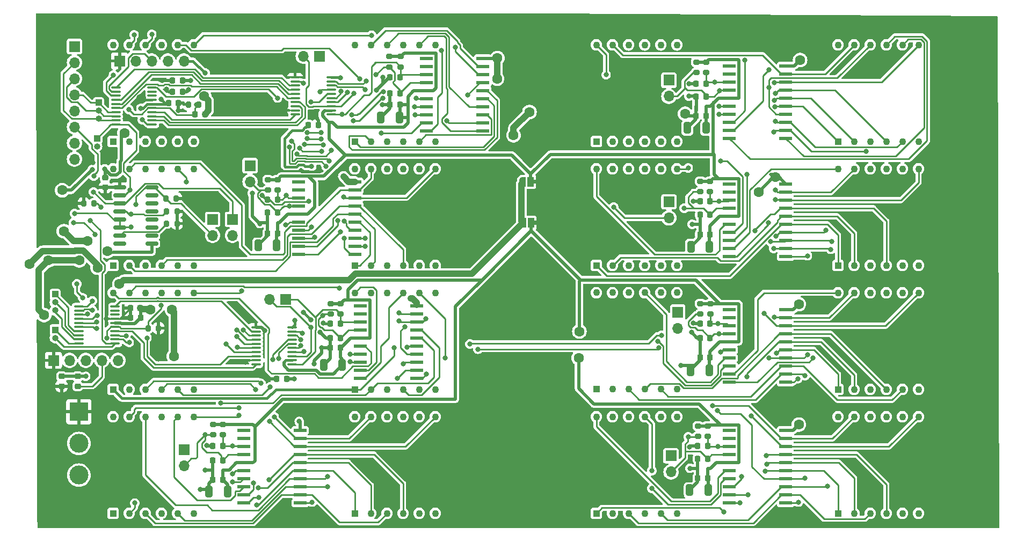
<source format=gbr>
%TF.GenerationSoftware,KiCad,Pcbnew,7.0.9*%
%TF.CreationDate,2024-05-27T22:26:10+09:00*%
%TF.ProjectId,segments-2-the-absurd,7365676d-656e-4747-932d-322d7468652d,rev?*%
%TF.SameCoordinates,Original*%
%TF.FileFunction,Copper,L2,Bot*%
%TF.FilePolarity,Positive*%
%FSLAX46Y46*%
G04 Gerber Fmt 4.6, Leading zero omitted, Abs format (unit mm)*
G04 Created by KiCad (PCBNEW 7.0.9) date 2024-05-27 22:26:10*
%MOMM*%
%LPD*%
G01*
G04 APERTURE LIST*
G04 Aperture macros list*
%AMRoundRect*
0 Rectangle with rounded corners*
0 $1 Rounding radius*
0 $2 $3 $4 $5 $6 $7 $8 $9 X,Y pos of 4 corners*
0 Add a 4 corners polygon primitive as box body*
4,1,4,$2,$3,$4,$5,$6,$7,$8,$9,$2,$3,0*
0 Add four circle primitives for the rounded corners*
1,1,$1+$1,$2,$3*
1,1,$1+$1,$4,$5*
1,1,$1+$1,$6,$7*
1,1,$1+$1,$8,$9*
0 Add four rect primitives between the rounded corners*
20,1,$1+$1,$2,$3,$4,$5,0*
20,1,$1+$1,$4,$5,$6,$7,0*
20,1,$1+$1,$6,$7,$8,$9,0*
20,1,$1+$1,$8,$9,$2,$3,0*%
%AMFreePoly0*
4,1,19,0.550000,-0.750000,0.000000,-0.750000,0.000000,-0.744911,-0.071157,-0.744911,-0.207708,-0.704816,-0.327430,-0.627875,-0.420627,-0.520320,-0.479746,-0.390866,-0.500000,-0.250000,-0.500000,0.250000,-0.479746,0.390866,-0.420627,0.520320,-0.327430,0.627875,-0.207708,0.704816,-0.071157,0.744911,0.000000,0.744911,0.000000,0.750000,0.550000,0.750000,0.550000,-0.750000,0.550000,-0.750000,
$1*%
%AMFreePoly1*
4,1,19,0.000000,0.744911,0.071157,0.744911,0.207708,0.704816,0.327430,0.627875,0.420627,0.520320,0.479746,0.390866,0.500000,0.250000,0.500000,-0.250000,0.479746,-0.390866,0.420627,-0.520320,0.327430,-0.627875,0.207708,-0.704816,0.071157,-0.744911,0.000000,-0.744911,0.000000,-0.750000,-0.550000,-0.750000,-0.550000,0.750000,0.000000,0.750000,0.000000,0.744911,0.000000,0.744911,
$1*%
G04 Aperture macros list end*
%TA.AperFunction,ComponentPad*%
%ADD10R,1.100000X1.100000*%
%TD*%
%TA.AperFunction,ComponentPad*%
%ADD11C,1.100000*%
%TD*%
%TA.AperFunction,ComponentPad*%
%ADD12R,3.000000X3.000000*%
%TD*%
%TA.AperFunction,ComponentPad*%
%ADD13C,3.000000*%
%TD*%
%TA.AperFunction,SMDPad,CuDef*%
%ADD14RoundRect,0.250000X0.325000X0.650000X-0.325000X0.650000X-0.325000X-0.650000X0.325000X-0.650000X0*%
%TD*%
%TA.AperFunction,SMDPad,CuDef*%
%ADD15RoundRect,0.225000X0.225000X0.250000X-0.225000X0.250000X-0.225000X-0.250000X0.225000X-0.250000X0*%
%TD*%
%TA.AperFunction,SMDPad,CuDef*%
%ADD16R,2.000000X0.600000*%
%TD*%
%TA.AperFunction,SMDPad,CuDef*%
%ADD17RoundRect,0.225000X-0.250000X0.225000X-0.250000X-0.225000X0.250000X-0.225000X0.250000X0.225000X0*%
%TD*%
%TA.AperFunction,ComponentPad*%
%ADD18R,1.000000X1.000000*%
%TD*%
%TA.AperFunction,ComponentPad*%
%ADD19O,1.000000X1.000000*%
%TD*%
%TA.AperFunction,SMDPad,CuDef*%
%ADD20RoundRect,0.200000X-0.275000X0.200000X-0.275000X-0.200000X0.275000X-0.200000X0.275000X0.200000X0*%
%TD*%
%TA.AperFunction,SMDPad,CuDef*%
%ADD21RoundRect,0.100000X-0.637500X-0.100000X0.637500X-0.100000X0.637500X0.100000X-0.637500X0.100000X0*%
%TD*%
%TA.AperFunction,ComponentPad*%
%ADD22R,1.700000X1.700000*%
%TD*%
%TA.AperFunction,ComponentPad*%
%ADD23O,1.700000X1.700000*%
%TD*%
%TA.AperFunction,SMDPad,CuDef*%
%ADD24RoundRect,0.225000X-0.225000X-0.250000X0.225000X-0.250000X0.225000X0.250000X-0.225000X0.250000X0*%
%TD*%
%TA.AperFunction,SMDPad,CuDef*%
%ADD25RoundRect,0.200000X0.200000X0.275000X-0.200000X0.275000X-0.200000X-0.275000X0.200000X-0.275000X0*%
%TD*%
%TA.AperFunction,SMDPad,CuDef*%
%ADD26RoundRect,0.225000X0.250000X-0.225000X0.250000X0.225000X-0.250000X0.225000X-0.250000X-0.225000X0*%
%TD*%
%TA.AperFunction,SMDPad,CuDef*%
%ADD27RoundRect,0.150000X0.850000X0.150000X-0.850000X0.150000X-0.850000X-0.150000X0.850000X-0.150000X0*%
%TD*%
%TA.AperFunction,SMDPad,CuDef*%
%ADD28RoundRect,0.200000X-0.200000X-0.275000X0.200000X-0.275000X0.200000X0.275000X-0.200000X0.275000X0*%
%TD*%
%TA.AperFunction,SMDPad,CuDef*%
%ADD29RoundRect,0.100000X0.637500X0.100000X-0.637500X0.100000X-0.637500X-0.100000X0.637500X-0.100000X0*%
%TD*%
%TA.AperFunction,SMDPad,CuDef*%
%ADD30FreePoly0,180.000000*%
%TD*%
%TA.AperFunction,SMDPad,CuDef*%
%ADD31R,1.000000X1.500000*%
%TD*%
%TA.AperFunction,SMDPad,CuDef*%
%ADD32FreePoly1,180.000000*%
%TD*%
%TA.AperFunction,ViaPad*%
%ADD33C,1.600000*%
%TD*%
%TA.AperFunction,ViaPad*%
%ADD34C,0.800000*%
%TD*%
%TA.AperFunction,Conductor*%
%ADD35C,0.400000*%
%TD*%
%TA.AperFunction,Conductor*%
%ADD36C,0.500000*%
%TD*%
%TA.AperFunction,Conductor*%
%ADD37C,1.000000*%
%TD*%
%TA.AperFunction,Conductor*%
%ADD38C,0.250000*%
%TD*%
G04 APERTURE END LIST*
%TA.AperFunction,EtchedComponent*%
%TO.C,JP1*%
G36*
X283916000Y-126046000D02*
G01*
X283416000Y-126046000D01*
X283416000Y-125446000D01*
X283916000Y-125446000D01*
X283916000Y-126046000D01*
G37*
%TD.AperFunction*%
%TA.AperFunction,EtchedComponent*%
%TO.C,JP2*%
G36*
X284013000Y-132507000D02*
G01*
X283513000Y-132507000D01*
X283513000Y-131907000D01*
X284013000Y-131907000D01*
X284013000Y-132507000D01*
G37*
%TD.AperFunction*%
%TD*%
D10*
%TO.P,D12,1,e*%
%TO.N,Net-(D11-e)*%
X331470000Y-158494000D03*
D11*
%TO.P,D12,2,d*%
%TO.N,Net-(D11-d)*%
X334010000Y-158494000D03*
%TO.P,D12,3,DPX*%
%TO.N,Net-(D11-DPX)*%
X336550000Y-158494000D03*
%TO.P,D12,4,c*%
%TO.N,Net-(D11-c)*%
X339090000Y-158494000D03*
%TO.P,D12,5,g*%
%TO.N,Net-(D11-g)*%
X341630000Y-158494000D03*
%TO.P,D12,6*%
%TO.N,N/C*%
X344170000Y-158494000D03*
%TO.P,D12,7,b*%
%TO.N,Net-(D11-b)*%
X344170000Y-143254000D03*
%TO.P,D12,8,DIG3*%
%TO.N,Net-(D12-DIG3)*%
X341630000Y-143254000D03*
%TO.P,D12,9,DIG2*%
%TO.N,Net-(D12-DIG2)*%
X339090000Y-143254000D03*
%TO.P,D12,10,f*%
%TO.N,Net-(D11-f)*%
X336550000Y-143254000D03*
%TO.P,D12,11,a*%
%TO.N,Net-(D11-a)*%
X334010000Y-143254000D03*
%TO.P,D12,12,DIG1*%
%TO.N,Net-(D12-DIG1)*%
X331470000Y-143254000D03*
%TD*%
D10*
%TO.P,D2,1,e*%
%TO.N,Net-(D1-e)*%
X255271000Y-119378000D03*
D11*
%TO.P,D2,2,d*%
%TO.N,Net-(D1-d)*%
X257811000Y-119378000D03*
%TO.P,D2,3,DPX*%
%TO.N,Net-(D1-DPX)*%
X260351000Y-119378000D03*
%TO.P,D2,4,c*%
%TO.N,Net-(D1-c)*%
X262891000Y-119378000D03*
%TO.P,D2,5,g*%
%TO.N,Net-(D1-g)*%
X265431000Y-119378000D03*
%TO.P,D2,6*%
%TO.N,N/C*%
X267971000Y-119378000D03*
%TO.P,D2,7,b*%
%TO.N,Net-(D1-b)*%
X267971000Y-104138000D03*
%TO.P,D2,8,DIG3*%
%TO.N,Net-(D2-DIG3)*%
X265431000Y-104138000D03*
%TO.P,D2,9,DIG2*%
%TO.N,Net-(D2-DIG2)*%
X262891000Y-104138000D03*
%TO.P,D2,10,f*%
%TO.N,Net-(D1-f)*%
X260351000Y-104138000D03*
%TO.P,D2,11,a*%
%TO.N,Net-(D1-a)*%
X257811000Y-104138000D03*
%TO.P,D2,12,DIG1*%
%TO.N,Net-(D2-DIG1)*%
X255271000Y-104138000D03*
%TD*%
D12*
%TO.P,J1,1,Pin_1*%
%TO.N,+3V3*%
X211775200Y-162030400D03*
D13*
%TO.P,J1,2,Pin_2*%
%TO.N,GND*%
X211775200Y-167030400D03*
%TO.P,J1,3,Pin_3*%
%TO.N,+5V*%
X211775200Y-172030400D03*
%TD*%
D10*
%TO.P,D6,1,e*%
%TO.N,Net-(D5-e)*%
X255270000Y-138936000D03*
D11*
%TO.P,D6,2,d*%
%TO.N,Net-(D5-d)*%
X257810000Y-138936000D03*
%TO.P,D6,3,DPX*%
%TO.N,Net-(D5-DPX)*%
X260350000Y-138936000D03*
%TO.P,D6,4,c*%
%TO.N,Net-(D5-c)*%
X262890000Y-138936000D03*
%TO.P,D6,5,g*%
%TO.N,Net-(D5-g)*%
X265430000Y-138936000D03*
%TO.P,D6,6*%
%TO.N,N/C*%
X267970000Y-138936000D03*
%TO.P,D6,7,b*%
%TO.N,Net-(D5-b)*%
X267970000Y-123696000D03*
%TO.P,D6,8,DIG3*%
%TO.N,Net-(D6-DIG3)*%
X265430000Y-123696000D03*
%TO.P,D6,9,DIG2*%
%TO.N,Net-(D6-DIG2)*%
X262890000Y-123696000D03*
%TO.P,D6,10,f*%
%TO.N,Net-(D5-f)*%
X260350000Y-123696000D03*
%TO.P,D6,11,a*%
%TO.N,Net-(D5-a)*%
X257810000Y-123696000D03*
%TO.P,D6,12,DIG1*%
%TO.N,Net-(D6-DIG1)*%
X255270000Y-123696000D03*
%TD*%
D10*
%TO.P,D8,1,e*%
%TO.N,Net-(D7-e)*%
X331470000Y-138936000D03*
D11*
%TO.P,D8,2,d*%
%TO.N,Net-(D7-d)*%
X334010000Y-138936000D03*
%TO.P,D8,3,DPX*%
%TO.N,Net-(D7-DPX)*%
X336550000Y-138936000D03*
%TO.P,D8,4,c*%
%TO.N,Net-(D7-c)*%
X339090000Y-138936000D03*
%TO.P,D8,5,g*%
%TO.N,Net-(D7-g)*%
X341630000Y-138936000D03*
%TO.P,D8,6*%
%TO.N,N/C*%
X344170000Y-138936000D03*
%TO.P,D8,7,b*%
%TO.N,Net-(D7-b)*%
X344170000Y-123696000D03*
%TO.P,D8,8,DIG3*%
%TO.N,Net-(D8-DIG3)*%
X341630000Y-123696000D03*
%TO.P,D8,9,DIG2*%
%TO.N,Net-(D8-DIG2)*%
X339090000Y-123696000D03*
%TO.P,D8,10,f*%
%TO.N,Net-(D7-f)*%
X336550000Y-123696000D03*
%TO.P,D8,11,a*%
%TO.N,Net-(D7-a)*%
X334010000Y-123696000D03*
%TO.P,D8,12,DIG1*%
%TO.N,Net-(D8-DIG1)*%
X331470000Y-123696000D03*
%TD*%
D10*
%TO.P,D7,1,e*%
%TO.N,Net-(D7-e)*%
X293370000Y-138936000D03*
D11*
%TO.P,D7,2,d*%
%TO.N,Net-(D7-d)*%
X295910000Y-138936000D03*
%TO.P,D7,3,DPX*%
%TO.N,Net-(D7-DPX)*%
X298450000Y-138936000D03*
%TO.P,D7,4,c*%
%TO.N,Net-(D7-c)*%
X300990000Y-138936000D03*
%TO.P,D7,5,g*%
%TO.N,Net-(D7-g)*%
X303530000Y-138936000D03*
%TO.P,D7,6*%
%TO.N,N/C*%
X306070000Y-138936000D03*
%TO.P,D7,7,b*%
%TO.N,Net-(D7-b)*%
X306070000Y-123696000D03*
%TO.P,D7,8,DIG3*%
%TO.N,Net-(D7-DIG3)*%
X303530000Y-123696000D03*
%TO.P,D7,9,DIG2*%
%TO.N,Net-(D7-DIG2)*%
X300990000Y-123696000D03*
%TO.P,D7,10,f*%
%TO.N,Net-(D7-f)*%
X298450000Y-123696000D03*
%TO.P,D7,11,a*%
%TO.N,Net-(D7-a)*%
X295910000Y-123696000D03*
%TO.P,D7,12,DIG1*%
%TO.N,Net-(D7-DIG1)*%
X293370000Y-123696000D03*
%TD*%
D10*
%TO.P,D1,1,e*%
%TO.N,Net-(D1-e)*%
X217171000Y-119378000D03*
D11*
%TO.P,D1,2,d*%
%TO.N,Net-(D1-d)*%
X219711000Y-119378000D03*
%TO.P,D1,3,DPX*%
%TO.N,Net-(D1-DPX)*%
X222251000Y-119378000D03*
%TO.P,D1,4,c*%
%TO.N,Net-(D1-c)*%
X224791000Y-119378000D03*
%TO.P,D1,5,g*%
%TO.N,Net-(D1-g)*%
X227331000Y-119378000D03*
%TO.P,D1,6*%
%TO.N,N/C*%
X229871000Y-119378000D03*
%TO.P,D1,7,b*%
%TO.N,Net-(D1-b)*%
X229871000Y-104138000D03*
%TO.P,D1,8,DIG3*%
%TO.N,Net-(D1-DIG3)*%
X227331000Y-104138000D03*
%TO.P,D1,9,DIG2*%
%TO.N,Net-(D1-DIG2)*%
X224791000Y-104138000D03*
%TO.P,D1,10,f*%
%TO.N,Net-(D1-f)*%
X222251000Y-104138000D03*
%TO.P,D1,11,a*%
%TO.N,Net-(D1-a)*%
X219711000Y-104138000D03*
%TO.P,D1,12,DIG1*%
%TO.N,Net-(D1-DIG1)*%
X217171000Y-104138000D03*
%TD*%
D10*
%TO.P,D15,1,e*%
%TO.N,Net-(D15-e)*%
X293370000Y-178052000D03*
D11*
%TO.P,D15,2,d*%
%TO.N,Net-(D15-d)*%
X295910000Y-178052000D03*
%TO.P,D15,3,DPX*%
%TO.N,Net-(D15-DPX)*%
X298450000Y-178052000D03*
%TO.P,D15,4,c*%
%TO.N,Net-(D15-c)*%
X300990000Y-178052000D03*
%TO.P,D15,5,g*%
%TO.N,Net-(D15-g)*%
X303530000Y-178052000D03*
%TO.P,D15,6*%
%TO.N,N/C*%
X306070000Y-178052000D03*
%TO.P,D15,7,b*%
%TO.N,Net-(D15-b)*%
X306070000Y-162812000D03*
%TO.P,D15,8,DIG3*%
%TO.N,Net-(D15-DIG3)*%
X303530000Y-162812000D03*
%TO.P,D15,9,DIG2*%
%TO.N,Net-(D15-DIG2)*%
X300990000Y-162812000D03*
%TO.P,D15,10,f*%
%TO.N,Net-(D15-f)*%
X298450000Y-162812000D03*
%TO.P,D15,11,a*%
%TO.N,Net-(D15-a)*%
X295910000Y-162812000D03*
%TO.P,D15,12,DIG1*%
%TO.N,Net-(D15-DIG1)*%
X293370000Y-162812000D03*
%TD*%
D10*
%TO.P,D5,1,e*%
%TO.N,Net-(D5-e)*%
X217170000Y-138936000D03*
D11*
%TO.P,D5,2,d*%
%TO.N,Net-(D5-d)*%
X219710000Y-138936000D03*
%TO.P,D5,3,DPX*%
%TO.N,Net-(D5-DPX)*%
X222250000Y-138936000D03*
%TO.P,D5,4,c*%
%TO.N,Net-(D5-c)*%
X224790000Y-138936000D03*
%TO.P,D5,5,g*%
%TO.N,Net-(D5-g)*%
X227330000Y-138936000D03*
%TO.P,D5,6*%
%TO.N,N/C*%
X229870000Y-138936000D03*
%TO.P,D5,7,b*%
%TO.N,Net-(D5-b)*%
X229870000Y-123696000D03*
%TO.P,D5,8,DIG3*%
%TO.N,Net-(D5-DIG3)*%
X227330000Y-123696000D03*
%TO.P,D5,9,DIG2*%
%TO.N,Net-(D5-DIG2)*%
X224790000Y-123696000D03*
%TO.P,D5,10,f*%
%TO.N,Net-(D5-f)*%
X222250000Y-123696000D03*
%TO.P,D5,11,a*%
%TO.N,Net-(D5-a)*%
X219710000Y-123696000D03*
%TO.P,D5,12,DIG1*%
%TO.N,Net-(D5-DIG1)*%
X217170000Y-123696000D03*
%TD*%
D10*
%TO.P,D3,1,e*%
%TO.N,Net-(D3-e)*%
X293372000Y-119380000D03*
D11*
%TO.P,D3,2,d*%
%TO.N,Net-(D3-d)*%
X295912000Y-119380000D03*
%TO.P,D3,3,DPX*%
%TO.N,Net-(D3-DPX)*%
X298452000Y-119380000D03*
%TO.P,D3,4,c*%
%TO.N,Net-(D3-c)*%
X300992000Y-119380000D03*
%TO.P,D3,5,g*%
%TO.N,Net-(D3-g)*%
X303532000Y-119380000D03*
%TO.P,D3,6*%
%TO.N,N/C*%
X306072000Y-119380000D03*
%TO.P,D3,7,b*%
%TO.N,Net-(D3-b)*%
X306072000Y-104140000D03*
%TO.P,D3,8,DIG3*%
%TO.N,Net-(D3-DIG3)*%
X303532000Y-104140000D03*
%TO.P,D3,9,DIG2*%
%TO.N,Net-(D3-DIG2)*%
X300992000Y-104140000D03*
%TO.P,D3,10,f*%
%TO.N,Net-(D3-f)*%
X298452000Y-104140000D03*
%TO.P,D3,11,a*%
%TO.N,Net-(D3-a)*%
X295912000Y-104140000D03*
%TO.P,D3,12,DIG1*%
%TO.N,Net-(D3-DIG1)*%
X293372000Y-104140000D03*
%TD*%
D10*
%TO.P,D9,1,e*%
%TO.N,Net-(D10-e)*%
X217170000Y-158494000D03*
D11*
%TO.P,D9,2,d*%
%TO.N,Net-(D10-d)*%
X219710000Y-158494000D03*
%TO.P,D9,3,DPX*%
%TO.N,Net-(D10-DPX)*%
X222250000Y-158494000D03*
%TO.P,D9,4,c*%
%TO.N,Net-(D10-c)*%
X224790000Y-158494000D03*
%TO.P,D9,5,g*%
%TO.N,Net-(D10-g)*%
X227330000Y-158494000D03*
%TO.P,D9,6*%
%TO.N,N/C*%
X229870000Y-158494000D03*
%TO.P,D9,7,b*%
%TO.N,Net-(D10-b)*%
X229870000Y-143254000D03*
%TO.P,D9,8,DIG3*%
%TO.N,Net-(D9-DIG3)*%
X227330000Y-143254000D03*
%TO.P,D9,9,DIG2*%
%TO.N,Net-(D9-DIG2)*%
X224790000Y-143254000D03*
%TO.P,D9,10,f*%
%TO.N,Net-(D10-f)*%
X222250000Y-143254000D03*
%TO.P,D9,11,a*%
%TO.N,Net-(D10-a)*%
X219710000Y-143254000D03*
%TO.P,D9,12,DIG1*%
%TO.N,Net-(D9-DIG1)*%
X217170000Y-143254000D03*
%TD*%
D10*
%TO.P,D16,1,e*%
%TO.N,Net-(D15-e)*%
X331470000Y-178052000D03*
D11*
%TO.P,D16,2,d*%
%TO.N,Net-(D15-d)*%
X334010000Y-178052000D03*
%TO.P,D16,3,DPX*%
%TO.N,Net-(D15-DPX)*%
X336550000Y-178052000D03*
%TO.P,D16,4,c*%
%TO.N,Net-(D15-c)*%
X339090000Y-178052000D03*
%TO.P,D16,5,g*%
%TO.N,Net-(D15-g)*%
X341630000Y-178052000D03*
%TO.P,D16,6*%
%TO.N,N/C*%
X344170000Y-178052000D03*
%TO.P,D16,7,b*%
%TO.N,Net-(D15-b)*%
X344170000Y-162812000D03*
%TO.P,D16,8,DIG3*%
%TO.N,Net-(D16-DIG3)*%
X341630000Y-162812000D03*
%TO.P,D16,9,DIG2*%
%TO.N,Net-(D16-DIG2)*%
X339090000Y-162812000D03*
%TO.P,D16,10,f*%
%TO.N,Net-(D15-f)*%
X336550000Y-162812000D03*
%TO.P,D16,11,a*%
%TO.N,Net-(D15-a)*%
X334010000Y-162812000D03*
%TO.P,D16,12,DIG1*%
%TO.N,Net-(D16-DIG1)*%
X331470000Y-162812000D03*
%TD*%
D10*
%TO.P,D11,1,e*%
%TO.N,Net-(D11-e)*%
X293371000Y-158492000D03*
D11*
%TO.P,D11,2,d*%
%TO.N,Net-(D11-d)*%
X295911000Y-158492000D03*
%TO.P,D11,3,DPX*%
%TO.N,Net-(D11-DPX)*%
X298451000Y-158492000D03*
%TO.P,D11,4,c*%
%TO.N,Net-(D11-c)*%
X300991000Y-158492000D03*
%TO.P,D11,5,g*%
%TO.N,Net-(D11-g)*%
X303531000Y-158492000D03*
%TO.P,D11,6*%
%TO.N,N/C*%
X306071000Y-158492000D03*
%TO.P,D11,7,b*%
%TO.N,Net-(D11-b)*%
X306071000Y-143252000D03*
%TO.P,D11,8,DIG3*%
%TO.N,Net-(D11-DIG3)*%
X303531000Y-143252000D03*
%TO.P,D11,9,DIG2*%
%TO.N,Net-(D11-DIG2)*%
X300991000Y-143252000D03*
%TO.P,D11,10,f*%
%TO.N,Net-(D11-f)*%
X298451000Y-143252000D03*
%TO.P,D11,11,a*%
%TO.N,Net-(D11-a)*%
X295911000Y-143252000D03*
%TO.P,D11,12,DIG1*%
%TO.N,Net-(D11-DIG1)*%
X293371000Y-143252000D03*
%TD*%
D10*
%TO.P,D10,1,e*%
%TO.N,Net-(D10-e)*%
X255270000Y-158494000D03*
D11*
%TO.P,D10,2,d*%
%TO.N,Net-(D10-d)*%
X257810000Y-158494000D03*
%TO.P,D10,3,DPX*%
%TO.N,Net-(D10-DPX)*%
X260350000Y-158494000D03*
%TO.P,D10,4,c*%
%TO.N,Net-(D10-c)*%
X262890000Y-158494000D03*
%TO.P,D10,5,g*%
%TO.N,Net-(D10-g)*%
X265430000Y-158494000D03*
%TO.P,D10,6*%
%TO.N,N/C*%
X267970000Y-158494000D03*
%TO.P,D10,7,b*%
%TO.N,Net-(D10-b)*%
X267970000Y-143254000D03*
%TO.P,D10,8,DIG3*%
%TO.N,Net-(D10-DIG3)*%
X265430000Y-143254000D03*
%TO.P,D10,9,DIG2*%
%TO.N,Net-(D10-DIG2)*%
X262890000Y-143254000D03*
%TO.P,D10,10,f*%
%TO.N,Net-(D10-f)*%
X260350000Y-143254000D03*
%TO.P,D10,11,a*%
%TO.N,Net-(D10-a)*%
X257810000Y-143254000D03*
%TO.P,D10,12,DIG1*%
%TO.N,Net-(D10-DIG1)*%
X255270000Y-143254000D03*
%TD*%
D10*
%TO.P,D13,1,e*%
%TO.N,Net-(D13-e)*%
X217170000Y-178052000D03*
D11*
%TO.P,D13,2,d*%
%TO.N,Net-(D13-d)*%
X219710000Y-178052000D03*
%TO.P,D13,3,DPX*%
%TO.N,Net-(D13-DPX)*%
X222250000Y-178052000D03*
%TO.P,D13,4,c*%
%TO.N,Net-(D13-c)*%
X224790000Y-178052000D03*
%TO.P,D13,5,g*%
%TO.N,Net-(D13-g)*%
X227330000Y-178052000D03*
%TO.P,D13,6*%
%TO.N,N/C*%
X229870000Y-178052000D03*
%TO.P,D13,7,b*%
%TO.N,Net-(D13-b)*%
X229870000Y-162812000D03*
%TO.P,D13,8,DIG3*%
%TO.N,Net-(D13-DIG3)*%
X227330000Y-162812000D03*
%TO.P,D13,9,DIG2*%
%TO.N,Net-(D13-DIG2)*%
X224790000Y-162812000D03*
%TO.P,D13,10,f*%
%TO.N,Net-(D13-f)*%
X222250000Y-162812000D03*
%TO.P,D13,11,a*%
%TO.N,Net-(D13-a)*%
X219710000Y-162812000D03*
%TO.P,D13,12,DIG1*%
%TO.N,Net-(D13-DIG1)*%
X217170000Y-162812000D03*
%TD*%
D10*
%TO.P,D4,1,e*%
%TO.N,Net-(D3-e)*%
X331472000Y-119380000D03*
D11*
%TO.P,D4,2,d*%
%TO.N,Net-(D3-d)*%
X334012000Y-119380000D03*
%TO.P,D4,3,DPX*%
%TO.N,Net-(D3-DPX)*%
X336552000Y-119380000D03*
%TO.P,D4,4,c*%
%TO.N,Net-(D3-c)*%
X339092000Y-119380000D03*
%TO.P,D4,5,g*%
%TO.N,Net-(D3-g)*%
X341632000Y-119380000D03*
%TO.P,D4,6*%
%TO.N,N/C*%
X344172000Y-119380000D03*
%TO.P,D4,7,b*%
%TO.N,Net-(D3-b)*%
X344172000Y-104140000D03*
%TO.P,D4,8,DIG3*%
%TO.N,Net-(D4-DIG3)*%
X341632000Y-104140000D03*
%TO.P,D4,9,DIG2*%
%TO.N,Net-(D4-DIG2)*%
X339092000Y-104140000D03*
%TO.P,D4,10,f*%
%TO.N,Net-(D3-f)*%
X336552000Y-104140000D03*
%TO.P,D4,11,a*%
%TO.N,Net-(D3-a)*%
X334012000Y-104140000D03*
%TO.P,D4,12,DIG1*%
%TO.N,Net-(D4-DIG1)*%
X331472000Y-104140000D03*
%TD*%
D10*
%TO.P,D14,1,e*%
%TO.N,Net-(D13-e)*%
X255270000Y-178052000D03*
D11*
%TO.P,D14,2,d*%
%TO.N,Net-(D13-d)*%
X257810000Y-178052000D03*
%TO.P,D14,3,DPX*%
%TO.N,Net-(D13-DPX)*%
X260350000Y-178052000D03*
%TO.P,D14,4,c*%
%TO.N,Net-(D13-c)*%
X262890000Y-178052000D03*
%TO.P,D14,5,g*%
%TO.N,Net-(D13-g)*%
X265430000Y-178052000D03*
%TO.P,D14,6*%
%TO.N,N/C*%
X267970000Y-178052000D03*
%TO.P,D14,7,b*%
%TO.N,Net-(D13-b)*%
X267970000Y-162812000D03*
%TO.P,D14,8,DIG3*%
%TO.N,Net-(D14-DIG3)*%
X265430000Y-162812000D03*
%TO.P,D14,9,DIG2*%
%TO.N,Net-(D14-DIG2)*%
X262890000Y-162812000D03*
%TO.P,D14,10,f*%
%TO.N,Net-(D13-f)*%
X260350000Y-162812000D03*
%TO.P,D14,11,a*%
%TO.N,Net-(D13-a)*%
X257810000Y-162812000D03*
%TO.P,D14,12,DIG1*%
%TO.N,Net-(D14-DIG1)*%
X255270000Y-162812000D03*
%TD*%
D14*
%TO.P,C20,1*%
%TO.N,/S2A_Serf2/V_DRIVER*%
X253316000Y-154660600D03*
%TO.P,C20,2*%
%TO.N,GND*%
X250366000Y-154660600D03*
%TD*%
D15*
%TO.P,C35,1*%
%TO.N,/S2A_Serf2/V_DRIVER*%
X252997000Y-151892000D03*
%TO.P,C35,2*%
%TO.N,GND*%
X251447000Y-151892000D03*
%TD*%
D16*
%TO.P,U2,1,GND*%
%TO.N,GND*%
X323232500Y-107442000D03*
%TO.P,U2,2,SEG1/KS1*%
%TO.N,Net-(D3-a)*%
X323232500Y-108712000D03*
%TO.P,U2,3,SEG2/KS2*%
%TO.N,Net-(D3-b)*%
X323232500Y-109982000D03*
%TO.P,U2,4,SEG3/KS3*%
%TO.N,Net-(D3-c)*%
X323232500Y-111252000D03*
%TO.P,U2,5,SEG4/KS4*%
%TO.N,Net-(D3-d)*%
X323232500Y-112522000D03*
%TO.P,U2,6,SEG5/KS5*%
%TO.N,Net-(D3-e)*%
X323232500Y-113792000D03*
%TO.P,U2,7,SEG6/KS6*%
%TO.N,Net-(D3-f)*%
X323232500Y-115062000D03*
%TO.P,U2,8,SEG7/KS7*%
%TO.N,Net-(D3-g)*%
X323232500Y-116332000D03*
%TO.P,U2,9,SEG8/KS8*%
%TO.N,Net-(D3-DPX)*%
X323232500Y-117602000D03*
%TO.P,U2,10,GRID6*%
%TO.N,Net-(D4-DIG3)*%
X323232500Y-118872000D03*
%TO.P,U2,11,GRID5*%
%TO.N,Net-(D4-DIG2)*%
X314307500Y-118872000D03*
%TO.P,U2,12,GRID4*%
%TO.N,Net-(D4-DIG1)*%
X314307500Y-117602000D03*
%TO.P,U2,13,GRID3*%
%TO.N,Net-(D3-DIG3)*%
X314307500Y-116332000D03*
%TO.P,U2,14,GRID2*%
%TO.N,Net-(D3-DIG2)*%
X314307500Y-115062000D03*
%TO.P,U2,15,GRID1*%
%TO.N,Net-(D3-DIG1)*%
X314307500Y-113792000D03*
%TO.P,U2,16,VDD*%
%TO.N,/S2A_Serf1/V_DRIVER*%
X314307500Y-112522000D03*
%TO.P,U2,17,DIO*%
%TO.N,/S2A_Serf1/B_DAT*%
X314307500Y-111252000D03*
%TO.P,U2,18,CLK*%
%TO.N,/S2A_Serf1/B_CLK*%
X314307500Y-109982000D03*
%TO.P,U2,19,K1*%
%TO.N,unconnected-(U2-K1-Pad19)*%
X314307500Y-108712000D03*
%TO.P,U2,20,K2*%
%TO.N,unconnected-(U2-K2-Pad20)*%
X314307500Y-107442000D03*
%TD*%
D17*
%TO.P,C1,1*%
%TO.N,GND*%
X215900000Y-125082000D03*
%TO.P,C1,2*%
%TO.N,+3V3*%
X215900000Y-126632000D03*
%TD*%
D15*
%TO.P,C10,1*%
%TO.N,/S2A_Serf2/B_DAT*%
X311290000Y-150368000D03*
%TO.P,C10,2*%
%TO.N,GND*%
X309740000Y-150368000D03*
%TD*%
D18*
%TO.P,J7,1,Pin_1*%
%TO.N,/SPI_NSS1*%
X214630000Y-118872000D03*
D19*
%TO.P,J7,2,Pin_2*%
%TO.N,/DISP_EN*%
X214630000Y-120142000D03*
%TD*%
D16*
%TO.P,U3,1,GND*%
%TO.N,GND*%
X323232500Y-145923000D03*
%TO.P,U3,2,SEG1/KS1*%
%TO.N,Net-(D11-a)*%
X323232500Y-147193000D03*
%TO.P,U3,3,SEG2/KS2*%
%TO.N,Net-(D11-b)*%
X323232500Y-148463000D03*
%TO.P,U3,4,SEG3/KS3*%
%TO.N,Net-(D11-c)*%
X323232500Y-149733000D03*
%TO.P,U3,5,SEG4/KS4*%
%TO.N,Net-(D11-d)*%
X323232500Y-151003000D03*
%TO.P,U3,6,SEG5/KS5*%
%TO.N,Net-(D11-e)*%
X323232500Y-152273000D03*
%TO.P,U3,7,SEG6/KS6*%
%TO.N,Net-(D11-f)*%
X323232500Y-153543000D03*
%TO.P,U3,8,SEG7/KS7*%
%TO.N,Net-(D11-g)*%
X323232500Y-154813000D03*
%TO.P,U3,9,SEG8/KS8*%
%TO.N,Net-(D11-DPX)*%
X323232500Y-156083000D03*
%TO.P,U3,10,GRID6*%
%TO.N,Net-(D12-DIG3)*%
X323232500Y-157353000D03*
%TO.P,U3,11,GRID5*%
%TO.N,Net-(D12-DIG2)*%
X314307500Y-157353000D03*
%TO.P,U3,12,GRID4*%
%TO.N,Net-(D12-DIG1)*%
X314307500Y-156083000D03*
%TO.P,U3,13,GRID3*%
%TO.N,Net-(D11-DIG3)*%
X314307500Y-154813000D03*
%TO.P,U3,14,GRID2*%
%TO.N,Net-(D11-DIG2)*%
X314307500Y-153543000D03*
%TO.P,U3,15,GRID1*%
%TO.N,Net-(D11-DIG1)*%
X314307500Y-152273000D03*
%TO.P,U3,16,VDD*%
%TO.N,/S2A_Serf2/V_DRIVER*%
X314307500Y-151003000D03*
%TO.P,U3,17,DIO*%
%TO.N,/S2A_Serf2/B_DAT*%
X314307500Y-149733000D03*
%TO.P,U3,18,CLK*%
%TO.N,/S2A_Serf2/B_CLK*%
X314307500Y-148463000D03*
%TO.P,U3,19,K1*%
%TO.N,unconnected-(U3-K1-Pad19)*%
X314307500Y-147193000D03*
%TO.P,U3,20,K2*%
%TO.N,unconnected-(U3-K2-Pad20)*%
X314307500Y-145923000D03*
%TD*%
D20*
%TO.P,R11,1*%
%TO.N,/S2A_Serf1/V_DRIVER*%
X260748500Y-105982000D03*
%TO.P,R11,2*%
%TO.N,/S2A_Serf1/A_DAT*%
X260748500Y-107632000D03*
%TD*%
D15*
%TO.P,C22,1*%
%TO.N,/S2A_Serf2/C_DAT*%
X234455000Y-169672000D03*
%TO.P,C22,2*%
%TO.N,GND*%
X232905000Y-169672000D03*
%TD*%
D21*
%TO.P,U9,1,A1*%
%TO.N,/S2A_Serf2/A_CLK'*%
X239707500Y-154563000D03*
%TO.P,U9,2,VCCA*%
%TO.N,+3V3*%
X239707500Y-153913000D03*
%TO.P,U9,3,A2*%
%TO.N,/S2A_Serf2/A_DAT'*%
X239707500Y-153263000D03*
%TO.P,U9,4,A3*%
%TO.N,/S2A_Serf2/B_CLK'*%
X239707500Y-152613000D03*
%TO.P,U9,5,A4*%
%TO.N,/S2A_Serf2/B_DAT'*%
X239707500Y-151963000D03*
%TO.P,U9,6,A5*%
%TO.N,/S2A_Serf2/C_CLK'*%
X239707500Y-151313000D03*
%TO.P,U9,7,A6*%
%TO.N,/S2A_Serf2/C_DAT'*%
X239707500Y-150663000D03*
%TO.P,U9,8,A7*%
%TO.N,/S2A_Serf2/D_CLK'*%
X239707500Y-150013000D03*
%TO.P,U9,9,A8*%
%TO.N,/S2A_Serf2/D_DAT'*%
X239707500Y-149363000D03*
%TO.P,U9,10,OE*%
%TO.N,+3V3*%
X239707500Y-148713000D03*
%TO.P,U9,11,GND*%
%TO.N,GND*%
X245432500Y-148713000D03*
%TO.P,U9,12,B8*%
%TO.N,/S2A_Serf2/D_DAT*%
X245432500Y-149363000D03*
%TO.P,U9,13,B7*%
%TO.N,/S2A_Serf2/D_CLK*%
X245432500Y-150013000D03*
%TO.P,U9,14,B6*%
%TO.N,/S2A_Serf2/C_DAT*%
X245432500Y-150663000D03*
%TO.P,U9,15,B5*%
%TO.N,/S2A_Serf2/C_CLK*%
X245432500Y-151313000D03*
%TO.P,U9,16,B4*%
%TO.N,/S2A_Serf2/B_DAT*%
X245432500Y-151963000D03*
%TO.P,U9,17,B3*%
%TO.N,/S2A_Serf2/B_CLK*%
X245432500Y-152613000D03*
%TO.P,U9,18,B2*%
%TO.N,/S2A_Serf2/A_DAT*%
X245432500Y-153263000D03*
%TO.P,U9,19,VCCB*%
%TO.N,/S2A_Serf2/V_DRIVER*%
X245432500Y-153913000D03*
%TO.P,U9,20,B1*%
%TO.N,/S2A_Serf2/A_CLK*%
X245432500Y-154563000D03*
%TD*%
D18*
%TO.P,J8,1,Pin_1*%
%TO.N,/SPI_NSS2*%
X208026000Y-149098000D03*
D19*
%TO.P,J8,2,Pin_2*%
%TO.N,/DISP_EN*%
X208026000Y-150368000D03*
%TD*%
D15*
%TO.P,C11,1*%
%TO.N,/S2A_Serf2/B_CLK*%
X311290000Y-148082000D03*
%TO.P,C11,2*%
%TO.N,GND*%
X309740000Y-148082000D03*
%TD*%
D22*
%TO.P,J13,1,Pin_1*%
%TO.N,/S2A_Serf2/C_CLK*%
X228346000Y-168016000D03*
D23*
%TO.P,J13,2,Pin_2*%
%TO.N,/S2A_Serf2/C_DAT*%
X228346000Y-170556000D03*
%TD*%
D15*
%TO.P,C23,1*%
%TO.N,/S2A_Serf2/C_CLK*%
X234455000Y-167386000D03*
%TO.P,C23,2*%
%TO.N,GND*%
X232905000Y-167386000D03*
%TD*%
D22*
%TO.P,J2,1,Pin_1*%
%TO.N,/DISP_EN*%
X211074000Y-104394000D03*
D23*
%TO.P,J2,2,Pin_2*%
%TO.N,/SPI_SCK*%
X211074000Y-106934000D03*
%TO.P,J2,3,Pin_3*%
%TO.N,/SPI_MISO*%
X211074000Y-109474000D03*
%TO.P,J2,4,Pin_4*%
%TO.N,/SPI_MOSI*%
X211074000Y-112014000D03*
%TO.P,J2,5,Pin_5*%
%TO.N,/nRESET_ALL*%
X211074000Y-114554000D03*
%TO.P,J2,6,Pin_6*%
%TO.N,/nSS_SDA*%
X211074000Y-117094000D03*
%TO.P,J2,7,Pin_7*%
%TO.N,/nSS_CLK*%
X211074000Y-119634000D03*
%TO.P,J2,8,Pin_8*%
%TO.N,/nSS_nOE*%
X211074000Y-122174000D03*
%TD*%
D20*
%TO.P,R10,1*%
%TO.N,/S2A_Serf1/V_DRIVER*%
X243085000Y-125413000D03*
%TO.P,R10,2*%
%TO.N,/S2A_Serf1/C_CLK*%
X243085000Y-127063000D03*
%TD*%
D16*
%TO.P,U5,1,GND*%
%TO.N,GND*%
X275480500Y-106299000D03*
%TO.P,U5,2,SEG1/KS1*%
%TO.N,Net-(D1-a)*%
X275480500Y-107569000D03*
%TO.P,U5,3,SEG2/KS2*%
%TO.N,Net-(D1-b)*%
X275480500Y-108839000D03*
%TO.P,U5,4,SEG3/KS3*%
%TO.N,Net-(D1-c)*%
X275480500Y-110109000D03*
%TO.P,U5,5,SEG4/KS4*%
%TO.N,Net-(D1-d)*%
X275480500Y-111379000D03*
%TO.P,U5,6,SEG5/KS5*%
%TO.N,Net-(D1-e)*%
X275480500Y-112649000D03*
%TO.P,U5,7,SEG6/KS6*%
%TO.N,Net-(D1-f)*%
X275480500Y-113919000D03*
%TO.P,U5,8,SEG7/KS7*%
%TO.N,Net-(D1-g)*%
X275480500Y-115189000D03*
%TO.P,U5,9,SEG8/KS8*%
%TO.N,Net-(D1-DPX)*%
X275480500Y-116459000D03*
%TO.P,U5,10,GRID6*%
%TO.N,Net-(D2-DIG3)*%
X275480500Y-117729000D03*
%TO.P,U5,11,GRID5*%
%TO.N,Net-(D2-DIG2)*%
X266555500Y-117729000D03*
%TO.P,U5,12,GRID4*%
%TO.N,Net-(D2-DIG1)*%
X266555500Y-116459000D03*
%TO.P,U5,13,GRID3*%
%TO.N,Net-(D1-DIG3)*%
X266555500Y-115189000D03*
%TO.P,U5,14,GRID2*%
%TO.N,Net-(D1-DIG2)*%
X266555500Y-113919000D03*
%TO.P,U5,15,GRID1*%
%TO.N,Net-(D1-DIG1)*%
X266555500Y-112649000D03*
%TO.P,U5,16,VDD*%
%TO.N,/S2A_Serf1/V_DRIVER*%
X266555500Y-111379000D03*
%TO.P,U5,17,DIO*%
%TO.N,/S2A_Serf1/A_DAT*%
X266555500Y-110109000D03*
%TO.P,U5,18,CLK*%
%TO.N,/S2A_Serf1/A_CLK*%
X266555500Y-108839000D03*
%TO.P,U5,19,K1*%
%TO.N,unconnected-(U5-K1-Pad19)*%
X266555500Y-107569000D03*
%TO.P,U5,20,K2*%
%TO.N,unconnected-(U5-K2-Pad20)*%
X266555500Y-106299000D03*
%TD*%
D22*
%TO.P,J15,1,Pin_1*%
%TO.N,/S2A_Serf1/D_CLK*%
X304800000Y-128900000D03*
D23*
%TO.P,J15,2,Pin_2*%
%TO.N,/S2A_Serf1/D_DAT*%
X304800000Y-131440000D03*
%TD*%
D15*
%TO.P,C18,1*%
%TO.N,/S2A_Serf1/A_DAT*%
X262395000Y-111760000D03*
%TO.P,C18,2*%
%TO.N,GND*%
X260845000Y-111760000D03*
%TD*%
%TO.P,C19,1*%
%TO.N,/S2A_Serf1/A_CLK*%
X262395000Y-109220000D03*
%TO.P,C19,2*%
%TO.N,GND*%
X260845000Y-109220000D03*
%TD*%
%TO.P,C40,1*%
%TO.N,/S2A_Serf1/D_DAT*%
X311290000Y-130937000D03*
%TO.P,C40,2*%
%TO.N,GND*%
X309740000Y-130937000D03*
%TD*%
D24*
%TO.P,C29,1*%
%TO.N,+3V3*%
X219925600Y-145694400D03*
%TO.P,C29,2*%
%TO.N,GND*%
X221475600Y-145694400D03*
%TD*%
D15*
%TO.P,C45,1*%
%TO.N,/S2A_Serf2/D_CLK*%
X310909000Y-167386000D03*
%TO.P,C45,2*%
%TO.N,GND*%
X309359000Y-167386000D03*
%TD*%
D17*
%TO.P,C33,1*%
%TO.N,GND*%
X209042000Y-156451000D03*
%TO.P,C33,2*%
%TO.N,+3V3*%
X209042000Y-158001000D03*
%TD*%
D20*
%TO.P,R19,1*%
%TO.N,/S2A_Serf1/V_DRIVER*%
X309760000Y-125667000D03*
%TO.P,R19,2*%
%TO.N,/S2A_Serf1/D_DAT*%
X309760000Y-127317000D03*
%TD*%
D25*
%TO.P,R2,1*%
%TO.N,+3V3*%
X227133500Y-128397000D03*
%TO.P,R2,2*%
%TO.N,/SPI_NSS2*%
X225483500Y-128397000D03*
%TD*%
D14*
%TO.P,C34,1*%
%TO.N,/S2A_Serf2/V_DRIVER*%
X235231200Y-174625000D03*
%TO.P,C34,2*%
%TO.N,GND*%
X232281200Y-174625000D03*
%TD*%
D24*
%TO.P,C30,1*%
%TO.N,+3V3*%
X219951000Y-147218400D03*
%TO.P,C30,2*%
%TO.N,GND*%
X221501000Y-147218400D03*
%TD*%
D26*
%TO.P,C32,1*%
%TO.N,/nRESET_ALL*%
X211582000Y-158001000D03*
%TO.P,C32,2*%
%TO.N,GND*%
X211582000Y-156451000D03*
%TD*%
D16*
%TO.P,U4,1,GND*%
%TO.N,GND*%
X255305000Y-125730000D03*
%TO.P,U4,2,SEG1/KS1*%
%TO.N,Net-(D5-a)*%
X255305000Y-127000000D03*
%TO.P,U4,3,SEG2/KS2*%
%TO.N,Net-(D5-b)*%
X255305000Y-128270000D03*
%TO.P,U4,4,SEG3/KS3*%
%TO.N,Net-(D5-c)*%
X255305000Y-129540000D03*
%TO.P,U4,5,SEG4/KS4*%
%TO.N,Net-(D5-d)*%
X255305000Y-130810000D03*
%TO.P,U4,6,SEG5/KS5*%
%TO.N,Net-(D5-e)*%
X255305000Y-132080000D03*
%TO.P,U4,7,SEG6/KS6*%
%TO.N,Net-(D5-f)*%
X255305000Y-133350000D03*
%TO.P,U4,8,SEG7/KS7*%
%TO.N,Net-(D5-g)*%
X255305000Y-134620000D03*
%TO.P,U4,9,SEG8/KS8*%
%TO.N,Net-(D5-DPX)*%
X255305000Y-135890000D03*
%TO.P,U4,10,GRID6*%
%TO.N,Net-(D6-DIG3)*%
X255305000Y-137160000D03*
%TO.P,U4,11,GRID5*%
%TO.N,Net-(D6-DIG2)*%
X246380000Y-137160000D03*
%TO.P,U4,12,GRID4*%
%TO.N,Net-(D6-DIG1)*%
X246380000Y-135890000D03*
%TO.P,U4,13,GRID3*%
%TO.N,Net-(D5-DIG3)*%
X246380000Y-134620000D03*
%TO.P,U4,14,GRID2*%
%TO.N,Net-(D5-DIG2)*%
X246380000Y-133350000D03*
%TO.P,U4,15,GRID1*%
%TO.N,Net-(D5-DIG1)*%
X246380000Y-132080000D03*
%TO.P,U4,16,VDD*%
%TO.N,/S2A_Serf1/V_DRIVER*%
X246380000Y-130810000D03*
%TO.P,U4,17,DIO*%
%TO.N,/S2A_Serf1/C_DAT*%
X246380000Y-129540000D03*
%TO.P,U4,18,CLK*%
%TO.N,/S2A_Serf1/C_CLK*%
X246380000Y-128270000D03*
%TO.P,U4,19,K1*%
%TO.N,unconnected-(U4-K1-Pad19)*%
X246380000Y-127000000D03*
%TO.P,U4,20,K2*%
%TO.N,unconnected-(U4-K2-Pad20)*%
X246380000Y-125730000D03*
%TD*%
D20*
%TO.P,R21,1*%
%TO.N,/S2A_Serf2/V_DRIVER*%
X309372000Y-164275000D03*
%TO.P,R21,2*%
%TO.N,/S2A_Serf2/D_DAT*%
X309372000Y-165925000D03*
%TD*%
D24*
%TO.P,C27,1*%
%TO.N,/nRESET_ALL*%
X230111000Y-115062000D03*
%TO.P,C27,2*%
%TO.N,GND*%
X231661000Y-115062000D03*
%TD*%
D20*
%TO.P,R6,1*%
%TO.N,/S2A_Serf1/V_DRIVER*%
X310642000Y-106871000D03*
%TO.P,R6,2*%
%TO.N,/S2A_Serf1/B_CLK*%
X310642000Y-108521000D03*
%TD*%
D18*
%TO.P,J18,1,Pin_1*%
%TO.N,/SPI_MOSI*%
X214884000Y-113279000D03*
D19*
%TO.P,J18,2,Pin_2*%
%TO.N,/SPI_MISO*%
X214884000Y-114549000D03*
%TO.P,J18,3,Pin_3*%
%TO.N,/SPI_SCK*%
X214884000Y-115819000D03*
%TD*%
D25*
%TO.P,R4,1*%
%TO.N,+3V3*%
X227260500Y-132334000D03*
%TO.P,R4,2*%
%TO.N,Net-(U1-~{SRCLR})*%
X225610500Y-132334000D03*
%TD*%
D15*
%TO.P,C39,1*%
%TO.N,/S2A_Serf1/V_DRIVER*%
X311290000Y-134082000D03*
%TO.P,C39,2*%
%TO.N,GND*%
X309740000Y-134082000D03*
%TD*%
%TO.P,C13,1*%
%TO.N,/S2A_Serf1/V_DRIVER*%
X243091000Y-133858000D03*
%TO.P,C13,2*%
%TO.N,GND*%
X241541000Y-133858000D03*
%TD*%
D21*
%TO.P,U7,1,A1*%
%TO.N,/S2A_Serf1/A_CLK'*%
X245872000Y-115122000D03*
%TO.P,U7,2,VCCA*%
%TO.N,+3V3*%
X245872000Y-114472000D03*
%TO.P,U7,3,A2*%
%TO.N,/S2A_Serf1/A_DAT'*%
X245872000Y-113822000D03*
%TO.P,U7,4,A3*%
%TO.N,/S2A_Serf1/B_CLK'*%
X245872000Y-113172000D03*
%TO.P,U7,5,A4*%
%TO.N,/S2A_Serf1/B_DAT'*%
X245872000Y-112522000D03*
%TO.P,U7,6,A5*%
%TO.N,/S2A_Serf1/C_CLK'*%
X245872000Y-111872000D03*
%TO.P,U7,7,A6*%
%TO.N,/S2A_Serf1/C_DAT'*%
X245872000Y-111222000D03*
%TO.P,U7,8,A7*%
%TO.N,/S2A_Serf1/D_CLK'*%
X245872000Y-110572000D03*
%TO.P,U7,9,A8*%
%TO.N,/S2A_Serf1/D_DAT'*%
X245872000Y-109922000D03*
%TO.P,U7,10,OE*%
%TO.N,+3V3*%
X245872000Y-109272000D03*
%TO.P,U7,11,GND*%
%TO.N,GND*%
X251597000Y-109272000D03*
%TO.P,U7,12,B8*%
%TO.N,/S2A_Serf1/D_DAT*%
X251597000Y-109922000D03*
%TO.P,U7,13,B7*%
%TO.N,/S2A_Serf1/D_CLK*%
X251597000Y-110572000D03*
%TO.P,U7,14,B6*%
%TO.N,/S2A_Serf1/C_DAT*%
X251597000Y-111222000D03*
%TO.P,U7,15,B5*%
%TO.N,/S2A_Serf1/C_CLK*%
X251597000Y-111872000D03*
%TO.P,U7,16,B4*%
%TO.N,/S2A_Serf1/B_DAT*%
X251597000Y-112522000D03*
%TO.P,U7,17,B3*%
%TO.N,/S2A_Serf1/B_CLK*%
X251597000Y-113172000D03*
%TO.P,U7,18,B2*%
%TO.N,/S2A_Serf1/A_DAT*%
X251597000Y-113822000D03*
%TO.P,U7,19,VCCB*%
%TO.N,/S2A_Serf1/V_DRIVER*%
X251597000Y-114472000D03*
%TO.P,U7,20,B1*%
%TO.N,/S2A_Serf1/A_CLK*%
X251597000Y-115122000D03*
%TD*%
D25*
%TO.P,R3,1*%
%TO.N,+3V3*%
X227260500Y-130429000D03*
%TO.P,R3,2*%
%TO.N,/nSS_nOE*%
X225610500Y-130429000D03*
%TD*%
D22*
%TO.P,J14,1,Pin_1*%
%TO.N,/S2A_Serf2/A_CLK*%
X244348000Y-144272000D03*
D23*
%TO.P,J14,2,Pin_2*%
%TO.N,/S2A_Serf2/A_DAT*%
X241808000Y-144272000D03*
%TD*%
D15*
%TO.P,C9,1*%
%TO.N,/S2A_Serf2/V_DRIVER*%
X311290000Y-153483000D03*
%TO.P,C9,2*%
%TO.N,GND*%
X309740000Y-153483000D03*
%TD*%
%TO.P,C43,1*%
%TO.N,/S2A_Serf2/V_DRIVER*%
X310909000Y-172466000D03*
%TO.P,C43,2*%
%TO.N,GND*%
X309359000Y-172466000D03*
%TD*%
D27*
%TO.P,U1,1,QB*%
%TO.N,/SPI_NSS2*%
X223260500Y-126619000D03*
%TO.P,U1,2,QC*%
%TO.N,unconnected-(U1-QC-Pad2)*%
X223260500Y-127889000D03*
%TO.P,U1,3,QD*%
%TO.N,unconnected-(U1-QD-Pad3)*%
X223260500Y-129159000D03*
%TO.P,U1,4,QE*%
%TO.N,unconnected-(U1-QE-Pad4)*%
X223260500Y-130429000D03*
%TO.P,U1,5,QF*%
%TO.N,unconnected-(U1-QF-Pad5)*%
X223260500Y-131699000D03*
%TO.P,U1,6,QG*%
%TO.N,unconnected-(U1-QG-Pad6)*%
X223260500Y-132969000D03*
%TO.P,U1,7,QH*%
%TO.N,unconnected-(U1-QH-Pad7)*%
X223260500Y-134239000D03*
%TO.P,U1,8,GND*%
%TO.N,GND*%
X223260500Y-135509000D03*
%TO.P,U1,9,QH'*%
%TO.N,unconnected-(U1-QH'-Pad9)*%
X218260500Y-135509000D03*
%TO.P,U1,10,~{SRCLR}*%
%TO.N,Net-(U1-~{SRCLR})*%
X218260500Y-134239000D03*
%TO.P,U1,11,SRCLK*%
%TO.N,/nSS_CLK*%
X218260500Y-132969000D03*
%TO.P,U1,12,RCLK*%
X218260500Y-131699000D03*
%TO.P,U1,13,~{OE}*%
%TO.N,/nSS_nOE*%
X218260500Y-130429000D03*
%TO.P,U1,14,SER*%
%TO.N,/nSS_SDA*%
X218260500Y-129159000D03*
%TO.P,U1,15,QA*%
%TO.N,/SPI_NSS1*%
X218260500Y-127889000D03*
%TO.P,U1,16,VCC*%
%TO.N,+3V3*%
X218260500Y-126619000D03*
%TD*%
D15*
%TO.P,C44,1*%
%TO.N,/S2A_Serf2/D_DAT*%
X310909000Y-169418000D03*
%TO.P,C44,2*%
%TO.N,GND*%
X309359000Y-169418000D03*
%TD*%
D28*
%TO.P,R1,1*%
%TO.N,+3V3*%
X212535000Y-129159000D03*
%TO.P,R1,2*%
%TO.N,/SPI_NSS1*%
X214185000Y-129159000D03*
%TD*%
D14*
%TO.P,C16,1*%
%TO.N,/S2A_Serf1/V_DRIVER*%
X262358400Y-115646200D03*
%TO.P,C16,2*%
%TO.N,GND*%
X259408400Y-115646200D03*
%TD*%
D15*
%TO.P,C15,1*%
%TO.N,/S2A_Serf1/C_CLK*%
X243091000Y-128524000D03*
%TO.P,C15,2*%
%TO.N,GND*%
X241541000Y-128524000D03*
%TD*%
D22*
%TO.P,J4,1,Pin_1*%
%TO.N,+3V3*%
X218186000Y-106680000D03*
D23*
%TO.P,J4,2,Pin_2*%
%TO.N,/S2A_Serf1/SWDIO*%
X220726000Y-106680000D03*
%TO.P,J4,3,Pin_3*%
%TO.N,/S2A_Serf1/SWCLK_BOOT0*%
X223266000Y-106680000D03*
%TO.P,J4,4,Pin_4*%
%TO.N,/nRESET_ALL*%
X225806000Y-106680000D03*
%TO.P,J4,5,Pin_5*%
%TO.N,GND*%
X228346000Y-106680000D03*
%TD*%
D14*
%TO.P,C12,1*%
%TO.N,/S2A_Serf1/V_DRIVER*%
X242978200Y-135788400D03*
%TO.P,C12,2*%
%TO.N,GND*%
X240028200Y-135788400D03*
%TD*%
%TO.P,C42,1*%
%TO.N,/S2A_Serf2/V_DRIVER*%
X311024800Y-174396400D03*
%TO.P,C42,2*%
%TO.N,GND*%
X308074800Y-174396400D03*
%TD*%
D29*
%TO.P,U10,1,PB7*%
%TO.N,/S2A_Serf2/D_DAT'*%
X217492500Y-145411000D03*
%TO.P,U10,2,PC14*%
%TO.N,/S2A_Serf2/E_DAT'*%
X217492500Y-146061000D03*
%TO.P,U10,3,PC15*%
%TO.N,/S2A_Serf2/E_CLK'*%
X217492500Y-146711000D03*
%TO.P,U10,4,VDD*%
%TO.N,+3V3*%
X217492500Y-147361000D03*
%TO.P,U10,5,VSS*%
%TO.N,GND*%
X217492500Y-148011000D03*
%TO.P,U10,6,PF2*%
%TO.N,/nRESET_ALL*%
X217492500Y-148661000D03*
%TO.P,U10,7,PA0*%
%TO.N,/S2A_Serf2/A_CLK'*%
X217492500Y-149311000D03*
%TO.P,U10,8,PA1*%
%TO.N,/S2A_Serf2/A_DAT'*%
X217492500Y-149961000D03*
%TO.P,U10,9,PA2*%
%TO.N,/S2A_Serf2/B_CLK'*%
X217492500Y-150611000D03*
%TO.P,U10,10,PA3*%
%TO.N,/DISP_EN*%
X217492500Y-151261000D03*
%TO.P,U10,11,PA4*%
%TO.N,/SPI_NSS2*%
X211767500Y-151261000D03*
%TO.P,U10,12,PA5*%
%TO.N,/SPI_SCK*%
X211767500Y-150611000D03*
%TO.P,U10,13,PA6*%
%TO.N,/SPI_MISO*%
X211767500Y-149961000D03*
%TO.P,U10,14,PA7*%
%TO.N,/SPI_MOSI*%
X211767500Y-149311000D03*
%TO.P,U10,15,PA8*%
%TO.N,/S2A_Serf2/B_DAT'*%
X211767500Y-148661000D03*
%TO.P,U10,16,PA9/PA11*%
%TO.N,/S2A_Serf2/C_CLK'*%
X211767500Y-148011000D03*
%TO.P,U10,17,PA10/PA12*%
%TO.N,/S2A_Serf2/C_DAT'*%
X211767500Y-147361000D03*
%TO.P,U10,18,PA13*%
%TO.N,/S2A_Serf2/SWDIO*%
X211767500Y-146711000D03*
%TO.P,U10,19,PA14*%
%TO.N,/S2A_Serf2/SWCLK_BOOT0*%
X211767500Y-146061000D03*
%TO.P,U10,20,PB6*%
%TO.N,/S2A_Serf2/D_CLK'*%
X211767500Y-145411000D03*
%TD*%
D16*
%TO.P,U12,1,GND*%
%TO.N,GND*%
X323232500Y-126111000D03*
%TO.P,U12,2,SEG1/KS1*%
%TO.N,Net-(D7-a)*%
X323232500Y-127381000D03*
%TO.P,U12,3,SEG2/KS2*%
%TO.N,Net-(D7-b)*%
X323232500Y-128651000D03*
%TO.P,U12,4,SEG3/KS3*%
%TO.N,Net-(D7-c)*%
X323232500Y-129921000D03*
%TO.P,U12,5,SEG4/KS4*%
%TO.N,Net-(D7-d)*%
X323232500Y-131191000D03*
%TO.P,U12,6,SEG5/KS5*%
%TO.N,Net-(D7-e)*%
X323232500Y-132461000D03*
%TO.P,U12,7,SEG6/KS6*%
%TO.N,Net-(D7-f)*%
X323232500Y-133731000D03*
%TO.P,U12,8,SEG7/KS7*%
%TO.N,Net-(D7-g)*%
X323232500Y-135001000D03*
%TO.P,U12,9,SEG8/KS8*%
%TO.N,Net-(D7-DPX)*%
X323232500Y-136271000D03*
%TO.P,U12,10,GRID6*%
%TO.N,Net-(D8-DIG3)*%
X323232500Y-137541000D03*
%TO.P,U12,11,GRID5*%
%TO.N,Net-(D8-DIG2)*%
X314307500Y-137541000D03*
%TO.P,U12,12,GRID4*%
%TO.N,Net-(D8-DIG1)*%
X314307500Y-136271000D03*
%TO.P,U12,13,GRID3*%
%TO.N,Net-(D7-DIG3)*%
X314307500Y-135001000D03*
%TO.P,U12,14,GRID2*%
%TO.N,Net-(D7-DIG2)*%
X314307500Y-133731000D03*
%TO.P,U12,15,GRID1*%
%TO.N,Net-(D7-DIG1)*%
X314307500Y-132461000D03*
%TO.P,U12,16,VDD*%
%TO.N,/S2A_Serf1/V_DRIVER*%
X314307500Y-131191000D03*
%TO.P,U12,17,DIO*%
%TO.N,/S2A_Serf1/D_DAT*%
X314307500Y-129921000D03*
%TO.P,U12,18,CLK*%
%TO.N,/S2A_Serf1/D_CLK*%
X314307500Y-128651000D03*
%TO.P,U12,19,K1*%
%TO.N,unconnected-(U12-K1-Pad19)*%
X314307500Y-127381000D03*
%TO.P,U12,20,K2*%
%TO.N,unconnected-(U12-K2-Pad20)*%
X314307500Y-126111000D03*
%TD*%
D20*
%TO.P,R5,1*%
%TO.N,/S2A_Serf1/V_DRIVER*%
X309118000Y-106871000D03*
%TO.P,R5,2*%
%TO.N,/S2A_Serf1/B_DAT*%
X309118000Y-108521000D03*
%TD*%
D15*
%TO.P,C37,1*%
%TO.N,/S2A_Serf2/A_CLK*%
X252997000Y-148082000D03*
%TO.P,C37,2*%
%TO.N,GND*%
X251447000Y-148082000D03*
%TD*%
D28*
%TO.P,R15,1*%
%TO.N,+3V3*%
X229045000Y-113538000D03*
%TO.P,R15,2*%
%TO.N,/nRESET_ALL*%
X230695000Y-113538000D03*
%TD*%
D22*
%TO.P,J20,1,Pin_1*%
%TO.N,/SPI_NSS1*%
X232867200Y-131673600D03*
D23*
%TO.P,J20,2,Pin_2*%
%TO.N,/SPI_NSS2*%
X232867200Y-134213600D03*
%TD*%
D15*
%TO.P,C5,1*%
%TO.N,/S2A_Serf1/V_DRIVER*%
X310655000Y-115316000D03*
%TO.P,C5,2*%
%TO.N,GND*%
X309105000Y-115316000D03*
%TD*%
D22*
%TO.P,J11,1,Pin_1*%
%TO.N,/S2A_Serf1/C_CLK*%
X238760000Y-123190000D03*
D23*
%TO.P,J11,2,Pin_2*%
%TO.N,/S2A_Serf1/C_DAT*%
X238760000Y-125730000D03*
%TD*%
D14*
%TO.P,C38,1*%
%TO.N,/S2A_Serf1/V_DRIVER*%
X311228000Y-135991600D03*
%TO.P,C38,2*%
%TO.N,GND*%
X308278000Y-135991600D03*
%TD*%
D15*
%TO.P,C36,1*%
%TO.N,/S2A_Serf2/A_DAT*%
X252997000Y-150368000D03*
%TO.P,C36,2*%
%TO.N,GND*%
X251447000Y-150368000D03*
%TD*%
D20*
%TO.P,R8,1*%
%TO.N,/S2A_Serf2/V_DRIVER*%
X311397000Y-144971000D03*
%TO.P,R8,2*%
%TO.N,/S2A_Serf2/B_CLK*%
X311397000Y-146621000D03*
%TD*%
%TO.P,R13,1*%
%TO.N,/S2A_Serf2/V_DRIVER*%
X232918000Y-164021000D03*
%TO.P,R13,2*%
%TO.N,/S2A_Serf2/C_DAT*%
X232918000Y-165671000D03*
%TD*%
%TO.P,R17,1*%
%TO.N,/S2A_Serf2/V_DRIVER*%
X251460000Y-144971000D03*
%TO.P,R17,2*%
%TO.N,/S2A_Serf2/A_DAT*%
X251460000Y-146621000D03*
%TD*%
%TO.P,R20,1*%
%TO.N,/S2A_Serf1/V_DRIVER*%
X311277000Y-125667000D03*
%TO.P,R20,2*%
%TO.N,/S2A_Serf1/D_CLK*%
X311277000Y-127317000D03*
%TD*%
D24*
%TO.P,C31,1*%
%TO.N,+3V3*%
X242967500Y-156820000D03*
%TO.P,C31,2*%
%TO.N,GND*%
X244517500Y-156820000D03*
%TD*%
D15*
%TO.P,C7,1*%
%TO.N,/S2A_Serf1/B_CLK*%
X310655000Y-110236000D03*
%TO.P,C7,2*%
%TO.N,GND*%
X309105000Y-110236000D03*
%TD*%
%TO.P,C17,1*%
%TO.N,/S2A_Serf1/V_DRIVER*%
X262395000Y-113538000D03*
%TO.P,C17,2*%
%TO.N,GND*%
X260845000Y-113538000D03*
%TD*%
D14*
%TO.P,C4,1*%
%TO.N,/S2A_Serf1/V_DRIVER*%
X310669200Y-117246400D03*
%TO.P,C4,2*%
%TO.N,GND*%
X307719200Y-117246400D03*
%TD*%
D15*
%TO.P,C14,1*%
%TO.N,/S2A_Serf1/C_DAT*%
X243091000Y-130556000D03*
%TO.P,C14,2*%
%TO.N,GND*%
X241541000Y-130556000D03*
%TD*%
D22*
%TO.P,J16,1,Pin_1*%
%TO.N,/S2A_Serf2/D_CLK*%
X305135000Y-168981000D03*
D23*
%TO.P,J16,2,Pin_2*%
%TO.N,/S2A_Serf2/D_DAT*%
X305135000Y-171521000D03*
%TD*%
D24*
%TO.P,C24,1*%
%TO.N,+3V3*%
X226555000Y-109728000D03*
%TO.P,C24,2*%
%TO.N,GND*%
X228105000Y-109728000D03*
%TD*%
D20*
%TO.P,R18,1*%
%TO.N,/S2A_Serf2/V_DRIVER*%
X253044000Y-144984000D03*
%TO.P,R18,2*%
%TO.N,/S2A_Serf2/A_CLK*%
X253044000Y-146634000D03*
%TD*%
D29*
%TO.P,U8,1,PB7*%
%TO.N,/S2A_Serf1/D_DAT'*%
X223334500Y-110867000D03*
%TO.P,U8,2,PC14*%
%TO.N,/S2A_Serf1/E_DAT'*%
X223334500Y-111517000D03*
%TO.P,U8,3,PC15*%
%TO.N,/S2A_Serf1/E_CLK'*%
X223334500Y-112167000D03*
%TO.P,U8,4,VDD*%
%TO.N,+3V3*%
X223334500Y-112817000D03*
%TO.P,U8,5,VSS*%
%TO.N,GND*%
X223334500Y-113467000D03*
%TO.P,U8,6,PF2*%
%TO.N,/nRESET_ALL*%
X223334500Y-114117000D03*
%TO.P,U8,7,PA0*%
%TO.N,/S2A_Serf1/A_CLK'*%
X223334500Y-114767000D03*
%TO.P,U8,8,PA1*%
%TO.N,/S2A_Serf1/A_DAT'*%
X223334500Y-115417000D03*
%TO.P,U8,9,PA2*%
%TO.N,/S2A_Serf1/B_CLK'*%
X223334500Y-116067000D03*
%TO.P,U8,10,PA3*%
%TO.N,/DISP_EN*%
X223334500Y-116717000D03*
%TO.P,U8,11,PA4*%
%TO.N,/SPI_NSS1*%
X217609500Y-116717000D03*
%TO.P,U8,12,PA5*%
%TO.N,/SPI_SCK*%
X217609500Y-116067000D03*
%TO.P,U8,13,PA6*%
%TO.N,/SPI_MISO*%
X217609500Y-115417000D03*
%TO.P,U8,14,PA7*%
%TO.N,/SPI_MOSI*%
X217609500Y-114767000D03*
%TO.P,U8,15,PA8*%
%TO.N,/S2A_Serf1/B_DAT'*%
X217609500Y-114117000D03*
%TO.P,U8,16,PA9/PA11*%
%TO.N,/S2A_Serf1/C_CLK'*%
X217609500Y-113467000D03*
%TO.P,U8,17,PA10/PA12*%
%TO.N,/S2A_Serf1/C_DAT'*%
X217609500Y-112817000D03*
%TO.P,U8,18,PA13*%
%TO.N,/S2A_Serf1/SWDIO*%
X217609500Y-112167000D03*
%TO.P,U8,19,PA14*%
%TO.N,/S2A_Serf1/SWCLK_BOOT0*%
X217609500Y-111517000D03*
%TO.P,U8,20,PB6*%
%TO.N,/S2A_Serf1/D_CLK'*%
X217609500Y-110867000D03*
%TD*%
D15*
%TO.P,C6,1*%
%TO.N,/S2A_Serf1/B_DAT*%
X310655000Y-112268000D03*
%TO.P,C6,2*%
%TO.N,GND*%
X309105000Y-112268000D03*
%TD*%
D30*
%TO.P,JP1,1,A*%
%TO.N,+3V3*%
X284316000Y-125746000D03*
D31*
%TO.P,JP1,2,C*%
%TO.N,/S2A_Serf1/V_DRIVER*%
X283016000Y-125746000D03*
D32*
%TO.P,JP1,3,B*%
%TO.N,+5V*%
X281716000Y-125746000D03*
%TD*%
D15*
%TO.P,C26,1*%
%TO.N,+3V3*%
X249509500Y-116769000D03*
%TO.P,C26,2*%
%TO.N,GND*%
X247959500Y-116769000D03*
%TD*%
D16*
%TO.P,U6,1,GND*%
%TO.N,GND*%
X246674500Y-164973000D03*
%TO.P,U6,2,SEG1/KS1*%
%TO.N,Net-(D13-a)*%
X246674500Y-166243000D03*
%TO.P,U6,3,SEG2/KS2*%
%TO.N,Net-(D13-b)*%
X246674500Y-167513000D03*
%TO.P,U6,4,SEG3/KS3*%
%TO.N,Net-(D13-c)*%
X246674500Y-168783000D03*
%TO.P,U6,5,SEG4/KS4*%
%TO.N,Net-(D13-d)*%
X246674500Y-170053000D03*
%TO.P,U6,6,SEG5/KS5*%
%TO.N,Net-(D13-e)*%
X246674500Y-171323000D03*
%TO.P,U6,7,SEG6/KS6*%
%TO.N,Net-(D13-f)*%
X246674500Y-172593000D03*
%TO.P,U6,8,SEG7/KS7*%
%TO.N,Net-(D13-g)*%
X246674500Y-173863000D03*
%TO.P,U6,9,SEG8/KS8*%
%TO.N,Net-(D13-DPX)*%
X246674500Y-175133000D03*
%TO.P,U6,10,GRID6*%
%TO.N,Net-(D14-DIG3)*%
X246674500Y-176403000D03*
%TO.P,U6,11,GRID5*%
%TO.N,Net-(D14-DIG2)*%
X237749500Y-176403000D03*
%TO.P,U6,12,GRID4*%
%TO.N,Net-(D14-DIG1)*%
X237749500Y-175133000D03*
%TO.P,U6,13,GRID3*%
%TO.N,Net-(D13-DIG3)*%
X237749500Y-173863000D03*
%TO.P,U6,14,GRID2*%
%TO.N,Net-(D13-DIG2)*%
X237749500Y-172593000D03*
%TO.P,U6,15,GRID1*%
%TO.N,Net-(D13-DIG1)*%
X237749500Y-171323000D03*
%TO.P,U6,16,VDD*%
%TO.N,/S2A_Serf2/V_DRIVER*%
X237749500Y-170053000D03*
%TO.P,U6,17,DIO*%
%TO.N,/S2A_Serf2/C_DAT*%
X237749500Y-168783000D03*
%TO.P,U6,18,CLK*%
%TO.N,/S2A_Serf2/C_CLK*%
X237749500Y-167513000D03*
%TO.P,U6,19,K1*%
%TO.N,unconnected-(U6-K1-Pad19)*%
X237749500Y-166243000D03*
%TO.P,U6,20,K2*%
%TO.N,unconnected-(U6-K2-Pad20)*%
X237749500Y-164973000D03*
%TD*%
%TO.P,U13,1,GND*%
%TO.N,GND*%
X323232500Y-164973000D03*
%TO.P,U13,2,SEG1/KS1*%
%TO.N,Net-(D15-a)*%
X323232500Y-166243000D03*
%TO.P,U13,3,SEG2/KS2*%
%TO.N,Net-(D15-b)*%
X323232500Y-167513000D03*
%TO.P,U13,4,SEG3/KS3*%
%TO.N,Net-(D15-c)*%
X323232500Y-168783000D03*
%TO.P,U13,5,SEG4/KS4*%
%TO.N,Net-(D15-d)*%
X323232500Y-170053000D03*
%TO.P,U13,6,SEG5/KS5*%
%TO.N,Net-(D15-e)*%
X323232500Y-171323000D03*
%TO.P,U13,7,SEG6/KS6*%
%TO.N,Net-(D15-f)*%
X323232500Y-172593000D03*
%TO.P,U13,8,SEG7/KS7*%
%TO.N,Net-(D15-g)*%
X323232500Y-173863000D03*
%TO.P,U13,9,SEG8/KS8*%
%TO.N,Net-(D15-DPX)*%
X323232500Y-175133000D03*
%TO.P,U13,10,GRID6*%
%TO.N,Net-(D16-DIG3)*%
X323232500Y-176403000D03*
%TO.P,U13,11,GRID5*%
%TO.N,Net-(D16-DIG2)*%
X314307500Y-176403000D03*
%TO.P,U13,12,GRID4*%
%TO.N,Net-(D16-DIG1)*%
X314307500Y-175133000D03*
%TO.P,U13,13,GRID3*%
%TO.N,Net-(D15-DIG3)*%
X314307500Y-173863000D03*
%TO.P,U13,14,GRID2*%
%TO.N,Net-(D15-DIG2)*%
X314307500Y-172593000D03*
%TO.P,U13,15,GRID1*%
%TO.N,Net-(D15-DIG1)*%
X314307500Y-171323000D03*
%TO.P,U13,16,VDD*%
%TO.N,/S2A_Serf2/V_DRIVER*%
X314307500Y-170053000D03*
%TO.P,U13,17,DIO*%
%TO.N,/S2A_Serf2/D_DAT*%
X314307500Y-168783000D03*
%TO.P,U13,18,CLK*%
%TO.N,/S2A_Serf2/D_CLK*%
X314307500Y-167513000D03*
%TO.P,U13,19,K1*%
%TO.N,unconnected-(U13-K1-Pad19)*%
X314307500Y-166243000D03*
%TO.P,U13,20,K2*%
%TO.N,unconnected-(U13-K2-Pad20)*%
X314307500Y-164973000D03*
%TD*%
D25*
%TO.P,R16,1*%
%TO.N,+3V3*%
X224345000Y-148844000D03*
%TO.P,R16,2*%
%TO.N,/nRESET_ALL*%
X222695000Y-148844000D03*
%TD*%
D20*
%TO.P,R7,1*%
%TO.N,/S2A_Serf2/V_DRIVER*%
X309753000Y-144971000D03*
%TO.P,R7,2*%
%TO.N,/S2A_Serf2/B_DAT*%
X309753000Y-146621000D03*
%TD*%
D15*
%TO.P,C21,1*%
%TO.N,/S2A_Serf2/V_DRIVER*%
X234455000Y-172720000D03*
%TO.P,C21,2*%
%TO.N,GND*%
X232905000Y-172720000D03*
%TD*%
D30*
%TO.P,JP2,1,A*%
%TO.N,+3V3*%
X284413000Y-132207000D03*
D31*
%TO.P,JP2,2,C*%
%TO.N,/S2A_Serf2/V_DRIVER*%
X283113000Y-132207000D03*
D32*
%TO.P,JP2,3,B*%
%TO.N,+5V*%
X281813000Y-132207000D03*
%TD*%
D20*
%TO.P,R22,1*%
%TO.N,/S2A_Serf2/V_DRIVER*%
X310896000Y-164275000D03*
%TO.P,R22,2*%
%TO.N,/S2A_Serf2/D_CLK*%
X310896000Y-165925000D03*
%TD*%
D24*
%TO.P,C28,1*%
%TO.N,GND*%
X225894600Y-113309400D03*
%TO.P,C28,2*%
%TO.N,+3V3*%
X227444600Y-113309400D03*
%TD*%
D20*
%TO.P,R12,1*%
%TO.N,/S2A_Serf1/V_DRIVER*%
X262526500Y-105982000D03*
%TO.P,R12,2*%
%TO.N,/S2A_Serf1/A_CLK*%
X262526500Y-107632000D03*
%TD*%
D14*
%TO.P,C8,1*%
%TO.N,/S2A_Serf2/V_DRIVER*%
X311151800Y-155448000D03*
%TO.P,C8,2*%
%TO.N,GND*%
X308201800Y-155448000D03*
%TD*%
D22*
%TO.P,J12,1,Pin_1*%
%TO.N,/S2A_Serf1/A_CLK*%
X249682000Y-105918000D03*
D23*
%TO.P,J12,2,Pin_2*%
%TO.N,/S2A_Serf1/A_DAT*%
X247142000Y-105918000D03*
%TD*%
D20*
%TO.P,R14,1*%
%TO.N,/S2A_Serf2/V_DRIVER*%
X234442000Y-164021000D03*
%TO.P,R14,2*%
%TO.N,/S2A_Serf2/C_CLK*%
X234442000Y-165671000D03*
%TD*%
D24*
%TO.P,C25,1*%
%TO.N,+3V3*%
X226555000Y-111506000D03*
%TO.P,C25,2*%
%TO.N,GND*%
X228105000Y-111506000D03*
%TD*%
D22*
%TO.P,J9,1,Pin_1*%
%TO.N,/S2A_Serf1/B_CLK*%
X304800000Y-109723000D03*
D23*
%TO.P,J9,2,Pin_2*%
%TO.N,/S2A_Serf1/B_DAT*%
X304800000Y-112263000D03*
%TD*%
D22*
%TO.P,J10,1,Pin_1*%
%TO.N,/S2A_Serf2/B_CLK*%
X306197000Y-146304000D03*
D23*
%TO.P,J10,2,Pin_2*%
%TO.N,/S2A_Serf2/B_DAT*%
X306197000Y-148844000D03*
%TD*%
D16*
%TO.P,U11,1,GND*%
%TO.N,GND*%
X265066500Y-145288000D03*
%TO.P,U11,2,SEG1/KS1*%
%TO.N,Net-(D10-a)*%
X265066500Y-146558000D03*
%TO.P,U11,3,SEG2/KS2*%
%TO.N,Net-(D10-b)*%
X265066500Y-147828000D03*
%TO.P,U11,4,SEG3/KS3*%
%TO.N,Net-(D10-c)*%
X265066500Y-149098000D03*
%TO.P,U11,5,SEG4/KS4*%
%TO.N,Net-(D10-d)*%
X265066500Y-150368000D03*
%TO.P,U11,6,SEG5/KS5*%
%TO.N,Net-(D10-e)*%
X265066500Y-151638000D03*
%TO.P,U11,7,SEG6/KS6*%
%TO.N,Net-(D10-f)*%
X265066500Y-152908000D03*
%TO.P,U11,8,SEG7/KS7*%
%TO.N,Net-(D10-g)*%
X265066500Y-154178000D03*
%TO.P,U11,9,SEG8/KS8*%
%TO.N,Net-(D10-DPX)*%
X265066500Y-155448000D03*
%TO.P,U11,10,GRID6*%
%TO.N,Net-(D10-DIG3)*%
X265066500Y-156718000D03*
%TO.P,U11,11,GRID5*%
%TO.N,Net-(D10-DIG2)*%
X256141500Y-156718000D03*
%TO.P,U11,12,GRID4*%
%TO.N,Net-(D10-DIG1)*%
X256141500Y-155448000D03*
%TO.P,U11,13,GRID3*%
%TO.N,Net-(D9-DIG3)*%
X256141500Y-154178000D03*
%TO.P,U11,14,GRID2*%
%TO.N,Net-(D9-DIG2)*%
X256141500Y-152908000D03*
%TO.P,U11,15,GRID1*%
%TO.N,Net-(D9-DIG1)*%
X256141500Y-151638000D03*
%TO.P,U11,16,VDD*%
%TO.N,/S2A_Serf2/V_DRIVER*%
X256141500Y-150368000D03*
%TO.P,U11,17,DIO*%
%TO.N,/S2A_Serf2/A_DAT*%
X256141500Y-149098000D03*
%TO.P,U11,18,CLK*%
%TO.N,/S2A_Serf2/A_CLK*%
X256141500Y-147828000D03*
%TO.P,U11,19,K1*%
%TO.N,unconnected-(U11-K1-Pad19)*%
X256141500Y-146558000D03*
%TO.P,U11,20,K2*%
%TO.N,unconnected-(U11-K2-Pad20)*%
X256141500Y-145288000D03*
%TD*%
D22*
%TO.P,J6,1,Pin_1*%
%TO.N,+3V3*%
X207777000Y-153924000D03*
D23*
%TO.P,J6,2,Pin_2*%
%TO.N,/S2A_Serf2/SWDIO*%
X210317000Y-153924000D03*
%TO.P,J6,3,Pin_3*%
%TO.N,/S2A_Serf2/SWCLK_BOOT0*%
X212857000Y-153924000D03*
%TO.P,J6,4,Pin_4*%
%TO.N,/nRESET_ALL*%
X215397000Y-153924000D03*
%TO.P,J6,5,Pin_5*%
%TO.N,GND*%
X217937000Y-153924000D03*
%TD*%
D15*
%TO.P,C41,1*%
%TO.N,/S2A_Serf1/D_CLK*%
X311290000Y-128778000D03*
%TO.P,C41,2*%
%TO.N,GND*%
X309740000Y-128778000D03*
%TD*%
D18*
%TO.P,J19,1,Pin_1*%
%TO.N,/SPI_MOSI*%
X208026000Y-143505000D03*
D19*
%TO.P,J19,2,Pin_2*%
%TO.N,/SPI_MISO*%
X208026000Y-144775000D03*
%TO.P,J19,3,Pin_3*%
%TO.N,/SPI_SCK*%
X208026000Y-146045000D03*
%TD*%
D22*
%TO.P,J17,1,Pin_1*%
%TO.N,/nSS_SDA*%
X235991400Y-131673600D03*
D23*
%TO.P,J17,2,Pin_2*%
%TO.N,/nSS_CLK*%
X235991400Y-134213600D03*
%TD*%
D20*
%TO.P,R9,1*%
%TO.N,/S2A_Serf1/V_DRIVER*%
X241554000Y-125413000D03*
%TO.P,R9,2*%
%TO.N,/S2A_Serf1/C_DAT*%
X241554000Y-127063000D03*
%TD*%
D33*
%TO.N,+3V3*%
X276352000Y-129032000D03*
D34*
X224536000Y-147347401D03*
D33*
X233172000Y-107061000D03*
D34*
X224282000Y-153670000D03*
X227482400Y-114477800D03*
X230886000Y-130810000D03*
D33*
X221620491Y-112646008D03*
D34*
X224917000Y-109728000D03*
X241043571Y-149219796D03*
X239268000Y-117908568D03*
D33*
X235077000Y-114173000D03*
D34*
X213995000Y-122682000D03*
X218465400Y-137896600D03*
X222250000Y-155067000D03*
X212623400Y-139776200D03*
X225552004Y-111124996D03*
X248285000Y-114808000D03*
X216117000Y-147320000D03*
D33*
X216662000Y-121767600D03*
X288036000Y-129032000D03*
X207314800Y-134823200D03*
D34*
X249844157Y-123982549D03*
D33*
X250952000Y-126492000D03*
D34*
X237998000Y-154178000D03*
X237744000Y-156083000D03*
X228600000Y-131826000D03*
X244229598Y-113783402D03*
D33*
X208076800Y-139954000D03*
D34*
%TO.N,GND*%
X249783600Y-149453600D03*
D33*
X277723600Y-109474000D03*
X211836000Y-138150600D03*
D34*
X252984000Y-109347000D03*
D33*
X223012000Y-145897600D03*
X226745800Y-153263600D03*
X209397600Y-133527800D03*
D34*
X230911400Y-174320200D03*
X264109200Y-144170400D03*
X231648000Y-171196000D03*
X250063000Y-151892000D03*
D33*
X277774400Y-106222800D03*
D34*
X308610000Y-128778000D03*
X231673400Y-108585000D03*
X250293822Y-148034654D03*
X224764600Y-112750600D03*
X229088438Y-111227550D03*
D33*
X216252500Y-136686500D03*
D34*
X212852000Y-156451000D03*
X259689600Y-109220000D03*
X248056400Y-128803400D03*
D33*
X206298800Y-146786600D03*
D34*
X213868000Y-123799600D03*
X308654315Y-148037685D03*
D33*
X206991300Y-138150100D03*
X218959514Y-118034372D03*
X231522397Y-112251754D03*
D34*
X248843800Y-154457400D03*
D33*
X226466400Y-145948400D03*
D34*
X308000400Y-110286800D03*
D33*
X325297800Y-164058600D03*
D34*
X308064500Y-167561500D03*
X306705000Y-154686000D03*
D33*
X280314400Y-118414800D03*
D34*
X240284000Y-132334000D03*
X231906299Y-167381701D03*
D33*
X325297800Y-145059400D03*
D34*
X308483000Y-132461000D03*
X221564200Y-114147600D03*
X308356000Y-149504400D03*
D33*
X325501000Y-106527600D03*
D34*
X240692821Y-127870486D03*
X245747370Y-156875000D03*
X245821200Y-147599400D03*
D33*
X213182200Y-135051800D03*
X307365400Y-115011200D03*
D34*
X308102000Y-170942000D03*
D33*
X209143600Y-127076200D03*
D34*
X215849200Y-123698000D03*
X229430586Y-109778758D03*
X248386600Y-147548600D03*
X307949600Y-112242600D03*
X248488200Y-123342400D03*
X247192800Y-146304000D03*
D33*
X282829000Y-114731800D03*
X318973200Y-127355600D03*
D34*
X246532400Y-163550600D03*
X253492000Y-124891800D03*
X258662507Y-111324226D03*
D33*
X321564000Y-125044200D03*
D34*
X239115600Y-127533400D03*
X259588000Y-113538000D03*
%TO.N,/S2A_Serf1/B_DAT*%
X312801000Y-111379000D03*
X253111000Y-111477264D03*
%TO.N,/S2A_Serf1/B_CLK*%
X254098239Y-111631201D03*
X312039000Y-109982000D03*
D33*
%TO.N,/S2A_Serf2/V_DRIVER*%
X290576000Y-153543000D03*
X290703000Y-149352000D03*
D34*
%TO.N,/S2A_Serf2/B_DAT*%
X246787004Y-151621396D03*
X312674000Y-149733000D03*
X303619134Y-149957732D03*
X273431000Y-151347521D03*
%TO.N,/S2A_Serf2/B_CLK*%
X247269000Y-152527000D03*
X303226473Y-151960167D03*
X312547000Y-148082000D03*
X274696003Y-152150997D03*
%TO.N,/S2A_Serf1/C_DAT*%
X244983000Y-129610000D03*
X249809000Y-111506000D03*
%TO.N,Net-(D1-e)*%
X246145200Y-121345000D03*
X251587000Y-120777000D03*
%TO.N,Net-(D1-d)*%
X246546673Y-120429126D03*
X250063000Y-120904000D03*
%TO.N,Net-(D1-DPX)*%
X247368120Y-119858836D03*
X269748000Y-116078000D03*
X250323638Y-119903775D03*
%TO.N,Net-(D1-c)*%
X273050000Y-112026767D03*
X245312984Y-119363494D03*
X251206000Y-122428000D03*
%TO.N,Net-(D1-g)*%
X244980200Y-120306500D03*
X250763481Y-123313038D03*
%TO.N,Net-(D1-b)*%
X271145000Y-104521000D03*
X257937000Y-102616000D03*
%TO.N,Net-(D1-DIG3)*%
X264795000Y-115189000D03*
X256100497Y-109542497D03*
%TO.N,Net-(D1-DIG2)*%
X259714242Y-112537825D03*
X255016000Y-116144500D03*
X247791090Y-118952689D03*
X249936000Y-118982503D03*
X264668000Y-113919000D03*
%TO.N,Net-(D1-f)*%
X223266000Y-102489000D03*
%TO.N,Net-(D1-a)*%
X220472000Y-102538500D03*
%TO.N,Net-(D1-DIG1)*%
X249936000Y-117983000D03*
X259762078Y-111538967D03*
X247776674Y-117952791D03*
X254759221Y-115178545D03*
X264922000Y-112522000D03*
%TO.N,Net-(D2-DIG2)*%
X268957500Y-105029000D03*
%TO.N,Net-(D2-DIG1)*%
X259461000Y-118043500D03*
%TO.N,Net-(D3-e)*%
X321549276Y-113895678D03*
%TO.N,Net-(D3-d)*%
X321437000Y-112903000D03*
%TO.N,Net-(D3-DPX)*%
X321310000Y-117856000D03*
X335915000Y-120979500D03*
%TO.N,Net-(D3-c)*%
X321564000Y-111760000D03*
%TO.N,Net-(D3-g)*%
X321564000Y-116205000D03*
%TO.N,Net-(D3-b)*%
X321437000Y-110081500D03*
%TO.N,Net-(D3-DIG3)*%
X316806070Y-106549985D03*
%TO.N,Net-(D3-DIG2)*%
X312734500Y-115062000D03*
%TO.N,Net-(D3-f)*%
X320585000Y-110871000D03*
%TO.N,Net-(D3-DIG1)*%
X312734500Y-113797695D03*
X294894000Y-108870500D03*
%TO.N,Net-(D4-DIG1)*%
X320548000Y-108077000D03*
%TO.N,Net-(D5-DPX)*%
X256921000Y-135890000D03*
%TO.N,Net-(D5-g)*%
X256921000Y-134620000D03*
%TO.N,Net-(D5-b)*%
X253492000Y-128143000D03*
%TO.N,Net-(D5-DIG3)*%
X248924117Y-134497283D03*
X228727000Y-125745500D03*
%TO.N,Net-(D5-DIG2)*%
X248416270Y-132842827D03*
%TO.N,Net-(D5-f)*%
X253613701Y-131947701D03*
%TO.N,Net-(D5-DIG1)*%
X244352224Y-132528912D03*
%TO.N,Net-(D6-DIG3)*%
X253619000Y-134620000D03*
%TO.N,Net-(D6-DIG2)*%
X252984000Y-133604000D03*
%TO.N,Net-(D6-DIG1)*%
X252573484Y-131863500D03*
%TO.N,/S2A_Serf1/C_CLK*%
X244475000Y-127914400D03*
X248322500Y-113157000D03*
%TO.N,/S2A_Serf1/A_DAT*%
X255143000Y-111792883D03*
X258615133Y-108861625D03*
%TO.N,/S2A_Serf1/A_CLK*%
X253238000Y-115062000D03*
%TO.N,/S2A_Serf2/C_DAT*%
X242329800Y-153797000D03*
X231648000Y-165608000D03*
%TO.N,/S2A_Serf2/C_CLK*%
X235966000Y-167386000D03*
X243319558Y-153654230D03*
%TO.N,/nRESET_ALL*%
X224728701Y-145284000D03*
X212348299Y-144022299D03*
X230338801Y-113539691D03*
X211459299Y-141863299D03*
X219671029Y-114331341D03*
X216149701Y-150372299D03*
%TO.N,/S2A_Serf2/A_DAT*%
X248322969Y-148691101D03*
X250257800Y-146879800D03*
%TO.N,/S2A_Serf1/D_DAT*%
X296104102Y-129726898D03*
X307213000Y-129921000D03*
X257060002Y-109843310D03*
%TO.N,/S2A_Serf1/D_CLK*%
X256895600Y-111175800D03*
X312674000Y-128778000D03*
%TO.N,/S2A_Serf2/D_DAT*%
X307848000Y-165989000D03*
X247035412Y-149659040D03*
%TO.N,/S2A_Serf2/D_CLK*%
X246769499Y-150622521D03*
X312547000Y-167513000D03*
%TO.N,Net-(D7-DPX)*%
X321310000Y-136271000D03*
X330327000Y-136398000D03*
%TO.N,Net-(D7-c)*%
X318389000Y-133477000D03*
%TO.N,Net-(D7-g)*%
X320846049Y-135172049D03*
X330454000Y-135128000D03*
%TO.N,Net-(D7-b)*%
X321564000Y-128524000D03*
X307848000Y-123571000D03*
%TO.N,Net-(D7-DIG3)*%
X317093188Y-124619191D03*
%TO.N,Net-(D7-DIG2)*%
X312928000Y-122428000D03*
%TO.N,Net-(D7-f)*%
X321671550Y-134346550D03*
X329565000Y-133350000D03*
%TO.N,Net-(D7-a)*%
X321568299Y-127004299D03*
%TO.N,Net-(D8-DIG3)*%
X326644000Y-137414000D03*
%TO.N,Net-(D8-DIG2)*%
X320519950Y-132178950D03*
%TO.N,Net-(D10-e)*%
X263525000Y-151854500D03*
X261493000Y-151892000D03*
%TO.N,Net-(D10-d)*%
X234141570Y-160693500D03*
%TO.N,Net-(D10-DPX)*%
X240478800Y-157547800D03*
X262001000Y-156718000D03*
%TO.N,Net-(D10-c)*%
X239649000Y-158496000D03*
%TO.N,Net-(D10-g)*%
X262890000Y-154432000D03*
X241939299Y-158119299D03*
%TO.N,Net-(D10-b)*%
X237418453Y-142946547D03*
X266483500Y-147320000D03*
X262255000Y-147701000D03*
%TO.N,Net-(D9-DIG3)*%
X254565546Y-154156591D03*
%TO.N,Net-(D9-DIG2)*%
X254583500Y-152908000D03*
%TO.N,Net-(D10-f)*%
X263144000Y-148590000D03*
%TO.N,Net-(D10-a)*%
X252857000Y-142494000D03*
X262255000Y-146431000D03*
%TO.N,Net-(D10-DIG3)*%
X269494000Y-153505500D03*
X266573000Y-156083000D03*
%TO.N,Net-(D11-e)*%
X321766239Y-152818500D03*
%TO.N,Net-(D11-d)*%
X317119000Y-156464000D03*
%TO.N,Net-(D11-DPX)*%
X326258701Y-156341299D03*
%TO.N,Net-(D11-b)*%
X319845200Y-146498800D03*
%TO.N,Net-(D11-DIG3)*%
X303026299Y-150880299D03*
%TO.N,Net-(D11-f)*%
X320552299Y-153547299D03*
X326644000Y-152997500D03*
%TO.N,Net-(D11-a)*%
X321437000Y-147066000D03*
%TO.N,Net-(D11-DIG1)*%
X312996153Y-152595153D03*
%TO.N,Net-(D12-DIG3)*%
X325120000Y-156807500D03*
%TO.N,Net-(D12-DIG2)*%
X327533000Y-153543000D03*
%TO.N,Net-(D13-e)*%
X239770305Y-176778305D03*
%TO.N,Net-(D13-d)*%
X240030000Y-173990000D03*
X220599000Y-176440500D03*
%TO.N,Net-(D13-c)*%
X241730207Y-172769207D03*
%TO.N,Net-(D13-g)*%
X250952000Y-173863000D03*
%TO.N,Net-(D13-b)*%
X236982000Y-162560000D03*
X241802161Y-163538500D03*
%TO.N,Net-(D13-DIG2)*%
X236016800Y-173126400D03*
%TO.N,Net-(D13-f)*%
X250952000Y-172212000D03*
%TO.N,Net-(D13-a)*%
X242570000Y-162814000D03*
X236982000Y-161418000D03*
%TO.N,Net-(D13-DIG1)*%
X235995141Y-171868803D03*
%TO.N,Net-(D14-DIG3)*%
X248539000Y-176276000D03*
%TO.N,Net-(D14-DIG2)*%
X240157000Y-175514000D03*
%TO.N,Net-(D14-DIG1)*%
X239305901Y-173228000D03*
%TO.N,Net-(D15-e)*%
X313436000Y-177800000D03*
X319972200Y-171382200D03*
%TO.N,Net-(D15-d)*%
X320204920Y-170286984D03*
%TO.N,Net-(D15-c)*%
X320167000Y-168910000D03*
%TO.N,Net-(D15-g)*%
X329819000Y-173736000D03*
%TO.N,Net-(D15-b)*%
X317754000Y-162687000D03*
%TO.N,Net-(D15-DIG3)*%
X316230000Y-172212000D03*
%TO.N,Net-(D15-DIG2)*%
X302128701Y-174121299D03*
X302133000Y-171323000D03*
%TO.N,Net-(D15-f)*%
X312420000Y-161798000D03*
X326263000Y-172466000D03*
%TO.N,Net-(D15-a)*%
X311713245Y-161073500D03*
%TO.N,Net-(D16-DIG3)*%
X325247000Y-176276000D03*
%TO.N,Net-(D16-DIG2)*%
X315976000Y-176403000D03*
%TO.N,Net-(D16-DIG1)*%
X317246000Y-175133000D03*
D33*
%TO.N,+5V*%
X218160600Y-141884400D03*
X214714296Y-139276296D03*
X203987400Y-138684000D03*
D34*
%TO.N,/DISP_EN*%
X221765865Y-115961723D03*
X213553272Y-131841472D03*
%TO.N,/nSS_SDA*%
X214082800Y-127341800D03*
X214121513Y-124869989D03*
%TO.N,/nSS_CLK*%
X219964000Y-132842000D03*
X211099400Y-130759200D03*
%TO.N,/nSS_nOE*%
X210922305Y-132164655D03*
X219964000Y-130810000D03*
X214312196Y-134048804D03*
%TO.N,/S2A_Serf1/SWDIO*%
X217227866Y-108896866D03*
%TO.N,/S2A_Serf2/SWDIO*%
X213103101Y-146585500D03*
%TO.N,/S2A_Serf2/SWCLK_BOOT0*%
X213921890Y-146012272D03*
%TO.N,/SPI_NSS1*%
X215248670Y-129777670D03*
X219803204Y-127062796D03*
%TO.N,/S2A_Serf1/D_DAT'*%
X247167050Y-110227955D03*
X243078000Y-112522000D03*
%TO.N,/S2A_Serf2/A_DAT'*%
X222504000Y-150368000D03*
X219202000Y-150035500D03*
%TO.N,/S2A_Serf2/B_CLK'*%
X234950000Y-151319400D03*
X219710000Y-151092500D03*
%TO.N,/S2A_Serf2/B_DAT'*%
X236728000Y-151814000D03*
X214592500Y-148893463D03*
%TO.N,/S2A_Serf2/C_CLK'*%
X214592500Y-147864960D03*
X236710343Y-150131657D03*
%TO.N,/S2A_Serf2/C_DAT'*%
X236714996Y-149111004D03*
X214639361Y-146866557D03*
%TO.N,/S2A_Serf2/D_CLK'*%
X237735295Y-149106705D03*
X213905500Y-144526000D03*
%TO.N,/SPI_NSS2*%
X220802200Y-129286000D03*
%TD*%
D35*
%TO.N,+3V3*%
X246923700Y-124193200D02*
X249633506Y-124193200D01*
D36*
X249509500Y-116032500D02*
X248285000Y-114808000D01*
D35*
X226555000Y-111506000D02*
X225933010Y-111506000D01*
D37*
X288036000Y-129032000D02*
X284413000Y-129032000D01*
D36*
X240575588Y-148713000D02*
X241044499Y-149181911D01*
X218260500Y-126619000D02*
X215913000Y-126619000D01*
D35*
X249633506Y-124193200D02*
X249844157Y-123982549D01*
D37*
X284413000Y-132207000D02*
X284413000Y-129032000D01*
D36*
X212623400Y-139776200D02*
X208254600Y-139776200D01*
D38*
X227482400Y-114477800D02*
X227482400Y-113347200D01*
D36*
X241044499Y-149218868D02*
X241043571Y-149219796D01*
D38*
X221620491Y-112660736D02*
X221620491Y-112646008D01*
D35*
X226555000Y-109728000D02*
X224917000Y-109728000D01*
D38*
X216158000Y-147361000D02*
X216117000Y-147320000D01*
X225552004Y-111124996D02*
X225552004Y-111124994D01*
D36*
X241044499Y-149181911D02*
X241044499Y-149218868D01*
D35*
X225933010Y-111506000D02*
X225552004Y-111124994D01*
D38*
X217492500Y-147361000D02*
X216158000Y-147361000D01*
D36*
X215913000Y-126619000D02*
X215900000Y-126632000D01*
D38*
X221776755Y-112817000D02*
X221620491Y-112660736D01*
X208254600Y-139776200D02*
X208076800Y-139954000D01*
D35*
X246761000Y-124030500D02*
X246923700Y-124193200D01*
D38*
X219925600Y-145694400D02*
X218259000Y-147361000D01*
D35*
X221776755Y-112817000D02*
X223334500Y-112817000D01*
D36*
X249509500Y-116769000D02*
X249509500Y-116032500D01*
D38*
X219808400Y-147361000D02*
X217492500Y-147361000D01*
X227482400Y-113347200D02*
X227444600Y-113309400D01*
X219951000Y-147218400D02*
X219808400Y-147361000D01*
X218259000Y-147361000D02*
X217492500Y-147361000D01*
D37*
X284413000Y-129032000D02*
X284413000Y-125843000D01*
D36*
X284413000Y-125843000D02*
X284316000Y-125746000D01*
X239707500Y-148713000D02*
X240575588Y-148713000D01*
%TO.N,GND*%
X306705000Y-154686000D02*
X308939600Y-154686000D01*
X259689600Y-110297133D02*
X258662507Y-111324226D01*
X239115600Y-131165600D02*
X239115600Y-127533400D01*
X215849200Y-123698000D02*
X215849200Y-123850400D01*
X241541000Y-133858000D02*
X241541000Y-130556000D01*
X309219600Y-150368000D02*
X309740002Y-150368000D01*
D35*
X247143171Y-123025000D02*
X247460571Y-123342400D01*
D36*
X218360588Y-148011000D02*
X217492500Y-148011000D01*
X324586600Y-107442000D02*
X325501000Y-106527600D01*
X241541000Y-132207000D02*
X240411000Y-132207000D01*
D37*
X231661000Y-115062000D02*
X232206800Y-114516200D01*
D36*
X309359000Y-172466000D02*
X309359000Y-173112200D01*
D38*
X308064500Y-167561500D02*
X308240000Y-167386000D01*
D37*
X205460596Y-139680804D02*
X205460596Y-145948396D01*
D36*
X209042000Y-156451000D02*
X211582000Y-156451000D01*
D35*
X244180200Y-123250800D02*
X244322600Y-123393200D01*
D36*
X309118000Y-114541000D02*
X309118000Y-112281000D01*
X323232500Y-145923000D02*
X324434200Y-145923000D01*
D35*
X225894600Y-113309400D02*
X225737000Y-113467000D01*
D36*
X223260500Y-135509000D02*
X223260500Y-136875100D01*
X221501000Y-147218400D02*
X221501000Y-147320000D01*
X221501000Y-147218400D02*
X221501000Y-145719800D01*
X309740000Y-128778000D02*
X308610000Y-128778000D01*
D37*
X255305000Y-125730000D02*
X254330200Y-125730000D01*
D35*
X245437229Y-117655771D02*
X244180200Y-118912800D01*
D36*
X277723600Y-106273600D02*
X275505900Y-106273600D01*
D35*
X247460571Y-123342400D02*
X248488200Y-123342400D01*
X241346335Y-128524000D02*
X240692821Y-127870486D01*
D36*
X241541000Y-133858000D02*
X241541000Y-132207000D01*
X221501000Y-145719800D02*
X221475600Y-145694400D01*
X221501000Y-147218400D02*
X220576000Y-148143400D01*
D38*
X248386600Y-147548600D02*
X248386600Y-147497800D01*
X248920000Y-154381200D02*
X248843800Y-154457400D01*
D35*
X251447000Y-148082000D02*
X250341168Y-148082000D01*
D38*
X308051200Y-110236000D02*
X308000400Y-110286800D01*
D36*
X216759928Y-124686000D02*
X217731400Y-124686000D01*
X244517500Y-156820000D02*
X245720000Y-156820000D01*
X308240000Y-167386000D02*
X309359000Y-167386000D01*
X322165700Y-125044200D02*
X323232500Y-126111000D01*
X308356000Y-149504400D02*
X309219600Y-150368000D01*
D35*
X250341168Y-148082000D02*
X250293822Y-148034654D01*
D38*
X309740000Y-150368000D02*
X309740002Y-150368000D01*
X231910598Y-167386000D02*
X231906299Y-167381701D01*
D35*
X225894600Y-113309400D02*
X225323400Y-113309400D01*
D36*
X223260500Y-136875100D02*
X217226300Y-136875100D01*
D35*
X216441100Y-136875100D02*
X217226300Y-136875100D01*
X231661000Y-112390357D02*
X231522397Y-112251754D01*
D37*
X277723600Y-109474000D02*
X277723600Y-106273600D01*
D36*
X251447000Y-151892000D02*
X251434000Y-151905000D01*
X260845000Y-113538000D02*
X259588000Y-113538000D01*
D38*
X245720000Y-156820000D02*
X245747370Y-156847370D01*
D36*
X250063000Y-152755600D02*
X248843800Y-153974800D01*
D38*
X241846090Y-128524000D02*
X241541000Y-128524000D01*
D37*
X254330200Y-125730000D02*
X253492000Y-124891800D01*
D38*
X229379828Y-109728000D02*
X229430586Y-109778758D01*
D36*
X309359000Y-173112200D02*
X308074800Y-174396400D01*
X215900000Y-123748800D02*
X215900000Y-123826072D01*
D38*
X242636090Y-129314000D02*
X241846090Y-128524000D01*
D36*
X228105000Y-109728000D02*
X229379828Y-109728000D01*
D38*
X215900000Y-123748800D02*
X215849200Y-123698000D01*
D35*
X265066500Y-145288000D02*
X265066500Y-145127700D01*
D37*
X206991300Y-138150100D02*
X205460596Y-139680804D01*
D38*
X248056400Y-128803400D02*
X247974800Y-128885000D01*
D37*
X205460596Y-145948396D02*
X206298800Y-146786600D01*
X264388600Y-144170400D02*
X264109200Y-144170400D01*
D35*
X221870664Y-114147600D02*
X222551264Y-113467000D01*
D37*
X213182200Y-135051800D02*
X210921600Y-135051800D01*
D35*
X246455029Y-123025000D02*
X247143171Y-123025000D01*
D36*
X215900000Y-123826072D02*
X216759928Y-124686000D01*
X309740000Y-134082000D02*
X309740000Y-134529600D01*
D38*
X309079600Y-112242600D02*
X309105000Y-112268000D01*
D36*
X230911400Y-174320200D02*
X231976400Y-174320200D01*
X308939600Y-154686000D02*
X308939600Y-154710200D01*
X309105000Y-115316000D02*
X309105000Y-113792000D01*
X220576000Y-148143400D02*
X218492988Y-148143400D01*
D37*
X206991300Y-138150100D02*
X206991800Y-138150600D01*
D36*
X309105000Y-115316000D02*
X307670200Y-115316000D01*
D35*
X251597000Y-109272000D02*
X252909000Y-109272000D01*
D36*
X309359000Y-170942000D02*
X309359000Y-172466000D01*
X251447000Y-151892000D02*
X251447000Y-150368000D01*
D35*
X246976674Y-117621420D02*
X246976674Y-117655771D01*
X244180200Y-118912800D02*
X244180200Y-123250800D01*
D36*
X309105000Y-110236000D02*
X308051200Y-110236000D01*
X218280000Y-124137400D02*
X218280000Y-122550969D01*
D37*
X232206800Y-114516200D02*
X232206800Y-112936157D01*
D35*
X225323400Y-113309400D02*
X224764600Y-112750600D01*
D36*
X321106800Y-124561600D02*
X320827400Y-124561600D01*
X307949600Y-112242600D02*
X309079600Y-112242600D01*
D38*
X244242400Y-128885000D02*
X243813400Y-129314000D01*
X247974800Y-128885000D02*
X244242400Y-128885000D01*
X222910400Y-145796000D02*
X223012000Y-145897600D01*
D36*
X309118000Y-112281000D02*
X309105000Y-112268000D01*
D35*
X247575709Y-117152791D02*
X247445303Y-117152791D01*
D36*
X232905000Y-171196000D02*
X232905000Y-169672000D01*
X321284600Y-125044200D02*
X318973200Y-127355600D01*
D35*
X246976674Y-117655771D02*
X245437229Y-117655771D01*
D36*
X260845000Y-111760000D02*
X260845000Y-113538000D01*
X251434000Y-153592600D02*
X250366000Y-154660600D01*
X324434200Y-145923000D02*
X325297800Y-145059400D01*
X232281200Y-173343800D02*
X232905000Y-172720000D01*
X228809988Y-111506000D02*
X229088438Y-111227550D01*
X228105000Y-111506000D02*
X228809988Y-111506000D01*
X210591400Y-127076200D02*
X213868000Y-123799600D01*
X218280000Y-122550969D02*
X218465400Y-122365569D01*
X232905000Y-171196000D02*
X231648000Y-171196000D01*
X309740000Y-153483000D02*
X309740000Y-150368000D01*
X307719200Y-117246400D02*
X309105000Y-115860600D01*
X218465400Y-122365569D02*
X218465400Y-118528486D01*
X260766733Y-109220000D02*
X258662507Y-111324226D01*
D35*
X247959500Y-116769000D02*
X247575709Y-117152791D01*
X248386600Y-147497800D02*
X247192800Y-146304000D01*
D36*
X251447000Y-150368000D02*
X250698000Y-150368000D01*
D35*
X216252500Y-136686500D02*
X216441100Y-136875100D01*
D36*
X260845000Y-114209600D02*
X259408400Y-115646200D01*
D38*
X308698630Y-148082000D02*
X308654315Y-148037685D01*
D36*
X232281200Y-174625000D02*
X232281200Y-173343800D01*
D35*
X245821200Y-147599400D02*
X245821200Y-148324300D01*
D36*
X309359000Y-170942000D02*
X309359000Y-169418000D01*
X260845000Y-113538000D02*
X260845000Y-114209600D01*
D37*
X265066500Y-145127700D02*
X265066500Y-144848300D01*
D36*
X232905000Y-172720000D02*
X232905000Y-171196000D01*
D35*
X245821200Y-148324300D02*
X245432500Y-148713000D01*
D37*
X210921600Y-135051800D02*
X209397600Y-133527800D01*
D36*
X323232500Y-107442000D02*
X324586600Y-107442000D01*
X218492988Y-148143400D02*
X218360588Y-148011000D01*
D38*
X217601500Y-148120000D02*
X217492500Y-148011000D01*
D37*
X280314400Y-118414800D02*
X280314400Y-117246400D01*
X221577200Y-145796000D02*
X222910400Y-145796000D01*
D36*
X309740000Y-134529600D02*
X308278000Y-135991600D01*
D35*
X226745800Y-146227800D02*
X226466400Y-145948400D01*
X244322600Y-123393200D02*
X246086829Y-123393200D01*
D36*
X308939600Y-154686000D02*
X309740000Y-153885600D01*
D35*
X246086829Y-123393200D02*
X246455029Y-123025000D01*
X247445303Y-117152791D02*
X246976674Y-117621420D01*
D36*
X215900000Y-125082000D02*
X215900000Y-123748800D01*
X241541000Y-134275600D02*
X240028200Y-135788400D01*
D38*
X245747370Y-156847370D02*
X245747370Y-156875000D01*
D36*
X260845000Y-109220000D02*
X260701136Y-109220000D01*
X209143600Y-127076200D02*
X210591400Y-127076200D01*
X250698000Y-150368000D02*
X249783600Y-149453600D01*
X309105000Y-115860600D02*
X309105000Y-115316000D01*
X211582000Y-156451000D02*
X212852000Y-156451000D01*
D35*
X221564200Y-114147600D02*
X221870664Y-114147600D01*
D37*
X280314400Y-117246400D02*
X282829000Y-114731800D01*
D36*
X321564000Y-125044200D02*
X322165700Y-125044200D01*
D38*
X231976400Y-174320200D02*
X232281200Y-174625000D01*
D36*
X324383400Y-164973000D02*
X325297800Y-164058600D01*
X309740000Y-132461000D02*
X309740000Y-130937000D01*
X251447000Y-151892000D02*
X250063000Y-151892000D01*
D37*
X265066500Y-144848300D02*
X264388600Y-144170400D01*
D38*
X275505900Y-106273600D02*
X275480500Y-106299000D01*
D36*
X309740000Y-148082000D02*
X308698630Y-148082000D01*
D37*
X221475600Y-145694400D02*
X221577200Y-145796000D01*
D36*
X217731400Y-124686000D02*
X218280000Y-124137400D01*
X309359000Y-170942000D02*
X308102000Y-170942000D01*
D35*
X229768400Y-106680000D02*
X231673400Y-108585000D01*
D36*
X240411000Y-132207000D02*
X240284000Y-132334000D01*
D37*
X232206800Y-112936157D02*
X231661000Y-112390357D01*
D38*
X241541000Y-128524000D02*
X241346335Y-128524000D01*
D36*
X308939600Y-154710200D02*
X308201800Y-155448000D01*
D38*
X246674500Y-163692700D02*
X246532400Y-163550600D01*
X252909000Y-109272000D02*
X252984000Y-109347000D01*
D35*
X222551264Y-113467000D02*
X223334500Y-113467000D01*
X228346000Y-106680000D02*
X229768400Y-106680000D01*
D36*
X246674500Y-164973000D02*
X246674500Y-163692700D01*
X323232500Y-164973000D02*
X324383400Y-164973000D01*
D35*
X225737000Y-113467000D02*
X223334500Y-113467000D01*
D38*
X243813400Y-129314000D02*
X242636090Y-129314000D01*
D36*
X232905000Y-167386000D02*
X231910598Y-167386000D01*
X248843800Y-153974800D02*
X248843800Y-154457400D01*
X251434000Y-151905000D02*
X251434000Y-153592600D01*
X240284000Y-132334000D02*
X239115600Y-131165600D01*
X259689600Y-109220000D02*
X259689600Y-110297133D01*
X260845000Y-109220000D02*
X260766733Y-109220000D01*
D37*
X206991800Y-138150600D02*
X211836000Y-138150600D01*
D36*
X250063000Y-151892000D02*
X250063000Y-152755600D01*
D38*
X277723600Y-106273600D02*
X277774400Y-106222800D01*
D36*
X241541000Y-133858000D02*
X241541000Y-134275600D01*
X307670200Y-115316000D02*
X307365400Y-115011200D01*
D37*
X226745800Y-153263600D02*
X226745800Y-146227800D01*
D36*
X218465400Y-118528486D02*
X218959514Y-118034372D01*
X309740000Y-134082000D02*
X309740000Y-132461000D01*
X309740000Y-132461000D02*
X308483000Y-132461000D01*
%TO.N,/S2A_Serf1/V_DRIVER*%
X243091000Y-133858000D02*
X243091000Y-132207000D01*
X311228000Y-135991600D02*
X311228000Y-134144000D01*
X311087000Y-106426000D02*
X310642000Y-106871000D01*
X263059500Y-105449000D02*
X268105500Y-105449000D01*
X251714000Y-116332000D02*
X252476000Y-117094000D01*
X267685500Y-111379000D02*
X266555500Y-111379000D01*
X280059000Y-121539000D02*
X283016000Y-124496000D01*
X262358400Y-115646200D02*
X263626600Y-115646200D01*
X247930000Y-124880000D02*
X250405000Y-124880000D01*
X251206000Y-116332000D02*
X251206000Y-118999000D01*
X251206000Y-118999000D02*
X253746000Y-121539000D01*
X311277000Y-125667000D02*
X309760000Y-125667000D01*
X262395000Y-113538000D02*
X263370500Y-113538000D01*
X311290000Y-132708500D02*
X312807500Y-131191000D01*
X310669200Y-117246400D02*
X310669200Y-115330200D01*
D38*
X265855500Y-111379000D02*
X266555500Y-111379000D01*
D36*
X268105500Y-105449000D02*
X268105500Y-110959000D01*
X243618000Y-124880000D02*
X243085000Y-125413000D01*
X315857500Y-125261000D02*
X311683000Y-125261000D01*
X314307500Y-131191000D02*
X315807500Y-131191000D01*
X263626600Y-115646200D02*
X263652000Y-115620800D01*
X264541000Y-111379000D02*
X266555500Y-111379000D01*
X251714000Y-116332000D02*
X251206000Y-116332000D01*
X315857500Y-131141000D02*
X315857500Y-125261000D01*
X283016000Y-124496000D02*
X286100000Y-121412000D01*
X260748500Y-105982000D02*
X262526500Y-105982000D01*
X310655000Y-115316000D02*
X310655000Y-113792000D01*
X312612594Y-112522000D02*
X311785000Y-113349594D01*
X268105500Y-110959000D02*
X267685500Y-111379000D01*
X263652000Y-116459000D02*
X263652000Y-115620800D01*
X243091000Y-132207000D02*
X243332000Y-132207000D01*
X262395000Y-115062000D02*
X262395000Y-113538000D01*
X315807500Y-112522000D02*
X315857500Y-112472000D01*
X312807500Y-131191000D02*
X314307500Y-131191000D01*
X252476000Y-117094000D02*
X263017000Y-117094000D01*
X248920000Y-125870000D02*
X247930000Y-124880000D01*
X243332000Y-132207000D02*
X244729000Y-130810000D01*
X253746000Y-121539000D02*
X280059000Y-121539000D01*
X283016000Y-124496000D02*
X283016000Y-125746000D01*
X247880000Y-130810000D02*
X248920000Y-129770000D01*
X242978200Y-133970800D02*
X243091000Y-133858000D01*
X246380000Y-130810000D02*
X247880000Y-130810000D01*
X312586000Y-125261000D02*
X315857500Y-125261000D01*
X242978200Y-135788400D02*
X242978200Y-133970800D01*
X311290000Y-134082000D02*
X311290000Y-132708500D01*
X311342594Y-113792000D02*
X312612594Y-112522000D01*
D35*
X250587490Y-114472000D02*
X251597000Y-114472000D01*
D36*
X310669200Y-115330200D02*
X310655000Y-115316000D01*
X286100000Y-121412000D02*
X311912000Y-121412000D01*
X310642000Y-106871000D02*
X309118000Y-106871000D01*
X248920000Y-129770000D02*
X248920000Y-125870000D01*
X251147490Y-116332000D02*
X251714000Y-116332000D01*
X311912000Y-124587000D02*
X312586000Y-125261000D01*
X311912000Y-121412000D02*
X311912000Y-124587000D01*
X243085000Y-125413000D02*
X241554000Y-125413000D01*
X262526500Y-105982000D02*
X263059500Y-105449000D01*
X315857500Y-112472000D02*
X315857500Y-106592000D01*
X314307500Y-112522000D02*
X315807500Y-112522000D01*
X263652000Y-115620800D02*
X263652000Y-112268000D01*
X247930000Y-124880000D02*
X243618000Y-124880000D01*
X315807500Y-131191000D02*
X315857500Y-131141000D01*
X263017000Y-117094000D02*
X263652000Y-116459000D01*
X312612594Y-112522000D02*
X314307500Y-112522000D01*
X244729000Y-130810000D02*
X246380000Y-130810000D01*
X250405000Y-124880000D02*
X253746000Y-121539000D01*
X310655000Y-113792000D02*
X311342594Y-113792000D01*
X315857500Y-106592000D02*
X315691500Y-106426000D01*
X250587490Y-114472000D02*
X250190000Y-114869490D01*
X250190000Y-114869490D02*
X250190000Y-115374510D01*
X250190000Y-115374510D02*
X251147490Y-116332000D01*
X311785000Y-113349594D02*
X311785000Y-121285000D01*
X311228000Y-134144000D02*
X311290000Y-134082000D01*
X263652000Y-112268000D02*
X264541000Y-111379000D01*
X311785000Y-121285000D02*
X311912000Y-121412000D01*
X315691500Y-106426000D02*
X311087000Y-106426000D01*
D38*
%TO.N,/S2A_Serf1/B_DAT*%
X252334499Y-112522000D02*
X253111000Y-111745499D01*
X307275400Y-109888600D02*
X308643000Y-108521000D01*
X308643000Y-108521000D02*
X309118000Y-108521000D01*
X251597000Y-112522000D02*
X252334499Y-112522000D01*
X310655000Y-112027000D02*
X309880000Y-111252000D01*
X253111000Y-111745499D02*
X253111000Y-111477264D01*
X312801000Y-111379000D02*
X311912000Y-112268000D01*
X307395263Y-110942737D02*
X307275400Y-110822874D01*
X311912000Y-112268000D02*
X310655000Y-112268000D01*
X307395263Y-110942737D02*
X306075000Y-112263000D01*
X314307500Y-111252000D02*
X312928000Y-111252000D01*
X309880000Y-111252000D02*
X307704526Y-111252000D01*
X306075000Y-112263000D02*
X304800000Y-112263000D01*
X312928000Y-111252000D02*
X312801000Y-111379000D01*
X310655000Y-112268000D02*
X310655000Y-112027000D01*
X307704526Y-111252000D02*
X307395263Y-110942737D01*
X307275400Y-110822874D02*
X307275400Y-109888600D01*
%TO.N,/S2A_Serf1/B_CLK*%
X252557440Y-113172000D02*
X254098239Y-111631201D01*
X314307500Y-109982000D02*
X312039000Y-109982000D01*
X310909000Y-109982000D02*
X310655000Y-110236000D01*
X310655000Y-110236000D02*
X310642000Y-110223000D01*
X310642000Y-110223000D02*
X310642000Y-108521000D01*
X251597000Y-113172000D02*
X252557440Y-113172000D01*
X312039000Y-109982000D02*
X310909000Y-109982000D01*
D36*
%TO.N,/S2A_Serf2/V_DRIVER*%
X283113000Y-132207000D02*
X283113000Y-133457000D01*
X315857500Y-164123000D02*
X312928000Y-164123000D01*
X271145000Y-160020000D02*
X243847500Y-160020000D01*
X290576000Y-153543000D02*
X290576000Y-158369000D01*
X275346000Y-141224000D02*
X271145000Y-145425000D01*
X252984000Y-153416000D02*
X252984000Y-152025500D01*
X290880000Y-141224000D02*
X309054000Y-141224000D01*
X312801000Y-144971000D02*
X311397000Y-144971000D01*
X283113000Y-133457000D02*
X290880000Y-141224000D01*
X271145000Y-145425000D02*
X271145000Y-160020000D01*
X254170000Y-142798365D02*
X254170000Y-144227000D01*
X275346000Y-141224000D02*
X255744365Y-141224000D01*
X244094000Y-154742588D02*
X244806412Y-155455000D01*
X253590000Y-144438000D02*
X253044000Y-144984000D01*
X252984000Y-151905000D02*
X252997000Y-151892000D01*
X311151800Y-153621200D02*
X311290000Y-153483000D01*
X236619500Y-170053000D02*
X237749500Y-170053000D01*
X315857500Y-170003000D02*
X315857500Y-164123000D01*
X315807500Y-170053000D02*
X315857500Y-170003000D01*
X254641500Y-150368000D02*
X256141500Y-150368000D01*
X235231200Y-174625000D02*
X235231200Y-173496200D01*
X315755500Y-144971000D02*
X312801000Y-144971000D01*
X257691500Y-150318000D02*
X257691500Y-144438000D01*
X290880000Y-141224000D02*
X290703000Y-141401000D01*
D35*
X244094000Y-154178000D02*
X244359000Y-153913000D01*
D36*
X315857500Y-150953000D02*
X315857500Y-145073000D01*
X257691500Y-144438000D02*
X254381000Y-144438000D01*
X253316000Y-153748000D02*
X253316000Y-154660600D01*
X239522000Y-164345500D02*
X239522000Y-169780500D01*
X234455000Y-171196000D02*
X235476500Y-171196000D01*
X309054000Y-141224000D02*
X312801000Y-144971000D01*
X249791122Y-156057600D02*
X251919000Y-156057600D01*
X244094000Y-154178000D02*
X244094000Y-154742588D01*
X239249500Y-170053000D02*
X237749500Y-170053000D01*
X292989000Y-160782000D02*
X309587000Y-160782000D01*
X251919000Y-156057600D02*
X253316000Y-154660600D01*
X290703000Y-141401000D02*
X290703000Y-149352000D01*
X239522000Y-169780500D02*
X239249500Y-170053000D01*
X311359000Y-170942000D02*
X312248000Y-170053000D01*
X311290000Y-152520500D02*
X312807500Y-151003000D01*
X257641500Y-150368000D02*
X257691500Y-150318000D01*
X314307500Y-170053000D02*
X315807500Y-170053000D01*
X235476500Y-171196000D02*
X236619500Y-170053000D01*
X312928000Y-164123000D02*
X311048000Y-164123000D01*
X235231200Y-173496200D02*
X234455000Y-172720000D01*
X310909000Y-170942000D02*
X311359000Y-170942000D01*
X311024800Y-172581800D02*
X310909000Y-172466000D01*
X311048000Y-164123000D02*
X310896000Y-164275000D01*
X311290000Y-153483000D02*
X311290000Y-152520500D01*
X311397000Y-144971000D02*
X309753000Y-144971000D01*
X234442000Y-164021000D02*
X239197500Y-164021000D01*
X239197500Y-164021000D02*
X239522000Y-164345500D01*
X234442000Y-164021000D02*
X232918000Y-164021000D01*
X314307500Y-151003000D02*
X315807500Y-151003000D01*
X256141500Y-150368000D02*
X257641500Y-150368000D01*
X251473000Y-144984000D02*
X251460000Y-144971000D01*
X312248000Y-170053000D02*
X314307500Y-170053000D01*
X244806412Y-155455000D02*
X249188522Y-155455000D01*
D35*
X244359000Y-153913000D02*
X245432500Y-153913000D01*
D36*
X315807500Y-151003000D02*
X315857500Y-150953000D01*
X249188522Y-155455000D02*
X249791122Y-156057600D01*
X252984000Y-152025500D02*
X254641500Y-150368000D01*
X252984000Y-153416000D02*
X253316000Y-153748000D01*
X254381000Y-144438000D02*
X253590000Y-144438000D01*
X243847500Y-160020000D02*
X239522000Y-164345500D01*
X311024800Y-174396400D02*
X311024800Y-172581800D01*
X254170000Y-144227000D02*
X254381000Y-144438000D01*
X255744365Y-141224000D02*
X254170000Y-142798365D01*
X252984000Y-153416000D02*
X252984000Y-151905000D01*
X253044000Y-144984000D02*
X251473000Y-144984000D01*
X234455000Y-172720000D02*
X234455000Y-171196000D01*
X311151800Y-155448000D02*
X311151800Y-153621200D01*
X310896000Y-164275000D02*
X309372000Y-164275000D01*
X310909000Y-172466000D02*
X310909000Y-170942000D01*
X309587000Y-160782000D02*
X312928000Y-164123000D01*
X315857500Y-145073000D02*
X315755500Y-144971000D01*
X290576000Y-158369000D02*
X292989000Y-160782000D01*
X312807500Y-151003000D02*
X314307500Y-151003000D01*
X283113000Y-133457000D02*
X275346000Y-141224000D01*
D38*
%TO.N,/S2A_Serf2/B_DAT*%
X246445400Y-151963000D02*
X246787004Y-151621396D01*
X312674000Y-149733000D02*
X314307500Y-149733000D01*
X308910305Y-148754000D02*
X308256695Y-148754000D01*
X309335000Y-149178695D02*
X308910305Y-148754000D01*
X309045695Y-146621000D02*
X309753000Y-146621000D01*
X310100695Y-149178695D02*
X309335000Y-149178695D01*
X303619134Y-149957732D02*
X302924268Y-149957732D01*
X302924268Y-149957732D02*
X301625000Y-151257000D01*
X311290000Y-150368000D02*
X311925000Y-149733000D01*
X311290000Y-150368000D02*
X310100695Y-149178695D01*
X311925000Y-149733000D02*
X312674000Y-149733000D01*
X307848000Y-148345305D02*
X307848000Y-147818695D01*
X245432500Y-151963000D02*
X246445400Y-151963000D01*
X301625000Y-151257000D02*
X273521521Y-151257000D01*
X273521521Y-151257000D02*
X273431000Y-151347521D01*
X308256695Y-148754000D02*
X307848000Y-148345305D01*
X307848000Y-147818695D02*
X309045695Y-146621000D01*
%TO.N,/S2A_Serf2/B_CLK*%
X247183000Y-152613000D02*
X247269000Y-152527000D01*
X311397000Y-147975000D02*
X311290000Y-148082000D01*
X313926500Y-148082000D02*
X314307500Y-148463000D01*
X311290000Y-148082000D02*
X312547000Y-148082000D01*
X311397000Y-146621000D02*
X311397000Y-147975000D01*
X245432500Y-152613000D02*
X247183000Y-152613000D01*
X312547000Y-148082000D02*
X313926500Y-148082000D01*
X303035643Y-152150997D02*
X303226473Y-151960167D01*
X274696003Y-152150997D02*
X303035643Y-152150997D01*
%TO.N,/S2A_Serf1/C_DAT*%
X251597000Y-111222000D02*
X250093000Y-111222000D01*
X241554000Y-127063000D02*
X240093000Y-127063000D01*
X241859000Y-129324000D02*
X243091000Y-130556000D01*
X240396658Y-128585486D02*
X240396658Y-128624568D01*
X245053000Y-129540000D02*
X244983000Y-129610000D01*
X243091000Y-130556000D02*
X243893000Y-129754000D01*
X239977821Y-127560179D02*
X239977821Y-128166649D01*
X246380000Y-129540000D02*
X245053000Y-129540000D01*
X241554000Y-127063000D02*
X240475000Y-127063000D01*
X243995654Y-129754000D02*
X244139654Y-129610000D01*
X240396658Y-128624568D02*
X241096090Y-129324000D01*
X240093000Y-127063000D02*
X238760000Y-125730000D01*
X250093000Y-111222000D02*
X249809000Y-111506000D01*
X239977821Y-128166649D02*
X240396658Y-128585486D01*
X243893000Y-129754000D02*
X243995654Y-129754000D01*
X241096090Y-129324000D02*
X241859000Y-129324000D01*
X240475000Y-127063000D02*
X239977821Y-127560179D01*
X244139654Y-129610000D02*
X244983000Y-129610000D01*
%TO.N,Net-(D1-e)*%
X277255500Y-118540396D02*
X275542896Y-120253000D01*
X275480500Y-112649000D02*
X276180500Y-112649000D01*
X275542896Y-120253000D02*
X256146000Y-120253000D01*
X276180500Y-112649000D02*
X277255500Y-113724000D01*
X246430200Y-121630000D02*
X246145200Y-121345000D01*
X256146000Y-120253000D02*
X255271000Y-119378000D01*
X277255500Y-113724000D02*
X277255500Y-118540396D01*
X250698000Y-121666000D02*
X247731599Y-121666000D01*
X251587000Y-120777000D02*
X250698000Y-121666000D01*
X247731599Y-121666000D02*
X247695599Y-121630000D01*
X247695599Y-121630000D02*
X246430200Y-121630000D01*
%TO.N,Net-(D1-d)*%
X254846000Y-120703000D02*
X254396000Y-120253000D01*
X250063000Y-120904000D02*
X247021547Y-120904000D01*
X275480500Y-111379000D02*
X276160500Y-111379000D01*
X247021547Y-120904000D02*
X246546673Y-120429126D01*
X275729292Y-120703000D02*
X254846000Y-120703000D01*
X277705500Y-112924000D02*
X277705500Y-118726792D01*
X277705500Y-118726792D02*
X275729292Y-120703000D01*
X254396000Y-120253000D02*
X254396000Y-118503000D01*
X254396000Y-118503000D02*
X256936000Y-118503000D01*
X256936000Y-118503000D02*
X257811000Y-119378000D01*
X276160500Y-111379000D02*
X277705500Y-112924000D01*
%TO.N,Net-(D1-DPX)*%
X250300121Y-119880258D02*
X250323638Y-119903775D01*
X247389542Y-119880258D02*
X250300121Y-119880258D01*
X275480500Y-116459000D02*
X270129000Y-116459000D01*
X247389542Y-119880258D02*
X247368120Y-119858836D01*
X270129000Y-116459000D02*
X269748000Y-116078000D01*
%TO.N,Net-(D1-c)*%
X247538745Y-122070000D02*
X246059455Y-122070000D01*
X247620745Y-122152000D02*
X247538745Y-122070000D01*
X245705200Y-119755710D02*
X245312984Y-119363494D01*
X250930000Y-122152000D02*
X247620745Y-122152000D01*
X274967767Y-110109000D02*
X273050000Y-112026767D01*
X245625255Y-122428000D02*
X245420200Y-122428000D01*
X246059455Y-122070000D02*
X246034055Y-122095400D01*
X245420200Y-122428000D02*
X245420200Y-120891805D01*
X245705200Y-120606805D02*
X245705200Y-119755710D01*
X275480500Y-110109000D02*
X274967767Y-110109000D01*
X246034055Y-122095400D02*
X245957855Y-122095400D01*
X251206000Y-122428000D02*
X250930000Y-122152000D01*
X245957855Y-122095400D02*
X245625255Y-122428000D01*
X245420200Y-120891805D02*
X245705200Y-120606805D01*
%TO.N,Net-(D1-g)*%
X245873509Y-122878200D02*
X245050804Y-122878200D01*
X275480500Y-115189000D02*
X276160500Y-115189000D01*
X250763481Y-123313038D02*
X250042443Y-122592000D01*
X266455000Y-118354000D02*
X265431000Y-119378000D01*
X246241709Y-122510000D02*
X245873509Y-122878200D01*
X276805500Y-118354000D02*
X266455000Y-118354000D01*
X276160500Y-115189000D02*
X276805500Y-115834000D01*
X247438491Y-122592000D02*
X247356491Y-122510000D01*
X250042443Y-122592000D02*
X247438491Y-122592000D01*
X247356491Y-122510000D02*
X246241709Y-122510000D01*
X276805500Y-115834000D02*
X276805500Y-118354000D01*
X245050804Y-122878200D02*
X244980200Y-122807596D01*
X244980200Y-122807596D02*
X244980200Y-120306500D01*
%TO.N,Net-(D1-b)*%
X229871000Y-104138000D02*
X231393000Y-102616000D01*
X231393000Y-102616000D02*
X257937000Y-102616000D01*
X274780500Y-108839000D02*
X271145000Y-105203500D01*
X271145000Y-105203500D02*
X271145000Y-104521000D01*
X275480500Y-108839000D02*
X274780500Y-108839000D01*
%TO.N,Net-(D1-DIG3)*%
X243729000Y-105013000D02*
X244048281Y-104693719D01*
X244048281Y-104693719D02*
X251251719Y-104693719D01*
X264795000Y-115189000D02*
X266555500Y-115189000D01*
X227331000Y-104138000D02*
X228633563Y-104138000D01*
X256032000Y-109474000D02*
X256100497Y-109542497D01*
X228633563Y-104138000D02*
X229508563Y-105013000D01*
X229508563Y-105013000D02*
X243729000Y-105013000D01*
X251251719Y-104693719D02*
X256032000Y-109474000D01*
%TO.N,Net-(D1-DIG2)*%
X255016000Y-116144500D02*
X255956195Y-116144500D01*
X266555500Y-113919000D02*
X264668000Y-113919000D01*
X249936000Y-118982503D02*
X247820904Y-118982503D01*
X255956195Y-116144500D02*
X259562870Y-112537825D01*
X247820904Y-118982503D02*
X247791090Y-118952689D01*
X259562870Y-112537825D02*
X259714242Y-112537825D01*
%TO.N,Net-(D1-f)*%
X275480500Y-113919000D02*
X273304000Y-113919000D01*
X262185000Y-102304000D02*
X260351000Y-104138000D01*
X223266000Y-102489000D02*
X223266000Y-103123000D01*
X269561604Y-102304000D02*
X262185000Y-102304000D01*
X270132000Y-102874396D02*
X269561604Y-102304000D01*
X270132000Y-110747000D02*
X270132000Y-102874396D01*
X273304000Y-113919000D02*
X270132000Y-110747000D01*
X223266000Y-103123000D02*
X222251000Y-104138000D01*
%TO.N,Net-(D1-a)*%
X271445305Y-103551305D02*
X269748000Y-101854000D01*
X271445305Y-103796000D02*
X271445305Y-103551305D01*
X271870000Y-104220695D02*
X271445305Y-103796000D01*
X269748000Y-101854000D02*
X260095000Y-101854000D01*
X271870000Y-104658500D02*
X271870000Y-104220695D01*
X220472000Y-103377000D02*
X219711000Y-104138000D01*
X274780500Y-107569000D02*
X271870000Y-104658500D01*
X260095000Y-101854000D02*
X257811000Y-104138000D01*
X220472000Y-102538500D02*
X220472000Y-103377000D01*
X275480500Y-107569000D02*
X274780500Y-107569000D01*
%TO.N,Net-(D1-DIG1)*%
X255841500Y-114998500D02*
X256013538Y-114998500D01*
X259473071Y-111538967D02*
X259762078Y-111538967D01*
X247806883Y-117983000D02*
X247776674Y-117952791D01*
X255661455Y-115178545D02*
X254759221Y-115178545D01*
X249936000Y-117983000D02*
X247806883Y-117983000D01*
X265049000Y-112649000D02*
X264922000Y-112522000D01*
X266555500Y-112649000D02*
X265049000Y-112649000D01*
X255661455Y-115178545D02*
X255841500Y-114998500D01*
X256013538Y-114998500D02*
X259473071Y-111538967D01*
%TO.N,Net-(D2-DIG3)*%
X269875000Y-114925695D02*
X269875000Y-111126396D01*
X269682000Y-103060792D02*
X269375208Y-102754000D01*
X269875000Y-111126396D02*
X269682000Y-110933396D01*
X269023000Y-116378305D02*
X269023000Y-115777695D01*
X266815000Y-102754000D02*
X265431000Y-104138000D01*
X269023000Y-115777695D02*
X269875000Y-114925695D01*
X269682000Y-110933396D02*
X269682000Y-103060792D01*
X270373695Y-117729000D02*
X269023000Y-116378305D01*
X275480500Y-117729000D02*
X270373695Y-117729000D01*
X269375208Y-102754000D02*
X266815000Y-102754000D01*
%TO.N,Net-(D2-DIG2)*%
X266555500Y-117729000D02*
X267255500Y-117729000D01*
X269044000Y-111702000D02*
X269044000Y-105156000D01*
X267255500Y-117729000D02*
X268351000Y-116633500D01*
X268351000Y-116633500D02*
X268351000Y-112395000D01*
X268351000Y-112395000D02*
X269044000Y-111702000D01*
%TO.N,Net-(D2-DIG1)*%
X265811000Y-116459000D02*
X264226500Y-118043500D01*
X266555500Y-116459000D02*
X265811000Y-116459000D01*
X264226500Y-118043500D02*
X259461000Y-118043500D01*
%TO.N,Net-(D3-e)*%
X321652954Y-113792000D02*
X321549276Y-113895678D01*
X323232500Y-113792000D02*
X321652954Y-113792000D01*
X323232500Y-113792000D02*
X325884000Y-113792000D01*
X325884000Y-113792000D02*
X331472000Y-119380000D01*
%TO.N,Net-(D3-d)*%
X321818000Y-112522000D02*
X321437000Y-112903000D01*
X327154000Y-112522000D02*
X334012000Y-119380000D01*
X323232500Y-112522000D02*
X327154000Y-112522000D01*
X323232500Y-112522000D02*
X321818000Y-112522000D01*
%TO.N,Net-(D3-DPX)*%
X323932500Y-117602000D02*
X327310000Y-120979500D01*
X327310000Y-120979500D02*
X335915000Y-120979500D01*
X323232500Y-117602000D02*
X323932500Y-117602000D01*
X321564000Y-117602000D02*
X321310000Y-117856000D01*
X323232500Y-117602000D02*
X321564000Y-117602000D01*
%TO.N,Net-(D3-c)*%
X330964000Y-111252000D02*
X339092000Y-119380000D01*
X323232500Y-111252000D02*
X330964000Y-111252000D01*
X322072000Y-111252000D02*
X323232500Y-111252000D01*
X321564000Y-111760000D02*
X322072000Y-111252000D01*
%TO.N,Net-(D3-g)*%
X323932500Y-116332000D02*
X327855500Y-120255000D01*
X323232500Y-116332000D02*
X321691000Y-116332000D01*
X323232500Y-116332000D02*
X323932500Y-116332000D01*
X340757000Y-120255000D02*
X341632000Y-119380000D01*
X321691000Y-116332000D02*
X321564000Y-116205000D01*
X327855500Y-120255000D02*
X340757000Y-120255000D01*
%TO.N,Net-(D3-b)*%
X323232500Y-109982000D02*
X338330000Y-109982000D01*
X323232500Y-109982000D02*
X321536500Y-109982000D01*
X321536500Y-109982000D02*
X321437000Y-110081500D01*
X338330000Y-109982000D02*
X344172000Y-104140000D01*
%TO.N,Net-(D3-DIG3)*%
X315007500Y-116332000D02*
X316806070Y-114533430D01*
X314307500Y-116332000D02*
X315007500Y-116332000D01*
X316806070Y-114533430D02*
X316806070Y-106549985D01*
%TO.N,Net-(D3-DIG2)*%
X314307500Y-115062000D02*
X315065570Y-115062000D01*
X312734500Y-115062000D02*
X314307500Y-115062000D01*
%TO.N,Net-(D3-f)*%
X323232500Y-115062000D02*
X321691000Y-115062000D01*
X320919000Y-109357000D02*
X331335000Y-109357000D01*
X331335000Y-109357000D02*
X336552000Y-104140000D01*
X320585000Y-113956000D02*
X320585000Y-109691000D01*
X320585000Y-109691000D02*
X320919000Y-109357000D01*
X321691000Y-115062000D02*
X320585000Y-113956000D01*
%TO.N,Net-(D3-a)*%
X323232500Y-108712000D02*
X329440000Y-108712000D01*
X329440000Y-108712000D02*
X334012000Y-104140000D01*
X297523000Y-105751000D02*
X295912000Y-104140000D01*
X319571500Y-105751000D02*
X297523000Y-105751000D01*
X322532500Y-108712000D02*
X319571500Y-105751000D01*
X323232500Y-108712000D02*
X322532500Y-108712000D01*
%TO.N,Net-(D3-DIG1)*%
X294894000Y-108870500D02*
X294894000Y-105662000D01*
X294894000Y-105662000D02*
X293372000Y-104140000D01*
X314307500Y-113792000D02*
X312740195Y-113792000D01*
X312740195Y-113792000D02*
X312734500Y-113797695D01*
%TO.N,Net-(D4-DIG3)*%
X344534437Y-103265000D02*
X342507000Y-103265000D01*
X342507000Y-103265000D02*
X341632000Y-104140000D01*
X345047000Y-103777563D02*
X344534437Y-103265000D01*
X323232500Y-118872000D02*
X326065000Y-121704500D01*
X326065000Y-121704500D02*
X340544937Y-121704500D01*
X345047000Y-117202437D02*
X345047000Y-103777563D01*
X340544937Y-121704500D02*
X345047000Y-117202437D01*
%TO.N,Net-(D4-DIG2)*%
X342634937Y-122154500D02*
X345497000Y-119292437D01*
X317590000Y-122154500D02*
X342634937Y-122154500D01*
X314307500Y-118872000D02*
X317590000Y-122154500D01*
X344720833Y-102815000D02*
X340417000Y-102815000D01*
X340417000Y-102815000D02*
X339092000Y-104140000D01*
X345497000Y-119292437D02*
X345497000Y-103591167D01*
X345497000Y-103591167D02*
X344720833Y-102815000D01*
%TO.N,Net-(D4-DIG1)*%
X319659000Y-112950500D02*
X319659000Y-108966000D01*
X315007500Y-117602000D02*
X319659000Y-112950500D01*
X319659000Y-108966000D02*
X320548000Y-108077000D01*
X314307500Y-117602000D02*
X315007500Y-117602000D01*
%TO.N,Net-(D5-e)*%
X255305000Y-132080000D02*
X256005000Y-132080000D01*
X256005000Y-132080000D02*
X257683000Y-133758000D01*
X256070000Y-138936000D02*
X255270000Y-138936000D01*
X257683000Y-137323000D02*
X256070000Y-138936000D01*
X257683000Y-133758000D02*
X257683000Y-137323000D01*
%TO.N,Net-(D5-d)*%
X245065000Y-137484400D02*
X242738400Y-139811000D01*
X245065000Y-135275000D02*
X245065000Y-137484400D01*
X258445000Y-138301000D02*
X257810000Y-138936000D01*
X242738400Y-139811000D02*
X220585000Y-139811000D01*
X255305000Y-130810000D02*
X252601679Y-130810000D01*
X251848484Y-132706120D02*
X249309604Y-135245000D01*
X251848484Y-131563195D02*
X251848484Y-132706120D01*
X245095000Y-135245000D02*
X245065000Y-135275000D01*
X256005000Y-130810000D02*
X258445000Y-133250000D01*
X220585000Y-139811000D02*
X219710000Y-138936000D01*
X249309604Y-135245000D02*
X245095000Y-135245000D01*
X258445000Y-133250000D02*
X258445000Y-138301000D01*
X252601679Y-130810000D02*
X251848484Y-131563195D01*
X255305000Y-130810000D02*
X256005000Y-130810000D01*
%TO.N,Net-(D5-DPX)*%
X255305000Y-135890000D02*
X256921000Y-135890000D01*
%TO.N,Net-(D5-c)*%
X244625000Y-137302146D02*
X243856146Y-138071000D01*
X248422000Y-133975000D02*
X245095000Y-133975000D01*
X252857000Y-129540000D02*
X248422000Y-133975000D01*
X255305000Y-129540000D02*
X252857000Y-129540000D01*
X255305000Y-129540000D02*
X256005000Y-129540000D01*
X262890000Y-136425000D02*
X262890000Y-138936000D01*
X243856146Y-138071000D02*
X225655000Y-138071000D01*
X256005000Y-129540000D02*
X262890000Y-136425000D01*
X245095000Y-133975000D02*
X244625000Y-134445000D01*
X225655000Y-138071000D02*
X224790000Y-138936000D01*
X244625000Y-134445000D02*
X244625000Y-137302146D01*
%TO.N,Net-(D5-g)*%
X256921000Y-134620000D02*
X255305000Y-134620000D01*
%TO.N,Net-(D5-b)*%
X253619000Y-128270000D02*
X253492000Y-128143000D01*
X263396000Y-128270000D02*
X267970000Y-123696000D01*
X255305000Y-128270000D02*
X263396000Y-128270000D01*
X255305000Y-128270000D02*
X253619000Y-128270000D01*
%TO.N,Net-(D5-DIG3)*%
X228727000Y-125745500D02*
X228727000Y-125093000D01*
X228727000Y-125093000D02*
X227330000Y-123696000D01*
X246380000Y-134620000D02*
X248801400Y-134620000D01*
X248801400Y-134620000D02*
X248924117Y-134497283D01*
%TO.N,Net-(D5-DIG2)*%
X247909097Y-133350000D02*
X248416270Y-132842827D01*
X246380000Y-133350000D02*
X247909097Y-133350000D01*
%TO.N,Net-(D5-f)*%
X253980000Y-132705000D02*
X254625000Y-133350000D01*
X253613701Y-131947701D02*
X253980000Y-132314000D01*
X254625000Y-133350000D02*
X255305000Y-133350000D01*
X253980000Y-132314000D02*
X253980000Y-132705000D01*
%TO.N,Net-(D5-a)*%
X237456500Y-129425000D02*
X230852500Y-122821000D01*
X244404041Y-133502400D02*
X244398800Y-133502400D01*
X243941600Y-137160000D02*
X238760000Y-137160000D01*
X255305000Y-127000000D02*
X256005000Y-127000000D01*
X244185000Y-133716200D02*
X244185000Y-136916600D01*
X247705000Y-132279000D02*
X247705000Y-132705000D01*
X247685000Y-132725000D02*
X245181441Y-132725000D01*
X237456500Y-135856500D02*
X237456500Y-129425000D01*
X220585000Y-122821000D02*
X219710000Y-123696000D01*
X244185000Y-136916600D02*
X243941600Y-137160000D01*
X245181441Y-132725000D02*
X244404041Y-133502400D01*
X244398800Y-133502400D02*
X244185000Y-133716200D01*
X230852500Y-122821000D02*
X220585000Y-122821000D01*
X255305000Y-127000000D02*
X252984000Y-127000000D01*
X252984000Y-127000000D02*
X247705000Y-132279000D01*
X247705000Y-132705000D02*
X247685000Y-132725000D01*
X256005000Y-127000000D02*
X257810000Y-125195000D01*
X238760000Y-137160000D02*
X237456500Y-135856500D01*
X257810000Y-125195000D02*
X257810000Y-123696000D01*
%TO.N,Net-(D5-DIG1)*%
X244352224Y-132528912D02*
X244594692Y-132528912D01*
X245043604Y-132080000D02*
X246380000Y-132080000D01*
X244594692Y-132528912D02*
X245043604Y-132080000D01*
%TO.N,Net-(D6-DIG3)*%
X254605000Y-137160000D02*
X253619000Y-136174000D01*
X253619000Y-136174000D02*
X253619000Y-134620000D01*
X255305000Y-137160000D02*
X254605000Y-137160000D01*
%TO.N,Net-(D6-DIG2)*%
X246380000Y-137160000D02*
X249428000Y-137160000D01*
X249428000Y-137160000D02*
X252984000Y-133604000D01*
%TO.N,Net-(D6-DIG1)*%
X249301000Y-135890000D02*
X246380000Y-135890000D01*
X252573484Y-131863500D02*
X252573484Y-132617516D01*
X252573484Y-132617516D02*
X249301000Y-135890000D01*
%TO.N,/S2A_Serf1/C_CLK*%
X246380000Y-128270000D02*
X244830600Y-128270000D01*
X243091000Y-128524000D02*
X243091000Y-127069000D01*
X246380000Y-128270000D02*
X247269000Y-128270000D01*
X243091000Y-127069000D02*
X243085000Y-127063000D01*
X249620688Y-113157000D02*
X248322500Y-113157000D01*
X251597000Y-111872000D02*
X250905688Y-111872000D01*
X243865400Y-128524000D02*
X244475000Y-127914400D01*
X250905688Y-111872000D02*
X249620688Y-113157000D01*
X244830600Y-128270000D02*
X244475000Y-127914400D01*
X243091000Y-128524000D02*
X243865400Y-128524000D01*
%TO.N,/S2A_Serf1/A_DAT*%
X247992000Y-110529000D02*
X247992000Y-106768000D01*
X261610000Y-109699910D02*
X261610000Y-108493500D01*
X261610000Y-108493500D02*
X260748500Y-107632000D01*
X262395000Y-111760000D02*
X262395000Y-111285000D01*
X264033000Y-110109000D02*
X266555500Y-110109000D01*
X247992000Y-106768000D02*
X247142000Y-105918000D01*
X247994000Y-113882000D02*
X247597500Y-113485500D01*
X247597500Y-110923500D02*
X247992000Y-110529000D01*
X248707805Y-113797000D02*
X248622805Y-113882000D01*
X251597000Y-113822000D02*
X253113883Y-113822000D01*
X262395000Y-111285000D02*
X261299910Y-110189910D01*
X251597000Y-113822000D02*
X251572000Y-113797000D01*
X261299910Y-110010000D02*
X261610000Y-109699910D01*
X259844758Y-107632000D02*
X258615133Y-108861625D01*
X261299910Y-110189910D02*
X261299910Y-110010000D01*
X260748500Y-107632000D02*
X259844758Y-107632000D01*
X251572000Y-113797000D02*
X248707805Y-113797000D01*
X253113883Y-113822000D02*
X255143000Y-111792883D01*
X248622805Y-113882000D02*
X247994000Y-113882000D01*
X247597500Y-113485500D02*
X247597500Y-110923500D01*
X262395000Y-111760000D02*
X262395000Y-111747000D01*
X262395000Y-111747000D02*
X264033000Y-110109000D01*
%TO.N,/S2A_Serf1/A_CLK*%
X257512805Y-112027267D02*
X257926665Y-111613407D01*
X262395000Y-109220000D02*
X262776000Y-108839000D01*
X257926665Y-111613407D02*
X257926665Y-109198462D01*
X253746000Y-115062000D02*
X256780733Y-112027267D01*
X253238000Y-115062000D02*
X253178000Y-115122000D01*
X262526500Y-109088500D02*
X262395000Y-109220000D01*
X253178000Y-115122000D02*
X251597000Y-115122000D01*
X258445000Y-106907000D02*
X261801500Y-106907000D01*
X256780733Y-112027267D02*
X257512805Y-112027267D01*
X257890133Y-109161930D02*
X257890133Y-107588867D01*
X262776000Y-108839000D02*
X266555500Y-108839000D01*
X261801500Y-106907000D02*
X262526500Y-107632000D01*
X262526500Y-107632000D02*
X262526500Y-109088500D01*
X257926665Y-109198462D02*
X257890133Y-109161930D01*
X257890133Y-107588867D02*
X258572000Y-106907000D01*
X253238000Y-115062000D02*
X253746000Y-115062000D01*
%TO.N,/S2A_Serf2/C_DAT*%
X231648000Y-165608000D02*
X231648000Y-166528500D01*
X237749500Y-168783000D02*
X235344000Y-168783000D01*
X234188000Y-168910000D02*
X233680000Y-168402000D01*
X244695001Y-150663000D02*
X242329800Y-153028201D01*
X231648000Y-165608000D02*
X232855000Y-165608000D01*
X230161000Y-169381000D02*
X230378000Y-169164000D01*
X235344000Y-168783000D02*
X234455000Y-169672000D01*
X231648000Y-166528500D02*
X231140000Y-167036500D01*
X234188000Y-169672000D02*
X234188000Y-168910000D01*
X230378000Y-169164000D02*
X230378000Y-166878000D01*
X228346000Y-170556000D02*
X229521000Y-169381000D01*
X234455000Y-169672000D02*
X234188000Y-169672000D01*
X230378000Y-166878000D02*
X231648000Y-165608000D01*
X242329800Y-153028201D02*
X242329800Y-153797000D01*
X229521000Y-169381000D02*
X230161000Y-169381000D01*
X233680000Y-168402000D02*
X231902000Y-168402000D01*
X231140000Y-167640000D02*
X231140000Y-167036500D01*
X245432500Y-150663000D02*
X244695001Y-150663000D01*
X231902000Y-168402000D02*
X231140000Y-167640000D01*
%TO.N,/S2A_Serf2/C_CLK*%
X243319558Y-152688443D02*
X243319558Y-153654230D01*
X234455000Y-165684000D02*
X234442000Y-165671000D01*
X237749500Y-167513000D02*
X237622500Y-167386000D01*
X244695001Y-151313000D02*
X243319558Y-152688443D01*
X245432500Y-151313000D02*
X244695001Y-151313000D01*
X237622500Y-167386000D02*
X235966000Y-167386000D01*
X234455000Y-167386000D02*
X234455000Y-165684000D01*
X235966000Y-167386000D02*
X234455000Y-167386000D01*
%TO.N,/nRESET_ALL*%
X215397000Y-156509800D02*
X215397000Y-153924000D01*
X230340492Y-113538000D02*
X230338801Y-113539691D01*
X222695000Y-148844000D02*
X222695000Y-147814800D01*
X230111000Y-115062000D02*
X230111000Y-114122000D01*
X211582000Y-158001000D02*
X213905800Y-158001000D01*
X218366812Y-148844000D02*
X218183812Y-148661000D01*
X216755001Y-148661000D02*
X217492500Y-148661000D01*
X213905800Y-158001000D02*
X215397000Y-156509800D01*
X222695000Y-147814800D02*
X224728701Y-145781099D01*
X221712330Y-115062000D02*
X220401688Y-115062000D01*
X223334500Y-114117000D02*
X226070895Y-114117000D01*
X222695000Y-148844000D02*
X218366812Y-148844000D01*
X229944800Y-115228200D02*
X230111000Y-115062000D01*
X224728701Y-145781099D02*
X224728701Y-145284000D01*
X230695000Y-113538000D02*
X230340492Y-113538000D01*
X222657330Y-114117000D02*
X221712330Y-115062000D01*
X223334500Y-114117000D02*
X222657330Y-114117000D01*
X216149701Y-150372299D02*
X216149701Y-149266300D01*
X227182095Y-115228200D02*
X229944800Y-115228200D01*
X220401688Y-115062000D02*
X219671029Y-114331341D01*
X226070895Y-114117000D02*
X227182095Y-115228200D01*
X230111000Y-114122000D02*
X230695000Y-113538000D01*
X211459299Y-143133299D02*
X211459299Y-141863299D01*
X212348299Y-144022299D02*
X211459299Y-143133299D01*
X218183812Y-148661000D02*
X217492500Y-148661000D01*
X216149701Y-149266300D02*
X216755001Y-148661000D01*
%TO.N,/S2A_Serf2/A_DAT*%
X242983000Y-145447000D02*
X241808000Y-144272000D01*
X251727000Y-149098000D02*
X250453305Y-149098000D01*
X249555000Y-147447000D02*
X250063000Y-146939000D01*
X256141500Y-149098000D02*
X254267000Y-149098000D01*
X250453305Y-149098000D02*
X250083905Y-148728600D01*
X254267000Y-149098000D02*
X252997000Y-150368000D01*
X250063000Y-146939000D02*
X250381000Y-146621000D01*
X247704841Y-153263000D02*
X245432500Y-153263000D01*
X248322969Y-152644872D02*
X247704841Y-153263000D01*
X250083905Y-148728600D02*
X249900795Y-148728600D01*
X250063000Y-146939000D02*
X250198600Y-146939000D01*
X245078868Y-145447000D02*
X242983000Y-145447000D01*
X249900795Y-148728600D02*
X249555000Y-148382805D01*
X248322969Y-148691101D02*
X245078868Y-145447000D01*
X248322969Y-148691101D02*
X248322969Y-152644872D01*
X252997000Y-150368000D02*
X251727000Y-149098000D01*
X250381000Y-146621000D02*
X251460000Y-146621000D01*
X250198600Y-146939000D02*
X250257800Y-146879800D01*
X249555000Y-148382805D02*
X249555000Y-147447000D01*
%TO.N,/S2A_Serf2/A_CLK*%
X249058600Y-149153295D02*
X249058600Y-152531495D01*
X249111600Y-147130600D02*
X249111600Y-149100295D01*
X252997000Y-148082000D02*
X253251000Y-147828000D01*
X249111600Y-149100295D02*
X249058600Y-149153295D01*
X249058600Y-152531495D02*
X247027095Y-154563000D01*
X249047000Y-147066000D02*
X249111600Y-147130600D01*
X252306000Y-145896000D02*
X250217000Y-145896000D01*
X249047000Y-147066000D02*
X246253000Y-144272000D01*
X253251000Y-147828000D02*
X256141500Y-147828000D01*
X252997000Y-148082000D02*
X252997000Y-146681000D01*
X247027095Y-154563000D02*
X245432500Y-154563000D01*
X246253000Y-144272000D02*
X244348000Y-144272000D01*
X250217000Y-145896000D02*
X249047000Y-147066000D01*
X252997000Y-146681000D02*
X253044000Y-146634000D01*
X253044000Y-146634000D02*
X252306000Y-145896000D01*
%TO.N,/S2A_Serf1/D_DAT*%
X251597000Y-109922000D02*
X252334499Y-109922000D01*
X252334499Y-109922000D02*
X252703307Y-110290808D01*
X308727695Y-129921000D02*
X307885000Y-129078305D01*
X310274000Y-129921000D02*
X308727695Y-129921000D01*
X312306000Y-129921000D02*
X311290000Y-130937000D01*
X307885000Y-129078305D02*
X307885000Y-128106000D01*
X252703307Y-110290808D02*
X256612504Y-110290808D01*
X304800000Y-131440000D02*
X297817204Y-131440000D01*
X307885000Y-128106000D02*
X308674000Y-127317000D01*
X256612504Y-110290808D02*
X257060002Y-109843310D01*
X311290000Y-130937000D02*
X310274000Y-129921000D01*
X308674000Y-127317000D02*
X309760000Y-127317000D01*
X307213000Y-129921000D02*
X308727695Y-129921000D01*
X297817204Y-131440000D02*
X296104102Y-129726898D01*
X314307500Y-129921000D02*
X312306000Y-129921000D01*
%TO.N,/S2A_Serf1/D_CLK*%
X314180500Y-128778000D02*
X314307500Y-128651000D01*
X312674000Y-128778000D02*
X314180500Y-128778000D01*
X252528867Y-110752764D02*
X256472564Y-110752764D01*
X251597000Y-110572000D02*
X252348103Y-110572000D01*
X252348103Y-110572000D02*
X252528867Y-110752764D01*
X311290000Y-128778000D02*
X311290000Y-127330000D01*
X311290000Y-127330000D02*
X311277000Y-127317000D01*
X256472564Y-110752764D02*
X256895600Y-111175800D01*
X312674000Y-128778000D02*
X311290000Y-128778000D01*
%TO.N,/S2A_Serf2/D_DAT*%
X246739372Y-149363000D02*
X245432500Y-149363000D01*
X307810646Y-166026354D02*
X307848000Y-165989000D01*
X310909000Y-169418000D02*
X309777000Y-168286000D01*
X311544000Y-168783000D02*
X310909000Y-169418000D01*
X307478000Y-168286000D02*
X307340000Y-168148000D01*
X247035412Y-149659040D02*
X246739372Y-149363000D01*
X307810646Y-166661000D02*
X307810646Y-166026354D01*
X307340000Y-169316000D02*
X307340000Y-168021000D01*
X307848000Y-165989000D02*
X309308000Y-165989000D01*
X307340000Y-168148000D02*
X307340000Y-168021000D01*
X307340000Y-167131646D02*
X307810646Y-166661000D01*
X309777000Y-168286000D02*
X307478000Y-168286000D01*
X305135000Y-171521000D02*
X307340000Y-169316000D01*
X314307500Y-168783000D02*
X311544000Y-168783000D01*
X307340000Y-168021000D02*
X307340000Y-167131646D01*
X309308000Y-165989000D02*
X309372000Y-165925000D01*
%TO.N,/S2A_Serf2/D_CLK*%
X314307500Y-167513000D02*
X312547000Y-167513000D01*
X310909000Y-165938000D02*
X310896000Y-165925000D01*
X310909000Y-167386000D02*
X310909000Y-165938000D01*
X311036000Y-167513000D02*
X310909000Y-167386000D01*
X312547000Y-167513000D02*
X311036000Y-167513000D01*
X246769499Y-150622521D02*
X246159978Y-150013000D01*
X246159978Y-150013000D02*
X245432500Y-150013000D01*
%TO.N,Net-(D7-e)*%
X329819000Y-132461000D02*
X331470000Y-134112000D01*
X323232500Y-132461000D02*
X322532500Y-132461000D01*
X295023000Y-140589000D02*
X293370000Y-138936000D01*
X314404500Y-140589000D02*
X295023000Y-140589000D01*
X322532500Y-132461000D02*
X314404500Y-140589000D01*
X331470000Y-134112000D02*
X331470000Y-138936000D01*
X323232500Y-132461000D02*
X329819000Y-132461000D01*
%TO.N,Net-(D7-d)*%
X321907500Y-132117500D02*
X315849000Y-138176000D01*
X315849000Y-138176000D02*
X312928000Y-138176000D01*
X297178000Y-137668000D02*
X295910000Y-138936000D01*
X312928000Y-138176000D02*
X312420000Y-137668000D01*
X331343000Y-131191000D02*
X334010000Y-133858000D01*
X312420000Y-137668000D02*
X297178000Y-137668000D01*
X321907500Y-131836000D02*
X321907500Y-132117500D01*
X322552500Y-131191000D02*
X321907500Y-131836000D01*
X323232500Y-131191000D02*
X331343000Y-131191000D01*
X323232500Y-131191000D02*
X322552500Y-131191000D01*
X334010000Y-133858000D02*
X334010000Y-138936000D01*
%TO.N,Net-(D7-DPX)*%
X323232500Y-136271000D02*
X330200000Y-136271000D01*
X330200000Y-136271000D02*
X330327000Y-136398000D01*
X323232500Y-136271000D02*
X321310000Y-136271000D01*
%TO.N,Net-(D7-c)*%
X320863595Y-130810000D02*
X321437000Y-130810000D01*
X318389000Y-133284595D02*
X320863595Y-130810000D01*
X323232500Y-129921000D02*
X337058000Y-129921000D01*
X323232500Y-129921000D02*
X322326000Y-129921000D01*
X318389000Y-133477000D02*
X318389000Y-133284595D01*
X337058000Y-129921000D02*
X339090000Y-131953000D01*
X322326000Y-129921000D02*
X321437000Y-130810000D01*
X339090000Y-131953000D02*
X339090000Y-138936000D01*
%TO.N,Net-(D7-g)*%
X330327000Y-135001000D02*
X330454000Y-135128000D01*
X323232500Y-135001000D02*
X330327000Y-135001000D01*
X323232500Y-135001000D02*
X323061451Y-135172049D01*
X323061451Y-135172049D02*
X320846049Y-135172049D01*
%TO.N,Net-(D7-b)*%
X321564000Y-128524000D02*
X323105500Y-128524000D01*
X341376000Y-128651000D02*
X344170000Y-125857000D01*
X344170000Y-125857000D02*
X344170000Y-123696000D01*
X323105500Y-128524000D02*
X323232500Y-128651000D01*
X306070000Y-123696000D02*
X307723000Y-123696000D01*
X307723000Y-123696000D02*
X307848000Y-123571000D01*
X323232500Y-128651000D02*
X341376000Y-128651000D01*
%TO.N,Net-(D7-DIG3)*%
X317093188Y-124619191D02*
X317119000Y-124645003D01*
X315007500Y-135001000D02*
X314307500Y-135001000D01*
X317119000Y-124645003D02*
X317119000Y-132889500D01*
X317119000Y-132889500D02*
X315007500Y-135001000D01*
%TO.N,Net-(D7-DIG2)*%
X316432500Y-124916500D02*
X313944000Y-122428000D01*
X314307500Y-133731000D02*
X315007500Y-133731000D01*
X313944000Y-122428000D02*
X312928000Y-122428000D01*
X315007500Y-133731000D02*
X316432500Y-132306000D01*
X316432500Y-132306000D02*
X316432500Y-124916500D01*
%TO.N,Net-(D7-f)*%
X323232500Y-133731000D02*
X329184000Y-133731000D01*
X322287100Y-133731000D02*
X321671550Y-134346550D01*
X329184000Y-133731000D02*
X329565000Y-133350000D01*
X323232500Y-133731000D02*
X322287100Y-133731000D01*
%TO.N,Net-(D7-a)*%
X330325000Y-127381000D02*
X334010000Y-123696000D01*
X323232500Y-127381000D02*
X330325000Y-127381000D01*
X323232500Y-127381000D02*
X321945000Y-127381000D01*
X321945000Y-127381000D02*
X321568299Y-127004299D01*
%TO.N,Net-(D7-DIG1)*%
X312769300Y-133299200D02*
X312769300Y-136582100D01*
X314307500Y-132461000D02*
X313607500Y-132461000D01*
X312134800Y-137216600D02*
X302568499Y-137216600D01*
X302568499Y-137216600D02*
X293370000Y-128018101D01*
X312769300Y-136582100D02*
X312134800Y-137216600D01*
X313607500Y-132461000D02*
X312769300Y-133299200D01*
X293370000Y-128018101D02*
X293370000Y-123696000D01*
%TO.N,Net-(D8-DIG3)*%
X326517000Y-137541000D02*
X326644000Y-137414000D01*
X323232500Y-137541000D02*
X326517000Y-137541000D01*
%TO.N,Net-(D8-DIG2)*%
X320519950Y-132178950D02*
X320519950Y-132489050D01*
X315468000Y-137541000D02*
X314307500Y-137541000D01*
X320519950Y-132489050D02*
X315468000Y-137541000D01*
%TO.N,Net-(D8-DIG1)*%
X320893969Y-123696000D02*
X317569000Y-127020969D01*
X315007500Y-136271000D02*
X314307500Y-136271000D01*
X317569000Y-127020969D02*
X317569000Y-133709500D01*
X331470000Y-123696000D02*
X320893969Y-123696000D01*
X317569000Y-133709500D02*
X315007500Y-136271000D01*
%TO.N,Net-(D10-e)*%
X263741500Y-151638000D02*
X263525000Y-151854500D01*
D35*
X241426000Y-159894000D02*
X218570000Y-159894000D01*
X242826000Y-158494000D02*
X241426000Y-159894000D01*
D38*
X261493000Y-153162000D02*
X256161000Y-158494000D01*
X261493000Y-151892000D02*
X261493000Y-153162000D01*
D35*
X218570000Y-159894000D02*
X217170000Y-158494000D01*
D38*
X256161000Y-158494000D02*
X255270000Y-158494000D01*
X265066500Y-151638000D02*
X263741500Y-151638000D01*
D35*
X255270000Y-158494000D02*
X242826000Y-158494000D01*
D38*
%TO.N,Net-(D10-d)*%
X267716000Y-156591000D02*
X266827000Y-157480000D01*
X265066500Y-150368000D02*
X265766500Y-150368000D01*
X256935000Y-159369000D02*
X257810000Y-158494000D01*
X234141570Y-160693500D02*
X242360828Y-160693500D01*
X266827000Y-157480000D02*
X258824000Y-157480000D01*
X267716000Y-152317500D02*
X267716000Y-156591000D01*
X242360828Y-160693500D02*
X243685328Y-159369000D01*
X258824000Y-157480000D02*
X257810000Y-158494000D01*
X265766500Y-150368000D02*
X267716000Y-152317500D01*
X243685328Y-159369000D02*
X256935000Y-159369000D01*
%TO.N,Net-(D10-DPX)*%
X263271000Y-155448000D02*
X262001000Y-156718000D01*
X240478800Y-157547800D02*
X240100000Y-157169000D01*
X223575000Y-157169000D02*
X222250000Y-158494000D01*
X265066500Y-155448000D02*
X263271000Y-155448000D01*
X240100000Y-157169000D02*
X223575000Y-157169000D01*
%TO.N,Net-(D10-c)*%
X268605000Y-156621563D02*
X265841563Y-159385000D01*
X268605000Y-151936500D02*
X268605000Y-156621563D01*
X265066500Y-149098000D02*
X265766500Y-149098000D01*
X238772000Y-157619000D02*
X225665000Y-157619000D01*
X239649000Y-158496000D02*
X238772000Y-157619000D01*
X265841563Y-159385000D02*
X263781000Y-159385000D01*
X263781000Y-159385000D02*
X262890000Y-158494000D01*
X225665000Y-157619000D02*
X224790000Y-158494000D01*
X265766500Y-149098000D02*
X268605000Y-151936500D01*
%TO.N,Net-(D10-g)*%
X228205000Y-159369000D02*
X227330000Y-158494000D01*
X265066500Y-154178000D02*
X263144000Y-154178000D01*
X263144000Y-154178000D02*
X262890000Y-154432000D01*
X241939299Y-158119299D02*
X240689598Y-159369000D01*
X240689598Y-159369000D02*
X228205000Y-159369000D01*
%TO.N,Net-(D10-b)*%
X265975500Y-147828000D02*
X266483500Y-147320000D01*
X262255000Y-147701000D02*
X262382000Y-147828000D01*
X229870000Y-143254000D02*
X237111000Y-143254000D01*
X262382000Y-147828000D02*
X265066500Y-147828000D01*
X237111000Y-143254000D02*
X237418453Y-142946547D01*
X265066500Y-147828000D02*
X265975500Y-147828000D01*
%TO.N,Net-(D9-DIG3)*%
X256141500Y-154178000D02*
X254586955Y-154178000D01*
X254586955Y-154178000D02*
X254565546Y-154156591D01*
%TO.N,Net-(D9-DIG2)*%
X254583500Y-152908000D02*
X256141500Y-152908000D01*
%TO.N,Net-(D10-f)*%
X265066500Y-152908000D02*
X263525000Y-152908000D01*
X262509000Y-149225000D02*
X263144000Y-148590000D01*
X262509000Y-151892000D02*
X262509000Y-149225000D01*
X263525000Y-152908000D02*
X262509000Y-151892000D01*
%TO.N,Net-(D10-a)*%
X252742000Y-142379000D02*
X237876211Y-142379000D01*
X252857000Y-142494000D02*
X252742000Y-142379000D01*
X237876211Y-142379000D02*
X237718758Y-142221547D01*
X220742453Y-142221547D02*
X219710000Y-143254000D01*
X262255000Y-146431000D02*
X262382000Y-146558000D01*
X237718758Y-142221547D02*
X220742453Y-142221547D01*
X262382000Y-146558000D02*
X265066500Y-146558000D01*
%TO.N,Net-(D9-DIG1)*%
X241595600Y-149693072D02*
X241595600Y-155467412D01*
X257358200Y-154833000D02*
X257835400Y-154355800D01*
X217170000Y-143254000D02*
X218035000Y-144119000D01*
X256841500Y-151638000D02*
X256141500Y-151638000D01*
X257835400Y-152631900D02*
X256841500Y-151638000D01*
X249552950Y-156632600D02*
X253196400Y-156632600D01*
X224431705Y-144119000D02*
X237009255Y-144119000D01*
X248950350Y-156030000D02*
X249552950Y-156632600D01*
X224245305Y-143932600D02*
X224431705Y-144119000D01*
X218035000Y-144119000D02*
X223977034Y-144119000D01*
X244558239Y-156020000D02*
X244568240Y-156030000D01*
X241768571Y-149520101D02*
X241595600Y-149693072D01*
X244568240Y-156030000D02*
X248950350Y-156030000D01*
X257835400Y-154355800D02*
X257835400Y-152631900D01*
X253196400Y-156632600D02*
X254996000Y-154833000D01*
X223977034Y-144119000D02*
X224163434Y-143932600D01*
X241595600Y-155467412D02*
X242148188Y-156020000D01*
X224163434Y-143932600D02*
X224245305Y-143932600D01*
X254996000Y-154833000D02*
X257358200Y-154833000D01*
X237009255Y-144119000D02*
X241768571Y-148878316D01*
X241768571Y-148878316D02*
X241768571Y-149520101D01*
X242148188Y-156020000D02*
X244558239Y-156020000D01*
%TO.N,Net-(D10-DIG3)*%
X265938000Y-156718000D02*
X266573000Y-156083000D01*
X265066500Y-156718000D02*
X265938000Y-156718000D01*
X269494000Y-147318000D02*
X265430000Y-143254000D01*
X269494000Y-153505500D02*
X269494000Y-147318000D01*
%TO.N,Net-(D10-DIG2)*%
X259334000Y-151638000D02*
X260604000Y-150368000D01*
X256841500Y-156718000D02*
X259334000Y-154225500D01*
X256141500Y-156718000D02*
X256841500Y-156718000D01*
X260604000Y-150368000D02*
X260604000Y-145540000D01*
X260604000Y-145540000D02*
X262890000Y-143254000D01*
X259334000Y-154225500D02*
X259334000Y-151638000D01*
%TO.N,Net-(D10-DIG1)*%
X258172437Y-142379000D02*
X256145000Y-142379000D01*
X258685000Y-154192000D02*
X258685000Y-142891563D01*
X256141500Y-155448000D02*
X257429000Y-155448000D01*
X258685000Y-142891563D02*
X258172437Y-142379000D01*
X257429000Y-155448000D02*
X258685000Y-154192000D01*
X256145000Y-142379000D02*
X255270000Y-143254000D01*
%TO.N,Net-(D11-e)*%
X323232500Y-152273000D02*
X327660000Y-152273000D01*
X321766239Y-152818500D02*
X322311739Y-152273000D01*
X331470000Y-156083000D02*
X331470000Y-158494000D01*
X327660000Y-152273000D02*
X331470000Y-156083000D01*
X322311739Y-152273000D02*
X323232500Y-152273000D01*
%TO.N,Net-(D11-d)*%
X317119000Y-155956000D02*
X317119000Y-156464000D01*
X322072000Y-151003000D02*
X317119000Y-155956000D01*
X323232500Y-151003000D02*
X322072000Y-151003000D01*
X334010000Y-156210000D02*
X334010000Y-158494000D01*
X328803000Y-151003000D02*
X334010000Y-156210000D01*
X323232500Y-151003000D02*
X328803000Y-151003000D01*
%TO.N,Net-(D11-DPX)*%
X300106000Y-160147000D02*
X298451000Y-158492000D01*
X322532500Y-156083000D02*
X318468500Y-160147000D01*
X326258701Y-156341299D02*
X326000402Y-156083000D01*
X318468500Y-160147000D02*
X300106000Y-160147000D01*
X323232500Y-156083000D02*
X322532500Y-156083000D01*
X326000402Y-156083000D02*
X323232500Y-156083000D01*
%TO.N,Net-(D11-c)*%
X315602500Y-156738000D02*
X313162000Y-156738000D01*
X315632500Y-156299500D02*
X315632500Y-156708000D01*
X330329000Y-149733000D02*
X339090000Y-158494000D01*
X322199000Y-149733000D02*
X315632500Y-156299500D01*
X307095095Y-158292800D02*
X306429295Y-157627000D01*
X311607200Y-158292800D02*
X307095095Y-158292800D01*
X323232500Y-149733000D02*
X330329000Y-149733000D01*
X315632500Y-156708000D02*
X315602500Y-156738000D01*
X301856000Y-157627000D02*
X300991000Y-158492000D01*
X313162000Y-156738000D02*
X311607200Y-158292800D01*
X323232500Y-149733000D02*
X322199000Y-149733000D01*
X306429295Y-157627000D02*
X301856000Y-157627000D01*
%TO.N,Net-(D11-g)*%
X331373000Y-160147000D02*
X339977000Y-160147000D01*
X304678000Y-159639000D02*
X303531000Y-158492000D01*
X323232500Y-154813000D02*
X326039000Y-154813000D01*
X323232500Y-154813000D02*
X322532500Y-154813000D01*
X322532500Y-154813000D02*
X317706500Y-159639000D01*
X317706500Y-159639000D02*
X304678000Y-159639000D01*
X339977000Y-160147000D02*
X341630000Y-158494000D01*
X326039000Y-154813000D02*
X331373000Y-160147000D01*
%TO.N,Net-(D11-b)*%
X323232500Y-148463000D02*
X338961000Y-148463000D01*
X323232500Y-148463000D02*
X321809400Y-148463000D01*
X321809400Y-148463000D02*
X319845200Y-146498800D01*
X338961000Y-148463000D02*
X344170000Y-143254000D01*
%TO.N,Net-(D11-DIG3)*%
X303026299Y-150880299D02*
X303157768Y-150880299D01*
X312979746Y-156298000D02*
X312992500Y-156298000D01*
X303157768Y-150880299D02*
X303941473Y-151664004D01*
X311442146Y-157835600D02*
X312979746Y-156298000D01*
X312992500Y-156298000D02*
X312992500Y-155468000D01*
X307416200Y-157835600D02*
X311442146Y-157835600D01*
X303941473Y-154360873D02*
X307416200Y-157835600D01*
X312992500Y-155468000D02*
X313647500Y-154813000D01*
X313647500Y-154813000D02*
X314307500Y-154813000D01*
X303941473Y-151664004D02*
X303941473Y-154360873D01*
%TO.N,Net-(D11-DIG2)*%
X304381473Y-154064273D02*
X304381473Y-146642473D01*
X314307500Y-153543000D02*
X313647500Y-153543000D01*
X312552500Y-156102992D02*
X311327892Y-157327600D01*
X311327892Y-157327600D02*
X307644800Y-157327600D01*
X312552500Y-154638000D02*
X312552500Y-156102992D01*
X304381473Y-146642473D02*
X300991000Y-143252000D01*
X307644800Y-157327600D02*
X304381473Y-154064273D01*
X313647500Y-153543000D02*
X312552500Y-154638000D01*
%TO.N,Net-(D11-f)*%
X326098500Y-153543000D02*
X326644000Y-152997500D01*
X320556598Y-153543000D02*
X323232500Y-153543000D01*
X323232500Y-153543000D02*
X326098500Y-153543000D01*
X320552299Y-153547299D02*
X320556598Y-153543000D01*
%TO.N,Net-(D11-a)*%
X330071000Y-147193000D02*
X334010000Y-143254000D01*
X323232500Y-147193000D02*
X330071000Y-147193000D01*
X321437000Y-147066000D02*
X323105500Y-147066000D01*
X323105500Y-147066000D02*
X323232500Y-147193000D01*
%TO.N,Net-(D11-DIG1)*%
X313318306Y-152273000D02*
X312996153Y-152595153D01*
X314307500Y-152273000D02*
X313318306Y-152273000D01*
%TO.N,Net-(D12-DIG3)*%
X324485000Y-157353000D02*
X325030500Y-156807500D01*
X323232500Y-157353000D02*
X324485000Y-157353000D01*
X325030500Y-156807500D02*
X325120000Y-156807500D01*
%TO.N,Net-(D12-DIG2)*%
X321917500Y-154178000D02*
X326898000Y-154178000D01*
X314307500Y-157353000D02*
X318742500Y-157353000D01*
X318742500Y-157353000D02*
X321917500Y-154178000D01*
X326898000Y-154178000D02*
X327533000Y-153543000D01*
%TO.N,Net-(D12-DIG1)*%
X314307500Y-156083000D02*
X315007500Y-156083000D01*
X320550000Y-143254000D02*
X331470000Y-143254000D01*
X319786000Y-143256000D02*
X320548000Y-143256000D01*
X320548000Y-143256000D02*
X320550000Y-143254000D01*
X318770000Y-144272000D02*
X319786000Y-143256000D01*
X318770000Y-152320500D02*
X318770000Y-144272000D01*
X315007500Y-156083000D02*
X318770000Y-152320500D01*
%TO.N,Net-(D13-e)*%
X246674500Y-171323000D02*
X245491000Y-171323000D01*
X251841000Y-171323000D02*
X255270000Y-174752000D01*
X246674500Y-171323000D02*
X251841000Y-171323000D01*
X255270000Y-174752000D02*
X255270000Y-178052000D01*
X240035695Y-176778305D02*
X239770305Y-176778305D01*
X245491000Y-171323000D02*
X240035695Y-176778305D01*
%TO.N,Net-(D13-d)*%
X254254000Y-170053000D02*
X257810000Y-173609000D01*
X220599000Y-176440500D02*
X220599000Y-177163000D01*
X240030000Y-173990000D02*
X241534012Y-173990000D01*
X220599000Y-177163000D02*
X219710000Y-178052000D01*
X241534012Y-173990000D02*
X245471012Y-170053000D01*
X257810000Y-173609000D02*
X257810000Y-178052000D01*
X246674500Y-170053000D02*
X254254000Y-170053000D01*
X245471012Y-170053000D02*
X246674500Y-170053000D01*
%TO.N,Net-(D13-DPX)*%
X243713000Y-175133000D02*
X239242600Y-179603400D01*
X252857000Y-179451000D02*
X258951000Y-179451000D01*
X246674500Y-175133000D02*
X243713000Y-175133000D01*
X246674500Y-175133000D02*
X248539000Y-175133000D01*
X239242600Y-179603400D02*
X223801400Y-179603400D01*
X258951000Y-179451000D02*
X260350000Y-178052000D01*
X223801400Y-179603400D02*
X222250000Y-178052000D01*
X248539000Y-175133000D02*
X252857000Y-179451000D01*
%TO.N,Net-(D13-c)*%
X262890000Y-173355000D02*
X262890000Y-178052000D01*
X241730207Y-172769207D02*
X245716414Y-168783000D01*
X258318000Y-168783000D02*
X262890000Y-173355000D01*
X246674500Y-168783000D02*
X258318000Y-168783000D01*
X245716414Y-168783000D02*
X246674500Y-168783000D01*
%TO.N,Net-(D13-g)*%
X246674500Y-173863000D02*
X244346604Y-173863000D01*
X239046204Y-179163400D02*
X228441400Y-179163400D01*
X246674500Y-173863000D02*
X250952000Y-173863000D01*
X228441400Y-179163400D02*
X227330000Y-178052000D01*
X244346604Y-173863000D02*
X239046204Y-179163400D01*
%TO.N,Net-(D13-b)*%
X246674500Y-167513000D02*
X245776661Y-167513000D01*
X236982000Y-162560000D02*
X236730000Y-162812000D01*
X263269000Y-167513000D02*
X267970000Y-162812000D01*
X236730000Y-162812000D02*
X229870000Y-162812000D01*
X246674500Y-167513000D02*
X263269000Y-167513000D01*
X245776661Y-167513000D02*
X241802161Y-163538500D01*
%TO.N,Net-(D13-DIG3)*%
X236397800Y-175253500D02*
X235705500Y-175945800D01*
X237749500Y-173863000D02*
X237104500Y-174508000D01*
X226780000Y-172297000D02*
X226780000Y-163362000D01*
X237104500Y-174508000D02*
X236541500Y-174508000D01*
X236541500Y-174508000D02*
X236397800Y-174651700D01*
X236397800Y-174651700D02*
X236397800Y-175253500D01*
X235705500Y-175945800D02*
X230428800Y-175945800D01*
X230428800Y-175945800D02*
X226780000Y-172297000D01*
X226780000Y-163362000D02*
X227330000Y-162812000D01*
%TO.N,Net-(D13-DIG2)*%
X237216100Y-173126400D02*
X236016800Y-173126400D01*
X237749500Y-172593000D02*
X237216100Y-173126400D01*
%TO.N,Net-(D13-f)*%
X231986188Y-176733200D02*
X227025200Y-176733200D01*
X246674500Y-172593000D02*
X244980208Y-172593000D01*
X232798988Y-177546000D02*
X231986188Y-176733200D01*
X222250000Y-171958000D02*
X222250000Y-162812000D01*
X244980208Y-172593000D02*
X240027208Y-177546000D01*
X227025200Y-176733200D02*
X222250000Y-171958000D01*
X250571000Y-172593000D02*
X250952000Y-172212000D01*
X246674500Y-172593000D02*
X250571000Y-172593000D01*
X240027208Y-177546000D02*
X232798988Y-177546000D01*
%TO.N,Net-(D13-a)*%
X246674500Y-166243000D02*
X245999000Y-166243000D01*
X220472000Y-161671000D02*
X220472000Y-162050000D01*
X245999000Y-166243000D02*
X242570000Y-162814000D01*
X236982000Y-161418000D02*
X220725000Y-161418000D01*
X220725000Y-161418000D02*
X220472000Y-161671000D01*
X254379000Y-166243000D02*
X257810000Y-162812000D01*
X246674500Y-166243000D02*
X254379000Y-166243000D01*
X220472000Y-162050000D02*
X219710000Y-162812000D01*
%TO.N,Net-(D13-DIG1)*%
X236540944Y-171323000D02*
X235995141Y-171868803D01*
X237749500Y-171323000D02*
X236540944Y-171323000D01*
%TO.N,Net-(D14-DIG3)*%
X246674500Y-176403000D02*
X248412000Y-176403000D01*
X248412000Y-176403000D02*
X248539000Y-176276000D01*
%TO.N,Net-(D14-DIG2)*%
X238449500Y-176403000D02*
X239338500Y-175514000D01*
X239338500Y-175514000D02*
X240157000Y-175514000D01*
X237749500Y-176403000D02*
X238449500Y-176403000D01*
%TO.N,Net-(D14-DIG1)*%
X238429500Y-175133000D02*
X237749500Y-175133000D01*
X239305901Y-174256599D02*
X238429500Y-175133000D01*
X239305901Y-173228000D02*
X239305901Y-174256599D01*
%TO.N,Net-(D15-e)*%
X323232500Y-171323000D02*
X329184000Y-171323000D01*
X331470000Y-173609000D02*
X331470000Y-178052000D01*
X323232500Y-171323000D02*
X320031400Y-171323000D01*
X320031400Y-171323000D02*
X319972200Y-171382200D01*
X312813000Y-177177000D02*
X294245000Y-177177000D01*
X294245000Y-177177000D02*
X293370000Y-178052000D01*
X313436000Y-177800000D02*
X312813000Y-177177000D01*
X329184000Y-171323000D02*
X331470000Y-173609000D01*
%TO.N,Net-(D15-d)*%
X323232500Y-170053000D02*
X331597000Y-170053000D01*
X331597000Y-170053000D02*
X334010000Y-172466000D01*
X334010000Y-172466000D02*
X334010000Y-178052000D01*
X320438904Y-170053000D02*
X320204920Y-170286984D01*
X323232500Y-170053000D02*
X320438904Y-170053000D01*
%TO.N,Net-(D15-DPX)*%
X322532500Y-175133000D02*
X318087500Y-179578000D01*
X323232500Y-175133000D02*
X325501000Y-175133000D01*
X325501000Y-175133000D02*
X329295000Y-178927000D01*
X299976000Y-179578000D02*
X298450000Y-178052000D01*
X318087500Y-179578000D02*
X299976000Y-179578000D01*
X329295000Y-178927000D02*
X335675000Y-178927000D01*
X323232500Y-175133000D02*
X322532500Y-175133000D01*
X335675000Y-178927000D02*
X336550000Y-178052000D01*
%TO.N,Net-(D15-c)*%
X323232500Y-168783000D02*
X320294000Y-168783000D01*
X320294000Y-168783000D02*
X320167000Y-168910000D01*
X323232500Y-168783000D02*
X334391000Y-168783000D01*
X339090000Y-173482000D02*
X339090000Y-178052000D01*
X334391000Y-168783000D02*
X339090000Y-173482000D01*
%TO.N,Net-(D15-g)*%
X329819000Y-173736000D02*
X329692000Y-173863000D01*
X317274700Y-179120800D02*
X304598800Y-179120800D01*
X329692000Y-173863000D02*
X323232500Y-173863000D01*
X322532500Y-173863000D02*
X317274700Y-179120800D01*
X304598800Y-179120800D02*
X303530000Y-178052000D01*
X323232500Y-173863000D02*
X322532500Y-173863000D01*
%TO.N,Net-(D15-b)*%
X322580000Y-167513000D02*
X317754000Y-162687000D01*
X323232500Y-167513000D02*
X322580000Y-167513000D01*
X323232500Y-167513000D02*
X339469000Y-167513000D01*
X339469000Y-167513000D02*
X344170000Y-162812000D01*
%TO.N,Net-(D15-DIG3)*%
X316230000Y-172212000D02*
X316230000Y-172620500D01*
X314987500Y-173863000D02*
X314307500Y-173863000D01*
X316230000Y-172620500D02*
X314987500Y-173863000D01*
%TO.N,Net-(D15-DIG2)*%
X312992500Y-173248000D02*
X312992500Y-175093900D01*
X314307500Y-172593000D02*
X313647500Y-172593000D01*
X311429400Y-176657000D02*
X304664402Y-176657000D01*
X313647500Y-172593000D02*
X312992500Y-173248000D01*
X304664402Y-176657000D02*
X302128701Y-174121299D01*
X302133000Y-171323000D02*
X302133000Y-163955000D01*
X312992500Y-175093900D02*
X311429400Y-176657000D01*
X302133000Y-163955000D02*
X300990000Y-162812000D01*
%TO.N,Net-(D15-f)*%
X317881000Y-170688000D02*
X319786000Y-172593000D01*
X323232500Y-172593000D02*
X326136000Y-172593000D01*
X312928000Y-162306000D02*
X316103000Y-162306000D01*
X326136000Y-172593000D02*
X326263000Y-172466000D01*
X317881000Y-164084000D02*
X317881000Y-170688000D01*
X312420000Y-161798000D02*
X312928000Y-162306000D01*
X316103000Y-162306000D02*
X317881000Y-164084000D01*
X319786000Y-172593000D02*
X323232500Y-172593000D01*
%TO.N,Net-(D15-a)*%
X317325500Y-161036000D02*
X322532500Y-166243000D01*
X322532500Y-166243000D02*
X323232500Y-166243000D01*
X330579000Y-166243000D02*
X334010000Y-162812000D01*
X311750745Y-161036000D02*
X317325500Y-161036000D01*
X323232500Y-166243000D02*
X330579000Y-166243000D01*
X311713245Y-161073500D02*
X311750745Y-161036000D01*
%TO.N,Net-(D15-DIG1)*%
X312552500Y-172418000D02*
X313647500Y-171323000D01*
X312552500Y-174911646D02*
X312552500Y-172418000D01*
X293370000Y-162812000D02*
X293370000Y-164338000D01*
X311289746Y-176174400D02*
X312552500Y-174911646D01*
X293370000Y-164338000D02*
X305206400Y-176174400D01*
X313647500Y-171323000D02*
X314307500Y-171323000D01*
X305206400Y-176174400D02*
X311289746Y-176174400D01*
%TO.N,Net-(D16-DIG3)*%
X323232500Y-176403000D02*
X325120000Y-176403000D01*
X325120000Y-176403000D02*
X325247000Y-176276000D01*
%TO.N,Net-(D16-DIG2)*%
X315976000Y-176403000D02*
X314307500Y-176403000D01*
%TO.N,Net-(D16-DIG1)*%
X317246000Y-175133000D02*
X314307500Y-175133000D01*
D37*
%TO.N,+5V*%
X281559000Y-131953000D02*
X281559000Y-126097000D01*
X254400863Y-141224000D02*
X255350863Y-140274000D01*
D36*
X281813000Y-125843000D02*
X281716000Y-125746000D01*
D37*
X206020800Y-136650600D02*
X211151600Y-136650600D01*
X203987400Y-138684000D02*
X206020800Y-136650600D01*
X255350863Y-140274000D02*
X273746000Y-140274000D01*
X214714296Y-138907575D02*
X214714296Y-139276296D01*
X211175600Y-136626600D02*
X212433321Y-136626600D01*
X281813000Y-132207000D02*
X281559000Y-131953000D01*
D36*
X281716000Y-125746000D02*
X281559000Y-125903000D01*
D37*
X212433321Y-136626600D02*
X214714296Y-138907575D01*
X273746000Y-140274000D02*
X281813000Y-132207000D01*
X211151600Y-136650600D02*
X211175600Y-136626600D01*
X218821000Y-141224000D02*
X254400863Y-141224000D01*
D36*
X281559000Y-125903000D02*
X281559000Y-126097000D01*
D37*
X218160600Y-141884400D02*
X218821000Y-141224000D01*
D38*
%TO.N,/DISP_EN*%
X215392000Y-140189583D02*
X215392000Y-150639903D01*
X221819714Y-115961723D02*
X221765865Y-115961723D01*
X216967500Y-151786000D02*
X217492500Y-151261000D01*
X215839296Y-138810305D02*
X215839296Y-139742287D01*
X216013097Y-151261000D02*
X217492500Y-151261000D01*
X222574991Y-116717000D02*
X221819714Y-115961723D01*
X215839296Y-139742287D02*
X215392000Y-140189583D01*
X223334500Y-116717000D02*
X222574991Y-116717000D01*
X209444000Y-151786000D02*
X216967500Y-151786000D01*
X208026000Y-150368000D02*
X209444000Y-151786000D01*
X213553272Y-131841472D02*
X215138000Y-133426200D01*
X215138000Y-138109009D02*
X215839296Y-138810305D01*
X215138000Y-133426200D02*
X215138000Y-138109009D01*
X215392000Y-150639903D02*
X216013097Y-151261000D01*
%TO.N,/SPI_SCK*%
X210677299Y-115819000D02*
X209354000Y-114495701D01*
X209100000Y-147378000D02*
X208026000Y-146304000D01*
X215132000Y-116067000D02*
X214884000Y-115819000D01*
X211767500Y-150611000D02*
X211043605Y-150611000D01*
X208026000Y-146304000D02*
X208026000Y-146045000D01*
X209354000Y-114495701D02*
X209354000Y-108654000D01*
X217609500Y-116067000D02*
X215132000Y-116067000D01*
X211043605Y-150611000D02*
X209100000Y-148667395D01*
X214884000Y-115819000D02*
X210677299Y-115819000D01*
X209100000Y-148667395D02*
X209100000Y-147378000D01*
X209354000Y-108654000D02*
X211074000Y-106934000D01*
%TO.N,/SPI_MISO*%
X217508500Y-115316000D02*
X215651000Y-115316000D01*
X212920701Y-114549000D02*
X211560701Y-113189000D01*
X209550000Y-148480999D02*
X209550000Y-146299000D01*
X211030001Y-149961000D02*
X209550000Y-148480999D01*
X211560701Y-113189000D02*
X210587299Y-113189000D01*
X214884000Y-114549000D02*
X212920701Y-114549000D01*
X209804000Y-110744000D02*
X211074000Y-109474000D01*
X217609500Y-115417000D02*
X217508500Y-115316000D01*
X215651000Y-115316000D02*
X214884000Y-114549000D01*
X209550000Y-146299000D02*
X208026000Y-144775000D01*
X209804000Y-112405701D02*
X209804000Y-110744000D01*
X211767500Y-149961000D02*
X211030001Y-149961000D01*
X210587299Y-113189000D02*
X209804000Y-112405701D01*
%TO.N,/SPI_MOSI*%
X214884000Y-113279000D02*
X213609000Y-113279000D01*
X211767500Y-149311000D02*
X211030001Y-149311000D01*
X210125273Y-148406272D02*
X210125273Y-145604273D01*
X217609500Y-114767000D02*
X216372000Y-114767000D01*
X216372000Y-114767000D02*
X214884000Y-113279000D01*
X212344000Y-112014000D02*
X211074000Y-112014000D01*
X213609000Y-113279000D02*
X212344000Y-112014000D01*
X210125273Y-145604273D02*
X208026000Y-143505000D01*
X211030001Y-149311000D02*
X210125273Y-148406272D01*
%TO.N,/nSS_SDA*%
X233952500Y-126746000D02*
X236000650Y-128794150D01*
X222209592Y-125994000D02*
X224311408Y-125994000D01*
X215900000Y-129159000D02*
X218260500Y-129159000D01*
X219044592Y-129159000D02*
X222209592Y-125994000D01*
X213815000Y-120479585D02*
X214735000Y-121399585D01*
X213815000Y-119835000D02*
X213815000Y-120479585D01*
X218260500Y-129159000D02*
X219044592Y-129159000D01*
X224311408Y-125994000D02*
X225063408Y-126746000D01*
X214082800Y-127341800D02*
X215900000Y-129159000D01*
X214735000Y-123976785D02*
X214683000Y-124028785D01*
X225063408Y-126746000D02*
X233952500Y-126746000D01*
X235991400Y-131673600D02*
X235991400Y-128803400D01*
X214683000Y-124137184D02*
X214121513Y-124698671D01*
X235991400Y-128803400D02*
X236000650Y-128794150D01*
X214121513Y-124698671D02*
X214121513Y-124869989D01*
X214683000Y-124028785D02*
X214683000Y-124137184D01*
X214735000Y-121399585D02*
X214735000Y-123976785D01*
X211074000Y-117094000D02*
X213815000Y-119835000D01*
%TO.N,/nSS_CLK*%
X211201000Y-130657600D02*
X211099400Y-130759200D01*
X218387500Y-132842000D02*
X218260500Y-132969000D01*
X219964000Y-132842000D02*
X218387500Y-132842000D01*
X218260500Y-132969000D02*
X218260500Y-131699000D01*
X217260501Y-131699000D02*
X216219101Y-130657600D01*
X216219101Y-130657600D02*
X211201000Y-130657600D01*
X218260500Y-131699000D02*
X217260501Y-131699000D01*
%TO.N,/nSS_nOE*%
X224995500Y-131044000D02*
X225610500Y-130429000D01*
X218260500Y-130429000D02*
X219260499Y-130429000D01*
X222213734Y-131044000D02*
X224995500Y-131044000D01*
X221979734Y-130810000D02*
X222213734Y-131044000D01*
X214312196Y-133921196D02*
X212555655Y-132164655D01*
X214312196Y-134048804D02*
X214312196Y-133921196D01*
X219641499Y-130810000D02*
X219964000Y-130810000D01*
X212555655Y-132164655D02*
X210922305Y-132164655D01*
X219964000Y-130810000D02*
X221979734Y-130810000D01*
X219260499Y-130429000D02*
X219641499Y-130810000D01*
%TO.N,/S2A_Serf1/SWDIO*%
X217227866Y-108896866D02*
X216097000Y-110027732D01*
X216097000Y-111391999D02*
X216872001Y-112167000D01*
X216097000Y-110027732D02*
X216097000Y-111391999D01*
X216872001Y-112167000D02*
X217609500Y-112167000D01*
%TO.N,/S2A_Serf1/SWCLK_BOOT0*%
X222091000Y-105505000D02*
X223266000Y-106680000D01*
X220239299Y-105505000D02*
X222091000Y-105505000D01*
X216547000Y-111145812D02*
X216547000Y-110588188D01*
X219551000Y-106193299D02*
X220239299Y-105505000D01*
X217609500Y-111517000D02*
X216918188Y-111517000D01*
X219551000Y-107584188D02*
X219551000Y-106193299D01*
X216547000Y-110588188D02*
X219551000Y-107584188D01*
X216918188Y-111517000D02*
X216547000Y-111145812D01*
%TO.N,/S2A_Serf2/SWDIO*%
X212977601Y-146711000D02*
X213103101Y-146585500D01*
X211767500Y-146711000D02*
X212977601Y-146711000D01*
%TO.N,/S2A_Serf2/SWCLK_BOOT0*%
X212458812Y-146061000D02*
X211767500Y-146061000D01*
X213403906Y-145861000D02*
X212658812Y-145861000D01*
X213921890Y-146012272D02*
X213555178Y-146012272D01*
X212658812Y-145861000D02*
X212458812Y-146061000D01*
X213555178Y-146012272D02*
X213403906Y-145861000D01*
%TO.N,/SPI_NSS1*%
X219803204Y-125012499D02*
X218845000Y-124054295D01*
X219585500Y-126969908D02*
X219710316Y-126969908D01*
X218845000Y-122785000D02*
X220827600Y-120802400D01*
X219710316Y-126969908D02*
X219803204Y-127062796D01*
X218845000Y-124054295D02*
X218845000Y-122785000D01*
X216785000Y-116717000D02*
X214630000Y-118872000D01*
X220827600Y-117957600D02*
X219587000Y-116717000D01*
X219678388Y-127062796D02*
X219803204Y-127062796D01*
X214185000Y-129159000D02*
X214630000Y-129159000D01*
X218977000Y-127889000D02*
X219803204Y-127062796D01*
X219587000Y-116717000D02*
X217609500Y-116717000D01*
X214630000Y-129159000D02*
X215248670Y-129777670D01*
X219585500Y-126969908D02*
X219678388Y-127062796D01*
X218260500Y-127889000D02*
X218977000Y-127889000D01*
X219803204Y-127062796D02*
X219803204Y-125012499D01*
X217609500Y-116717000D02*
X216785000Y-116717000D01*
X220827600Y-120802400D02*
X220827600Y-117957600D01*
%TO.N,Net-(U1-~{SRCLR})*%
X225610500Y-132334000D02*
X224330500Y-133614000D01*
X224330500Y-133614000D02*
X218885500Y-133614000D01*
X218885500Y-133614000D02*
X218260500Y-134239000D01*
%TO.N,/S2A_Serf1/A_CLK'*%
X226438948Y-115951000D02*
X245043000Y-115951000D01*
X245043000Y-115951000D02*
X245872000Y-115122000D01*
X226034000Y-115544000D02*
X226034000Y-115546052D01*
X225257000Y-114767000D02*
X226034000Y-115544000D01*
X223334500Y-114767000D02*
X225257000Y-114767000D01*
X226034000Y-115546052D02*
X226438948Y-115951000D01*
%TO.N,/S2A_Serf1/A_DAT'*%
X246934500Y-114193188D02*
X246563312Y-113822000D01*
X245944312Y-116391000D02*
X246934500Y-115400812D01*
X225145000Y-115417000D02*
X226119000Y-116391000D01*
X226119000Y-116391000D02*
X245944312Y-116391000D01*
X246934500Y-115400812D02*
X246934500Y-114193188D01*
X223334500Y-115417000D02*
X225145000Y-115417000D01*
X246563312Y-113822000D02*
X245872000Y-113822000D01*
%TO.N,/S2A_Serf1/B_CLK'*%
X247396000Y-113958501D02*
X247396000Y-115575708D01*
X246609499Y-113172000D02*
X247396000Y-113958501D01*
X246140708Y-116831000D02*
X225922604Y-116831000D01*
X225922604Y-116831000D02*
X225158604Y-116067000D01*
X247396000Y-115575708D02*
X246140708Y-116831000D01*
X225158604Y-116067000D02*
X223334500Y-116067000D01*
X245872000Y-113172000D02*
X246609499Y-113172000D01*
%TO.N,/S2A_Serf1/B_DAT'*%
X242916288Y-110677600D02*
X244760688Y-112522000D01*
X217609500Y-114117000D02*
X218558508Y-114117000D01*
X225251695Y-110400000D02*
X225967948Y-110400000D01*
X218558508Y-114117000D02*
X222333508Y-110342000D01*
X225123695Y-110528000D02*
X225251695Y-110400000D01*
X225967948Y-110400000D02*
X226097872Y-110529924D01*
X229563793Y-110677600D02*
X242916288Y-110677600D01*
X229388743Y-110502550D02*
X229563793Y-110677600D01*
X222333508Y-110342000D02*
X224150812Y-110342000D01*
X228760759Y-110529924D02*
X228788133Y-110502550D01*
X226097872Y-110529924D02*
X228760759Y-110529924D01*
X228788133Y-110502550D02*
X229388743Y-110502550D01*
X244760688Y-112522000D02*
X245872000Y-112522000D01*
X224150812Y-110342000D02*
X224336812Y-110528000D01*
X224336812Y-110528000D02*
X225123695Y-110528000D01*
%TO.N,/S2A_Serf1/C_CLK'*%
X217609500Y-113467000D02*
X218586254Y-113467000D01*
X230913133Y-110236000D02*
X243161250Y-110236000D01*
X218586254Y-113467000D02*
X223203254Y-108850000D01*
X243161250Y-110236000D02*
X244797250Y-111872000D01*
X223203254Y-108850000D02*
X229527133Y-108850000D01*
X244797250Y-111872000D02*
X245872000Y-111872000D01*
X229527133Y-108850000D02*
X230913133Y-110236000D01*
%TO.N,/S2A_Serf1/C_DAT'*%
X218382194Y-112817000D02*
X222799194Y-108400000D01*
X243311646Y-109750000D02*
X244783646Y-111222000D01*
X244783646Y-111222000D02*
X245872000Y-111222000D01*
X222799194Y-108400000D02*
X229799346Y-108400000D01*
X231149346Y-109750000D02*
X243311646Y-109750000D01*
X217609500Y-112817000D02*
X218382194Y-112817000D01*
X229799346Y-108400000D02*
X231149346Y-109750000D01*
%TO.N,/S2A_Serf1/D_CLK'*%
X217609500Y-110867000D02*
X220526500Y-107950000D01*
X231373095Y-109310000D02*
X243676000Y-109310000D01*
X230948400Y-108859905D02*
X230948400Y-108885305D01*
X243676000Y-109310000D02*
X244938000Y-110572000D01*
X230948400Y-108885305D02*
X231373095Y-109310000D01*
X220526500Y-107950000D02*
X230038495Y-107950000D01*
X244938000Y-110572000D02*
X245872000Y-110572000D01*
X230038495Y-107950000D02*
X230948400Y-108859905D01*
%TO.N,/S2A_Serf1/D_DAT'*%
X231080409Y-111117600D02*
X241673600Y-111117600D01*
X246861095Y-109922000D02*
X245872000Y-109922000D01*
X224033305Y-110867000D02*
X225472305Y-112306000D01*
X225472305Y-112306000D02*
X229892009Y-112306000D01*
X229892009Y-112306000D02*
X231080409Y-111117600D01*
X241673600Y-111117600D02*
X243078000Y-112522000D01*
X223334500Y-110867000D02*
X224033305Y-110867000D01*
X247167050Y-110227955D02*
X246861095Y-109922000D01*
%TO.N,/S2A_Serf2/A_CLK'*%
X223520000Y-155067000D02*
X239203500Y-155067000D01*
X221996000Y-151130000D02*
X221996000Y-153543000D01*
X239203500Y-155067000D02*
X239707500Y-154563000D01*
X217492500Y-149311000D02*
X220177000Y-149311000D01*
X220177000Y-149311000D02*
X221996000Y-151130000D01*
X221996000Y-153543000D02*
X223520000Y-155067000D01*
%TO.N,/S2A_Serf2/A_DAT'*%
X222504000Y-153289000D02*
X223774000Y-154559000D01*
X235357000Y-153263000D02*
X239707500Y-153263000D01*
X223774000Y-154559000D02*
X234061000Y-154559000D01*
X222504000Y-150368000D02*
X222504000Y-153289000D01*
X219202000Y-150035500D02*
X218258312Y-150035500D01*
X218183812Y-149961000D02*
X217492500Y-149961000D01*
X234061000Y-154559000D02*
X235357000Y-153263000D01*
X218258312Y-150035500D02*
X218183812Y-149961000D01*
%TO.N,/S2A_Serf2/B_CLK'*%
X218752195Y-150611000D02*
X219233695Y-151092500D01*
X236243600Y-152613000D02*
X234950000Y-151319400D01*
X239707500Y-152613000D02*
X236243600Y-152613000D01*
X219233695Y-151092500D02*
X219710000Y-151092500D01*
X217492500Y-150611000D02*
X218752195Y-150611000D01*
%TO.N,/S2A_Serf2/B_DAT'*%
X236877000Y-151963000D02*
X239707500Y-151963000D01*
X213969585Y-148661000D02*
X211767500Y-148661000D01*
X236728000Y-151814000D02*
X236877000Y-151963000D01*
X214592500Y-148893463D02*
X214202048Y-148893463D01*
X214202048Y-148893463D02*
X213969585Y-148661000D01*
%TO.N,/S2A_Serf2/C_CLK'*%
X237891686Y-151313000D02*
X239707500Y-151313000D01*
X214446460Y-148011000D02*
X211767500Y-148011000D01*
X236710343Y-150131657D02*
X237891686Y-151313000D01*
X214592500Y-147864960D02*
X214446460Y-148011000D01*
%TO.N,/S2A_Serf2/C_DAT'*%
X237010295Y-149380295D02*
X237010295Y-149407010D01*
X214639361Y-146866557D02*
X214386766Y-146866557D01*
X238266285Y-150663000D02*
X239707500Y-150663000D01*
X237010295Y-149407010D02*
X238266285Y-150663000D01*
X213892323Y-147361000D02*
X211767500Y-147361000D01*
X214386766Y-146866557D02*
X213892323Y-147361000D01*
X236741004Y-149111004D02*
X237010295Y-149380295D01*
X236714996Y-149111004D02*
X236741004Y-149111004D01*
%TO.N,/S2A_Serf2/D_CLK'*%
X237735295Y-149106705D02*
X238641590Y-150013000D01*
X213020500Y-145411000D02*
X213905500Y-144526000D01*
X211767500Y-145411000D02*
X213020500Y-145411000D01*
X238641590Y-150013000D02*
X239707500Y-150013000D01*
%TO.N,/S2A_Serf2/D_DAT'*%
X224159288Y-144559000D02*
X224204370Y-144513918D01*
X224204370Y-144513918D02*
X224249451Y-144559000D01*
X217492500Y-145411000D02*
X218344500Y-144559000D01*
X218344500Y-144559000D02*
X224159288Y-144559000D01*
X234212188Y-144559000D02*
X239016188Y-149363000D01*
X224249451Y-144559000D02*
X234212188Y-144559000D01*
X239016188Y-149363000D02*
X239707500Y-149363000D01*
%TO.N,/SPI_NSS2*%
X211057209Y-151261000D02*
X211767500Y-151261000D01*
X220802200Y-128077301D02*
X222260501Y-126619000D01*
X226283500Y-129197000D02*
X225483500Y-128397000D01*
X210189000Y-151261000D02*
X211767500Y-151261000D01*
X232867200Y-134213600D02*
X227850600Y-129197000D01*
X227850600Y-129197000D02*
X226283500Y-129197000D01*
X220802200Y-129286000D02*
X220802200Y-128077301D01*
X208026000Y-149098000D02*
X210189000Y-151261000D01*
X222260501Y-126619000D02*
X223260500Y-126619000D01*
X225483500Y-128397000D02*
X223705500Y-126619000D01*
X223705500Y-126619000D02*
X223260500Y-126619000D01*
%TD*%
%TA.AperFunction,Conductor*%
%TO.N,+3V3*%
G36*
X356493012Y-99567381D02*
G01*
X356559949Y-99587402D01*
X356605438Y-99640435D01*
X356616385Y-99690990D01*
X356869061Y-180294511D01*
X356849587Y-180361612D01*
X356796927Y-180407532D01*
X356745062Y-180418900D01*
X205354287Y-180418900D01*
X205287248Y-180399215D01*
X205241493Y-180346411D01*
X205230288Y-180295286D01*
X205225149Y-178635260D01*
X216269500Y-178635260D01*
X216279426Y-178703391D01*
X216330803Y-178808485D01*
X216413514Y-178891196D01*
X216413515Y-178891196D01*
X216413517Y-178891198D01*
X216518607Y-178942573D01*
X216552673Y-178947536D01*
X216586739Y-178952500D01*
X216586740Y-178952500D01*
X217753261Y-178952500D01*
X217781194Y-178948430D01*
X217821393Y-178942573D01*
X217926483Y-178891198D01*
X218009198Y-178808483D01*
X218060573Y-178703393D01*
X218070500Y-178635260D01*
X218070500Y-178052000D01*
X218804540Y-178052000D01*
X218824326Y-178240256D01*
X218824327Y-178240259D01*
X218882818Y-178420277D01*
X218882821Y-178420284D01*
X218977467Y-178584216D01*
X219068273Y-178685066D01*
X219104129Y-178724888D01*
X219257265Y-178836148D01*
X219257270Y-178836151D01*
X219430192Y-178913142D01*
X219430197Y-178913144D01*
X219615354Y-178952500D01*
X219615355Y-178952500D01*
X219804644Y-178952500D01*
X219804646Y-178952500D01*
X219989803Y-178913144D01*
X220162730Y-178836151D01*
X220315871Y-178724888D01*
X220442533Y-178584216D01*
X220537179Y-178420284D01*
X220595674Y-178240256D01*
X220615460Y-178052000D01*
X220599481Y-177899974D01*
X220612050Y-177831249D01*
X220635118Y-177799339D01*
X220889654Y-177544803D01*
X220910295Y-177528171D01*
X220913589Y-177526055D01*
X220945796Y-177488883D01*
X220948811Y-177485647D01*
X220959279Y-177475180D01*
X220968156Y-177463321D01*
X220970936Y-177459871D01*
X221003130Y-177422718D01*
X221004756Y-177419158D01*
X221018283Y-177396358D01*
X221020629Y-177393226D01*
X221037821Y-177347128D01*
X221039494Y-177343089D01*
X221059931Y-177298342D01*
X221060486Y-177294475D01*
X221067048Y-177268770D01*
X221068412Y-177265115D01*
X221071922Y-177216033D01*
X221072388Y-177211693D01*
X221074500Y-177197011D01*
X221074500Y-177182212D01*
X221074658Y-177177787D01*
X221078167Y-177128729D01*
X221078166Y-177128725D01*
X221077334Y-177124899D01*
X221074500Y-177098542D01*
X221074500Y-177077729D01*
X221094185Y-177010690D01*
X221110819Y-176990048D01*
X221144415Y-176956452D01*
X221189477Y-176911390D01*
X221198201Y-176897506D01*
X221279452Y-176768197D01*
X221279454Y-176768194D01*
X221279454Y-176768192D01*
X221279456Y-176768190D01*
X221335313Y-176608559D01*
X221335313Y-176608558D01*
X221335314Y-176608556D01*
X221354249Y-176440502D01*
X221354249Y-176440497D01*
X221335314Y-176272443D01*
X221279454Y-176112805D01*
X221279452Y-176112802D01*
X221189481Y-175969615D01*
X221189476Y-175969609D01*
X221069890Y-175850023D01*
X221069884Y-175850018D01*
X220926697Y-175760047D01*
X220926694Y-175760045D01*
X220767056Y-175704185D01*
X220599003Y-175685251D01*
X220598997Y-175685251D01*
X220430943Y-175704185D01*
X220271305Y-175760045D01*
X220271302Y-175760047D01*
X220128115Y-175850018D01*
X220128109Y-175850023D01*
X220008523Y-175969609D01*
X220008518Y-175969615D01*
X219918547Y-176112802D01*
X219918545Y-176112805D01*
X219862685Y-176272443D01*
X219843751Y-176440497D01*
X219843751Y-176440502D01*
X219862685Y-176608556D01*
X219918545Y-176768194D01*
X219918547Y-176768197D01*
X220008518Y-176911384D01*
X220012864Y-176916833D01*
X220011003Y-176918316D01*
X220039140Y-176969845D01*
X220034156Y-177039537D01*
X220005655Y-177083884D01*
X219962263Y-177127276D01*
X219900940Y-177160761D01*
X219848804Y-177160885D01*
X219804646Y-177151500D01*
X219615354Y-177151500D01*
X219583602Y-177158249D01*
X219430197Y-177190855D01*
X219430192Y-177190857D01*
X219257270Y-177267848D01*
X219257265Y-177267851D01*
X219104129Y-177379111D01*
X218977466Y-177519785D01*
X218882821Y-177683715D01*
X218882818Y-177683722D01*
X218826422Y-177857293D01*
X218824326Y-177863744D01*
X218804540Y-178052000D01*
X218070500Y-178052000D01*
X218070500Y-177468740D01*
X218069710Y-177463321D01*
X218060573Y-177400608D01*
X218058494Y-177396355D01*
X218009198Y-177295517D01*
X218009196Y-177295515D01*
X218009196Y-177295514D01*
X217926485Y-177212803D01*
X217821391Y-177161426D01*
X217753261Y-177151500D01*
X217753260Y-177151500D01*
X216586740Y-177151500D01*
X216586739Y-177151500D01*
X216518608Y-177161426D01*
X216413514Y-177212803D01*
X216330803Y-177295514D01*
X216279426Y-177400608D01*
X216269500Y-177468739D01*
X216269500Y-178635260D01*
X205225149Y-178635260D01*
X205204701Y-172030401D01*
X209919973Y-172030401D01*
X209938857Y-172294427D01*
X209938858Y-172294434D01*
X209995121Y-172553073D01*
X210087626Y-172801090D01*
X210087628Y-172801094D01*
X210214480Y-173033405D01*
X210214485Y-173033413D01*
X210373106Y-173245307D01*
X210373122Y-173245325D01*
X210560274Y-173432477D01*
X210560292Y-173432493D01*
X210772186Y-173591114D01*
X210772194Y-173591119D01*
X211004505Y-173717971D01*
X211004509Y-173717973D01*
X211004511Y-173717974D01*
X211252522Y-173810477D01*
X211252525Y-173810477D01*
X211252526Y-173810478D01*
X211346695Y-173830963D01*
X211511174Y-173866743D01*
X211754860Y-173884172D01*
X211775199Y-173885627D01*
X211775200Y-173885627D01*
X211775201Y-173885627D01*
X211794085Y-173884276D01*
X212039226Y-173866743D01*
X212297878Y-173810477D01*
X212545889Y-173717974D01*
X212778211Y-173591116D01*
X212990115Y-173432487D01*
X213177287Y-173245315D01*
X213335916Y-173033411D01*
X213462774Y-172801089D01*
X213555277Y-172553078D01*
X213611543Y-172294426D01*
X213630427Y-172030400D01*
X213629225Y-172013601D01*
X213627134Y-171984358D01*
X213611543Y-171766374D01*
X213586379Y-171650697D01*
X213555278Y-171507726D01*
X213552283Y-171499697D01*
X213462774Y-171259711D01*
X213427984Y-171195999D01*
X213335919Y-171027394D01*
X213335914Y-171027386D01*
X213177293Y-170815492D01*
X213177277Y-170815474D01*
X212990125Y-170628322D01*
X212990107Y-170628306D01*
X212778213Y-170469685D01*
X212778205Y-170469680D01*
X212545894Y-170342828D01*
X212545890Y-170342826D01*
X212297873Y-170250321D01*
X212039234Y-170194058D01*
X212039227Y-170194057D01*
X211775201Y-170175173D01*
X211775199Y-170175173D01*
X211511172Y-170194057D01*
X211511165Y-170194058D01*
X211252526Y-170250321D01*
X211004509Y-170342826D01*
X211004505Y-170342828D01*
X210772194Y-170469680D01*
X210772186Y-170469685D01*
X210560292Y-170628306D01*
X210560274Y-170628322D01*
X210373122Y-170815474D01*
X210373106Y-170815492D01*
X210214485Y-171027386D01*
X210214480Y-171027394D01*
X210087628Y-171259705D01*
X210087626Y-171259709D01*
X209995121Y-171507726D01*
X209938858Y-171766365D01*
X209938857Y-171766372D01*
X209919973Y-172030398D01*
X209919973Y-172030401D01*
X205204701Y-172030401D01*
X205189221Y-167030401D01*
X209919973Y-167030401D01*
X209938857Y-167294427D01*
X209938858Y-167294434D01*
X209995121Y-167553073D01*
X210087626Y-167801090D01*
X210087628Y-167801094D01*
X210214480Y-168033405D01*
X210214485Y-168033413D01*
X210373106Y-168245307D01*
X210373122Y-168245325D01*
X210560274Y-168432477D01*
X210560292Y-168432493D01*
X210772186Y-168591114D01*
X210772194Y-168591119D01*
X211004505Y-168717971D01*
X211004509Y-168717973D01*
X211004511Y-168717974D01*
X211252522Y-168810477D01*
X211252525Y-168810477D01*
X211252526Y-168810478D01*
X211360605Y-168833989D01*
X211511174Y-168866743D01*
X211754860Y-168884172D01*
X211775199Y-168885627D01*
X211775200Y-168885627D01*
X211775201Y-168885627D01*
X211794085Y-168884276D01*
X212039226Y-168866743D01*
X212297878Y-168810477D01*
X212545889Y-168717974D01*
X212778211Y-168591116D01*
X212990115Y-168432487D01*
X213177287Y-168245315D01*
X213335916Y-168033411D01*
X213462774Y-167801089D01*
X213555277Y-167553078D01*
X213611543Y-167294426D01*
X213630427Y-167030400D01*
X213611543Y-166766374D01*
X213570498Y-166577690D01*
X213555278Y-166507726D01*
X213555111Y-166507279D01*
X213462774Y-166259711D01*
X213445820Y-166228663D01*
X213335919Y-166027394D01*
X213335914Y-166027386D01*
X213177293Y-165815492D01*
X213177277Y-165815474D01*
X212990125Y-165628322D01*
X212990107Y-165628306D01*
X212778213Y-165469685D01*
X212778205Y-165469680D01*
X212545894Y-165342828D01*
X212545890Y-165342826D01*
X212297873Y-165250321D01*
X212039234Y-165194058D01*
X212039227Y-165194057D01*
X211775201Y-165175173D01*
X211775199Y-165175173D01*
X211511172Y-165194057D01*
X211511165Y-165194058D01*
X211252526Y-165250321D01*
X211004509Y-165342826D01*
X211004505Y-165342828D01*
X210772194Y-165469680D01*
X210772186Y-165469685D01*
X210560292Y-165628306D01*
X210560274Y-165628322D01*
X210373122Y-165815474D01*
X210373106Y-165815492D01*
X210214485Y-166027386D01*
X210214480Y-166027394D01*
X210087628Y-166259705D01*
X210087626Y-166259709D01*
X209995121Y-166507726D01*
X209938858Y-166766365D01*
X209938857Y-166766372D01*
X209919973Y-167030398D01*
X209919973Y-167030401D01*
X205189221Y-167030401D01*
X205178533Y-163578244D01*
X209775200Y-163578244D01*
X209781601Y-163637772D01*
X209781603Y-163637779D01*
X209831845Y-163772486D01*
X209831849Y-163772493D01*
X209918009Y-163887587D01*
X209918012Y-163887590D01*
X210033106Y-163973750D01*
X210033113Y-163973754D01*
X210167820Y-164023996D01*
X210167827Y-164023998D01*
X210227355Y-164030399D01*
X210227372Y-164030400D01*
X211525200Y-164030400D01*
X211525200Y-162528353D01*
X211539437Y-162530400D01*
X212010963Y-162530400D01*
X212025200Y-162528353D01*
X212025200Y-164030400D01*
X213323028Y-164030400D01*
X213323044Y-164030399D01*
X213382572Y-164023998D01*
X213382579Y-164023996D01*
X213517286Y-163973754D01*
X213517293Y-163973750D01*
X213632387Y-163887590D01*
X213632390Y-163887587D01*
X213718550Y-163772493D01*
X213718554Y-163772486D01*
X213768796Y-163637779D01*
X213768798Y-163637772D01*
X213775199Y-163578244D01*
X213775200Y-163578227D01*
X213775200Y-162812000D01*
X216264540Y-162812000D01*
X216284326Y-163000256D01*
X216284327Y-163000259D01*
X216342818Y-163180277D01*
X216342821Y-163180284D01*
X216437467Y-163344216D01*
X216520071Y-163435957D01*
X216564129Y-163484888D01*
X216717265Y-163596148D01*
X216717270Y-163596151D01*
X216890192Y-163673142D01*
X216890197Y-163673144D01*
X217075354Y-163712500D01*
X217075355Y-163712500D01*
X217264644Y-163712500D01*
X217264646Y-163712500D01*
X217449803Y-163673144D01*
X217622730Y-163596151D01*
X217775871Y-163484888D01*
X217902533Y-163344216D01*
X217997179Y-163180284D01*
X218055674Y-163000256D01*
X218075460Y-162812000D01*
X218055674Y-162623744D01*
X217997179Y-162443716D01*
X217902533Y-162279784D01*
X217775871Y-162139112D01*
X217775870Y-162139111D01*
X217622734Y-162027851D01*
X217622729Y-162027848D01*
X217449807Y-161950857D01*
X217449802Y-161950855D01*
X217269242Y-161912477D01*
X217264646Y-161911500D01*
X217075354Y-161911500D01*
X217070758Y-161912477D01*
X216890197Y-161950855D01*
X216890192Y-161950857D01*
X216717270Y-162027848D01*
X216717265Y-162027851D01*
X216564129Y-162139111D01*
X216437466Y-162279785D01*
X216342821Y-162443715D01*
X216342818Y-162443722D01*
X216285351Y-162620589D01*
X216284326Y-162623744D01*
X216264540Y-162812000D01*
X213775200Y-162812000D01*
X213775200Y-162280400D01*
X212408886Y-162280400D01*
X212434693Y-162240244D01*
X212475200Y-162102289D01*
X212475200Y-161958511D01*
X212434693Y-161820556D01*
X212408886Y-161780400D01*
X213775200Y-161780400D01*
X213775200Y-160482572D01*
X213775199Y-160482555D01*
X213768798Y-160423027D01*
X213768796Y-160423020D01*
X213718554Y-160288313D01*
X213718550Y-160288306D01*
X213632390Y-160173212D01*
X213632387Y-160173209D01*
X213517293Y-160087049D01*
X213517286Y-160087045D01*
X213382579Y-160036803D01*
X213382572Y-160036801D01*
X213323044Y-160030400D01*
X212025200Y-160030400D01*
X212025200Y-161532446D01*
X212010963Y-161530400D01*
X211539437Y-161530400D01*
X211525200Y-161532446D01*
X211525200Y-160030400D01*
X210227355Y-160030400D01*
X210167827Y-160036801D01*
X210167820Y-160036803D01*
X210033113Y-160087045D01*
X210033106Y-160087049D01*
X209918012Y-160173209D01*
X209918009Y-160173212D01*
X209831849Y-160288306D01*
X209831845Y-160288313D01*
X209781603Y-160423020D01*
X209781601Y-160423027D01*
X209775200Y-160482555D01*
X209775200Y-161780400D01*
X211141514Y-161780400D01*
X211115707Y-161820556D01*
X211075200Y-161958511D01*
X211075200Y-162102289D01*
X211115707Y-162240244D01*
X211141514Y-162280400D01*
X209775200Y-162280400D01*
X209775200Y-163578244D01*
X205178533Y-163578244D01*
X205162040Y-158251000D01*
X208067001Y-158251000D01*
X208067001Y-158274322D01*
X208077144Y-158373607D01*
X208130452Y-158534481D01*
X208130457Y-158534492D01*
X208219424Y-158678728D01*
X208219427Y-158678732D01*
X208339267Y-158798572D01*
X208339271Y-158798575D01*
X208483507Y-158887542D01*
X208483518Y-158887547D01*
X208644393Y-158940855D01*
X208743683Y-158950999D01*
X208791999Y-158950998D01*
X208792000Y-158950998D01*
X208792000Y-158251000D01*
X209292000Y-158251000D01*
X209292000Y-158950999D01*
X209340308Y-158950999D01*
X209340322Y-158950998D01*
X209439607Y-158940855D01*
X209600481Y-158887547D01*
X209600492Y-158887542D01*
X209744728Y-158798575D01*
X209744732Y-158798572D01*
X209864572Y-158678732D01*
X209864575Y-158678728D01*
X209953542Y-158534492D01*
X209953547Y-158534481D01*
X210006855Y-158373606D01*
X210016999Y-158274322D01*
X210017000Y-158274309D01*
X210017000Y-158251000D01*
X209292000Y-158251000D01*
X208792000Y-158251000D01*
X208067001Y-158251000D01*
X205162040Y-158251000D01*
X205151423Y-154821844D01*
X206427000Y-154821844D01*
X206433401Y-154881372D01*
X206433403Y-154881379D01*
X206483645Y-155016086D01*
X206483649Y-155016093D01*
X206569809Y-155131187D01*
X206569812Y-155131190D01*
X206684906Y-155217350D01*
X206684913Y-155217354D01*
X206819620Y-155267596D01*
X206819627Y-155267598D01*
X206879155Y-155273999D01*
X206879172Y-155274000D01*
X207527000Y-155274000D01*
X207527000Y-154359501D01*
X207634685Y-154408680D01*
X207741237Y-154424000D01*
X207812763Y-154424000D01*
X207919315Y-154408680D01*
X208027000Y-154359501D01*
X208027000Y-155274000D01*
X208674828Y-155274000D01*
X208674844Y-155273999D01*
X208734372Y-155267598D01*
X208734379Y-155267596D01*
X208869086Y-155217354D01*
X208869093Y-155217350D01*
X208984187Y-155131190D01*
X208984190Y-155131187D01*
X209070350Y-155016093D01*
X209070354Y-155016086D01*
X209120596Y-154881379D01*
X209120598Y-154881372D01*
X209126999Y-154821844D01*
X209127000Y-154821827D01*
X209127000Y-154710236D01*
X209146685Y-154643197D01*
X209199489Y-154597442D01*
X209268647Y-154587498D01*
X209332203Y-154616523D01*
X209349954Y-154635510D01*
X209426017Y-154736234D01*
X209426019Y-154736237D01*
X209590437Y-154886123D01*
X209590439Y-154886125D01*
X209779595Y-155003245D01*
X209779596Y-155003245D01*
X209779599Y-155003247D01*
X209987060Y-155083618D01*
X210205757Y-155124500D01*
X210205759Y-155124500D01*
X210428241Y-155124500D01*
X210428243Y-155124500D01*
X210646940Y-155083618D01*
X210854401Y-155003247D01*
X211043562Y-154886124D01*
X211202886Y-154740881D01*
X211207979Y-154736238D01*
X211207983Y-154736234D01*
X211342058Y-154558689D01*
X211441229Y-154359528D01*
X211467734Y-154266371D01*
X211505013Y-154207278D01*
X211568323Y-154177721D01*
X211637562Y-154187083D01*
X211690749Y-154232393D01*
X211706266Y-154266372D01*
X211732769Y-154359523D01*
X211732775Y-154359538D01*
X211831938Y-154558683D01*
X211831943Y-154558691D01*
X211966020Y-154736238D01*
X212130437Y-154886123D01*
X212130439Y-154886125D01*
X212319595Y-155003245D01*
X212319596Y-155003245D01*
X212319599Y-155003247D01*
X212527060Y-155083618D01*
X212745757Y-155124500D01*
X212745759Y-155124500D01*
X212968241Y-155124500D01*
X212968243Y-155124500D01*
X213186940Y-155083618D01*
X213394401Y-155003247D01*
X213583562Y-154886124D01*
X213742886Y-154740881D01*
X213747979Y-154736238D01*
X213747983Y-154736234D01*
X213882058Y-154558689D01*
X213981229Y-154359528D01*
X214007734Y-154266371D01*
X214045013Y-154207278D01*
X214108323Y-154177721D01*
X214177562Y-154187083D01*
X214230749Y-154232393D01*
X214246266Y-154266372D01*
X214272769Y-154359523D01*
X214272775Y-154359538D01*
X214371938Y-154558683D01*
X214371943Y-154558691D01*
X214506020Y-154736238D01*
X214670437Y-154886123D01*
X214670439Y-154886125D01*
X214693948Y-154900681D01*
X214859599Y-155003247D01*
X214859602Y-155003248D01*
X214862777Y-155005214D01*
X214909413Y-155057241D01*
X214921500Y-155110641D01*
X214921500Y-156261479D01*
X214901815Y-156328518D01*
X214885181Y-156349160D01*
X213745160Y-157489181D01*
X213683837Y-157522666D01*
X213657479Y-157525500D01*
X212426336Y-157525500D01*
X212359297Y-157505815D01*
X212327962Y-157476989D01*
X212242451Y-157365549D01*
X212242449Y-157365548D01*
X212242449Y-157365547D01*
X212204392Y-157336345D01*
X212188792Y-157324374D01*
X212147590Y-157267948D01*
X212143435Y-157198202D01*
X212177647Y-157137282D01*
X212188792Y-157127625D01*
X212242451Y-157086451D01*
X212242451Y-157086450D01*
X212248899Y-157081503D01*
X212250006Y-157082946D01*
X212302406Y-157054334D01*
X212328764Y-157051500D01*
X212361337Y-157051500D01*
X212427308Y-157070505D01*
X212524310Y-157131456D01*
X212623226Y-157166068D01*
X212683943Y-157187314D01*
X212851997Y-157206249D01*
X212852000Y-157206249D01*
X212852003Y-157206249D01*
X213020056Y-157187314D01*
X213022402Y-157186493D01*
X213179690Y-157131456D01*
X213179692Y-157131454D01*
X213179694Y-157131454D01*
X213179697Y-157131452D01*
X213322884Y-157041481D01*
X213322885Y-157041480D01*
X213322890Y-157041477D01*
X213442477Y-156921890D01*
X213444649Y-156918434D01*
X213532452Y-156778697D01*
X213532454Y-156778694D01*
X213532454Y-156778692D01*
X213532456Y-156778690D01*
X213588313Y-156619059D01*
X213588313Y-156619058D01*
X213588314Y-156619056D01*
X213607249Y-156451002D01*
X213607249Y-156450997D01*
X213588314Y-156282943D01*
X213544993Y-156159138D01*
X213532456Y-156123310D01*
X213532455Y-156123309D01*
X213532454Y-156123305D01*
X213532452Y-156123302D01*
X213442481Y-155980115D01*
X213442476Y-155980109D01*
X213322890Y-155860523D01*
X213322884Y-155860518D01*
X213179697Y-155770547D01*
X213179694Y-155770545D01*
X213020056Y-155714685D01*
X212852003Y-155695751D01*
X212851997Y-155695751D01*
X212683943Y-155714685D01*
X212524307Y-155770545D01*
X212444810Y-155820497D01*
X212428390Y-155830815D01*
X212427309Y-155831494D01*
X212361337Y-155850500D01*
X212328764Y-155850500D01*
X212261725Y-155830815D01*
X212248906Y-155820485D01*
X212248898Y-155820497D01*
X212242452Y-155815551D01*
X212242451Y-155815549D01*
X212122233Y-155723302D01*
X212122229Y-155723300D01*
X212055719Y-155695751D01*
X211982236Y-155665313D01*
X211968171Y-155663461D01*
X211869727Y-155650500D01*
X211869720Y-155650500D01*
X211294280Y-155650500D01*
X211294272Y-155650500D01*
X211181764Y-155665313D01*
X211181763Y-155665313D01*
X211041770Y-155723300D01*
X211041767Y-155723301D01*
X211041767Y-155723302D01*
X210921549Y-155815549D01*
X210921547Y-155815551D01*
X210915102Y-155820497D01*
X210913994Y-155819053D01*
X210861594Y-155847666D01*
X210835236Y-155850500D01*
X209788764Y-155850500D01*
X209721725Y-155830815D01*
X209708906Y-155820485D01*
X209708898Y-155820497D01*
X209702452Y-155815551D01*
X209702451Y-155815549D01*
X209582233Y-155723302D01*
X209582229Y-155723300D01*
X209515719Y-155695751D01*
X209442236Y-155665313D01*
X209428171Y-155663461D01*
X209329727Y-155650500D01*
X209329720Y-155650500D01*
X208754280Y-155650500D01*
X208754272Y-155650500D01*
X208641764Y-155665313D01*
X208641763Y-155665313D01*
X208501770Y-155723300D01*
X208501767Y-155723301D01*
X208501767Y-155723302D01*
X208381549Y-155815549D01*
X208294565Y-155928909D01*
X208289300Y-155935770D01*
X208231313Y-156075763D01*
X208231313Y-156075764D01*
X208216500Y-156188272D01*
X208216500Y-156713727D01*
X208231313Y-156826235D01*
X208231313Y-156826236D01*
X208289300Y-156966230D01*
X208289302Y-156966233D01*
X208347779Y-157042442D01*
X208372973Y-157107611D01*
X208358935Y-157176056D01*
X208337085Y-157205609D01*
X208219424Y-157323271D01*
X208130457Y-157467507D01*
X208130452Y-157467518D01*
X208077144Y-157628393D01*
X208067000Y-157727677D01*
X208067000Y-157751000D01*
X210016999Y-157751000D01*
X210016999Y-157727692D01*
X210016998Y-157727677D01*
X210006855Y-157628392D01*
X209953547Y-157467518D01*
X209953542Y-157467507D01*
X209864575Y-157323271D01*
X209804486Y-157263181D01*
X209771002Y-157201857D01*
X209775987Y-157132166D01*
X209817858Y-157076232D01*
X209883323Y-157051816D01*
X209892168Y-157051500D01*
X210835236Y-157051500D01*
X210902275Y-157071185D01*
X210915093Y-157081514D01*
X210915102Y-157081504D01*
X210975207Y-157127625D01*
X211016410Y-157184053D01*
X211020564Y-157253799D01*
X210986351Y-157314719D01*
X210975207Y-157324375D01*
X210921551Y-157365547D01*
X210921550Y-157365548D01*
X210921549Y-157365549D01*
X210829506Y-157485501D01*
X210829300Y-157485770D01*
X210771313Y-157625763D01*
X210771313Y-157625764D01*
X210756500Y-157738272D01*
X210756500Y-158263727D01*
X210766803Y-158341977D01*
X210770360Y-158369001D01*
X210771313Y-158376235D01*
X210771313Y-158376236D01*
X210820092Y-158494000D01*
X210829302Y-158516233D01*
X210921549Y-158636451D01*
X211041767Y-158728698D01*
X211181764Y-158786687D01*
X211294280Y-158801500D01*
X211294287Y-158801500D01*
X211869713Y-158801500D01*
X211869720Y-158801500D01*
X211982236Y-158786687D01*
X212122233Y-158728698D01*
X212242451Y-158636451D01*
X212327961Y-158525011D01*
X212384388Y-158483811D01*
X212426336Y-158476500D01*
X213841342Y-158476500D01*
X213867698Y-158479333D01*
X213871529Y-158480167D01*
X213920584Y-158476657D01*
X213925009Y-158476500D01*
X213939811Y-158476500D01*
X213954471Y-158474391D01*
X213958857Y-158473919D01*
X214007915Y-158470411D01*
X214011581Y-158469043D01*
X214037269Y-158462487D01*
X214041142Y-158461931D01*
X214085881Y-158441498D01*
X214089935Y-158439818D01*
X214136026Y-158422629D01*
X214139158Y-158420283D01*
X214161958Y-158406756D01*
X214163531Y-158406037D01*
X214165518Y-158405130D01*
X214202671Y-158372935D01*
X214206121Y-158370156D01*
X214208784Y-158368162D01*
X214217980Y-158361279D01*
X214228448Y-158350809D01*
X214231690Y-158347791D01*
X214247984Y-158333673D01*
X214268855Y-158315589D01*
X214270971Y-158312295D01*
X214287603Y-158291654D01*
X215687650Y-156891606D01*
X215708291Y-156874973D01*
X215711589Y-156872855D01*
X215743802Y-156835676D01*
X215746800Y-156832456D01*
X215757278Y-156821980D01*
X215766165Y-156810107D01*
X215768909Y-156806702D01*
X215801130Y-156769518D01*
X215802756Y-156765956D01*
X215816288Y-156743150D01*
X215818628Y-156740026D01*
X215835812Y-156693952D01*
X215837492Y-156689894D01*
X215857931Y-156645142D01*
X215858487Y-156641269D01*
X215865046Y-156615572D01*
X215866411Y-156611915D01*
X215869920Y-156562843D01*
X215870386Y-156558510D01*
X215872500Y-156543811D01*
X215872500Y-156528999D01*
X215872658Y-156524574D01*
X215876166Y-156475531D01*
X215875334Y-156471707D01*
X215872500Y-156445346D01*
X215872500Y-155110641D01*
X215892185Y-155043602D01*
X215931223Y-155005214D01*
X215934397Y-155003248D01*
X215934401Y-155003247D01*
X216123562Y-154886124D01*
X216282886Y-154740881D01*
X216287979Y-154736238D01*
X216287983Y-154736234D01*
X216422058Y-154558689D01*
X216521229Y-154359528D01*
X216547734Y-154266371D01*
X216585013Y-154207278D01*
X216648323Y-154177721D01*
X216717562Y-154187083D01*
X216770749Y-154232393D01*
X216786266Y-154266372D01*
X216812769Y-154359523D01*
X216812775Y-154359538D01*
X216911938Y-154558683D01*
X216911943Y-154558691D01*
X217046020Y-154736238D01*
X217210437Y-154886123D01*
X217210439Y-154886125D01*
X217399595Y-155003245D01*
X217399596Y-155003245D01*
X217399599Y-155003247D01*
X217607060Y-155083618D01*
X217825757Y-155124500D01*
X217825759Y-155124500D01*
X218048241Y-155124500D01*
X218048243Y-155124500D01*
X218266940Y-155083618D01*
X218474401Y-155003247D01*
X218663562Y-154886124D01*
X218822886Y-154740881D01*
X218827979Y-154736238D01*
X218827983Y-154736234D01*
X218962058Y-154558689D01*
X219061229Y-154359528D01*
X219122115Y-154145536D01*
X219142643Y-153924000D01*
X219140980Y-153906058D01*
X219122115Y-153702464D01*
X219122114Y-153702462D01*
X219121318Y-153699666D01*
X219061229Y-153488472D01*
X219061224Y-153488461D01*
X218962061Y-153289316D01*
X218962056Y-153289308D01*
X218827979Y-153111761D01*
X218663562Y-152961876D01*
X218663560Y-152961874D01*
X218474404Y-152844754D01*
X218474398Y-152844752D01*
X218465668Y-152841370D01*
X218266940Y-152764382D01*
X218048243Y-152723500D01*
X217825757Y-152723500D01*
X217607060Y-152764382D01*
X217509779Y-152802069D01*
X217399601Y-152844752D01*
X217399595Y-152844754D01*
X217210439Y-152961874D01*
X217210437Y-152961876D01*
X217046020Y-153111761D01*
X216911943Y-153289308D01*
X216911938Y-153289316D01*
X216812775Y-153488461D01*
X216812769Y-153488476D01*
X216786266Y-153581627D01*
X216748987Y-153640721D01*
X216685677Y-153670278D01*
X216616438Y-153660916D01*
X216563251Y-153615606D01*
X216547734Y-153581627D01*
X216521230Y-153488476D01*
X216521229Y-153488472D01*
X216521224Y-153488461D01*
X216422061Y-153289316D01*
X216422056Y-153289308D01*
X216287979Y-153111761D01*
X216123562Y-152961876D01*
X216123560Y-152961874D01*
X215934404Y-152844754D01*
X215934398Y-152844752D01*
X215925668Y-152841370D01*
X215726940Y-152764382D01*
X215508243Y-152723500D01*
X215285757Y-152723500D01*
X215067060Y-152764382D01*
X214969779Y-152802069D01*
X214859601Y-152844752D01*
X214859595Y-152844754D01*
X214670439Y-152961874D01*
X214670437Y-152961876D01*
X214506020Y-153111761D01*
X214371943Y-153289308D01*
X214371938Y-153289316D01*
X214272775Y-153488461D01*
X214272769Y-153488476D01*
X214246266Y-153581627D01*
X214208987Y-153640721D01*
X214145677Y-153670278D01*
X214076438Y-153660916D01*
X214023251Y-153615606D01*
X214007734Y-153581627D01*
X213981230Y-153488476D01*
X213981229Y-153488472D01*
X213981224Y-153488461D01*
X213882061Y-153289316D01*
X213882056Y-153289308D01*
X213747979Y-153111761D01*
X213583562Y-152961876D01*
X213583560Y-152961874D01*
X213394404Y-152844754D01*
X213394398Y-152844752D01*
X213385668Y-152841370D01*
X213186940Y-152764382D01*
X212968243Y-152723500D01*
X212745757Y-152723500D01*
X212527060Y-152764382D01*
X212429779Y-152802069D01*
X212319601Y-152844752D01*
X212319595Y-152844754D01*
X212130439Y-152961874D01*
X212130437Y-152961876D01*
X211966020Y-153111761D01*
X211831943Y-153289308D01*
X211831938Y-153289316D01*
X211732775Y-153488461D01*
X211732769Y-153488476D01*
X211706266Y-153581627D01*
X211668987Y-153640721D01*
X211605677Y-153670278D01*
X211536438Y-153660916D01*
X211483251Y-153615606D01*
X211467734Y-153581627D01*
X211441230Y-153488476D01*
X211441229Y-153488472D01*
X211441224Y-153488461D01*
X211342061Y-153289316D01*
X211342056Y-153289308D01*
X211207979Y-153111761D01*
X211043562Y-152961876D01*
X211043560Y-152961874D01*
X210854404Y-152844754D01*
X210854398Y-152844752D01*
X210845668Y-152841370D01*
X210646940Y-152764382D01*
X210428243Y-152723500D01*
X210205757Y-152723500D01*
X209987060Y-152764382D01*
X209889779Y-152802069D01*
X209779601Y-152844752D01*
X209779595Y-152844754D01*
X209590439Y-152961874D01*
X209590437Y-152961876D01*
X209426020Y-153111761D01*
X209349954Y-153212490D01*
X209293845Y-153254126D01*
X209224133Y-153258817D01*
X209162951Y-153225075D01*
X209129724Y-153163612D01*
X209127000Y-153137763D01*
X209127000Y-153026172D01*
X209126999Y-153026155D01*
X209120598Y-152966627D01*
X209120596Y-152966620D01*
X209070354Y-152831913D01*
X209070350Y-152831906D01*
X208984190Y-152716812D01*
X208984187Y-152716809D01*
X208869093Y-152630649D01*
X208869086Y-152630645D01*
X208734379Y-152580403D01*
X208734372Y-152580401D01*
X208674844Y-152574000D01*
X208027000Y-152574000D01*
X208027000Y-153488498D01*
X207919315Y-153439320D01*
X207812763Y-153424000D01*
X207741237Y-153424000D01*
X207634685Y-153439320D01*
X207527000Y-153488498D01*
X207527000Y-152574000D01*
X206879155Y-152574000D01*
X206819627Y-152580401D01*
X206819620Y-152580403D01*
X206684913Y-152630645D01*
X206684906Y-152630649D01*
X206569812Y-152716809D01*
X206569809Y-152716812D01*
X206483649Y-152831906D01*
X206483645Y-152831913D01*
X206433403Y-152966620D01*
X206433401Y-152966627D01*
X206427000Y-153026155D01*
X206427000Y-153674000D01*
X207343314Y-153674000D01*
X207317507Y-153714156D01*
X207277000Y-153852111D01*
X207277000Y-153995889D01*
X207317507Y-154133844D01*
X207343314Y-154174000D01*
X206427000Y-154174000D01*
X206427000Y-154821844D01*
X205151423Y-154821844D01*
X205128807Y-147516740D01*
X205148283Y-147449644D01*
X205200945Y-147403726D01*
X205270072Y-147393568D01*
X205333717Y-147422396D01*
X205351759Y-147441633D01*
X205427378Y-147541767D01*
X205444928Y-147565007D01*
X205602498Y-147708652D01*
X205783781Y-147820898D01*
X205982602Y-147897921D01*
X206192190Y-147937100D01*
X206192192Y-147937100D01*
X206405408Y-147937100D01*
X206405410Y-147937100D01*
X206614998Y-147897921D01*
X206813819Y-147820898D01*
X206995102Y-147708652D01*
X207152672Y-147565007D01*
X207281166Y-147394855D01*
X207294350Y-147368377D01*
X207376203Y-147203994D01*
X207376203Y-147203993D01*
X207376205Y-147203989D01*
X207434556Y-146998910D01*
X207444076Y-146896164D01*
X207469862Y-146831228D01*
X207526662Y-146790540D01*
X207596443Y-146787020D01*
X207617975Y-146794324D01*
X207761733Y-146858329D01*
X207911390Y-146890139D01*
X207972871Y-146923331D01*
X207973289Y-146923748D01*
X208284655Y-147235114D01*
X208588181Y-147538639D01*
X208621666Y-147599962D01*
X208624500Y-147626320D01*
X208624500Y-148123500D01*
X208604815Y-148190539D01*
X208552011Y-148236294D01*
X208500500Y-148247500D01*
X207492739Y-148247500D01*
X207424608Y-148257426D01*
X207319514Y-148308803D01*
X207236803Y-148391514D01*
X207185426Y-148496608D01*
X207175500Y-148564739D01*
X207175500Y-149631260D01*
X207185426Y-149699391D01*
X207236803Y-149804485D01*
X207253504Y-149821186D01*
X207286989Y-149882509D01*
X207282005Y-149952201D01*
X207273211Y-149970865D01*
X207244750Y-150020162D01*
X207189504Y-150190192D01*
X207189503Y-150190194D01*
X207170815Y-150368000D01*
X207189503Y-150545805D01*
X207189504Y-150545807D01*
X207244747Y-150715829D01*
X207244750Y-150715835D01*
X207334141Y-150870665D01*
X207369172Y-150909571D01*
X207453764Y-151003521D01*
X207453767Y-151003523D01*
X207453770Y-151003526D01*
X207598407Y-151108612D01*
X207761733Y-151181329D01*
X207936609Y-151218500D01*
X207936610Y-151218500D01*
X208115385Y-151218500D01*
X208115391Y-151218500D01*
X208122643Y-151216958D01*
X208192305Y-151222270D01*
X208236107Y-151250566D01*
X209062192Y-152076651D01*
X209078825Y-152097291D01*
X209080945Y-152100589D01*
X209118109Y-152132791D01*
X209121333Y-152135792D01*
X209131820Y-152146279D01*
X209131827Y-152146284D01*
X209131828Y-152146285D01*
X209143672Y-152155151D01*
X209147119Y-152157928D01*
X209184282Y-152190130D01*
X209187842Y-152191756D01*
X209210637Y-152205281D01*
X209213771Y-152207627D01*
X209213776Y-152207630D01*
X209222570Y-152210909D01*
X209259873Y-152224822D01*
X209263911Y-152226495D01*
X209308658Y-152246931D01*
X209312525Y-152247486D01*
X209338218Y-152254044D01*
X209341885Y-152255412D01*
X209390938Y-152258920D01*
X209395325Y-152259391D01*
X209409989Y-152261500D01*
X209424788Y-152261500D01*
X209429209Y-152261657D01*
X209478271Y-152265167D01*
X209482101Y-152264333D01*
X209508458Y-152261500D01*
X216903042Y-152261500D01*
X216929398Y-152264333D01*
X216933229Y-152265167D01*
X216982284Y-152261657D01*
X216986709Y-152261500D01*
X217001511Y-152261500D01*
X217016171Y-152259391D01*
X217020557Y-152258919D01*
X217069615Y-152255411D01*
X217073281Y-152254043D01*
X217098969Y-152247487D01*
X217102842Y-152246931D01*
X217147581Y-152226498D01*
X217151635Y-152224818D01*
X217197726Y-152207629D01*
X217200858Y-152205283D01*
X217223658Y-152191756D01*
X217225231Y-152191037D01*
X217227218Y-152190130D01*
X217264371Y-152157935D01*
X217267821Y-152155156D01*
X217270158Y-152153406D01*
X217279680Y-152146279D01*
X217290152Y-152135806D01*
X217293390Y-152132791D01*
X217330555Y-152100589D01*
X217332673Y-152097293D01*
X217349299Y-152076658D01*
X217578141Y-151847816D01*
X217639463Y-151814334D01*
X217665821Y-151811500D01*
X218184270Y-151811500D01*
X218214699Y-151808646D01*
X218214701Y-151808646D01*
X218302809Y-151777815D01*
X218342882Y-151763793D01*
X218452150Y-151683150D01*
X218532793Y-151573882D01*
X218558308Y-151500964D01*
X218577646Y-151445701D01*
X218577646Y-151445699D01*
X218580500Y-151415269D01*
X218580500Y-151411126D01*
X218600185Y-151344087D01*
X218652989Y-151298332D01*
X218722147Y-151288388D01*
X218785703Y-151317413D01*
X218792181Y-151323445D01*
X218851887Y-151383151D01*
X218868520Y-151403791D01*
X218870640Y-151407089D01*
X218907812Y-151439298D01*
X218911028Y-151442292D01*
X218921515Y-151452779D01*
X218921522Y-151452784D01*
X218921523Y-151452785D01*
X218933367Y-151461651D01*
X218936814Y-151464428D01*
X218973977Y-151496630D01*
X218977537Y-151498256D01*
X219000332Y-151511781D01*
X219003466Y-151514127D01*
X219003471Y-151514130D01*
X219007351Y-151515577D01*
X219049568Y-151531322D01*
X219053616Y-151533000D01*
X219098353Y-151553431D01*
X219098355Y-151553431D01*
X219098637Y-151553560D01*
X219134805Y-151578672D01*
X219239110Y-151682977D01*
X219239112Y-151682978D01*
X219239113Y-151682979D01*
X219239115Y-151682981D01*
X219382302Y-151772952D01*
X219382305Y-151772954D01*
X219382309Y-151772955D01*
X219382310Y-151772956D01*
X219428130Y-151788989D01*
X219541943Y-151828814D01*
X219709997Y-151847749D01*
X219710000Y-151847749D01*
X219710003Y-151847749D01*
X219878056Y-151828814D01*
X219907786Y-151818411D01*
X220037690Y-151772956D01*
X220037692Y-151772954D01*
X220037694Y-151772954D01*
X220037697Y-151772952D01*
X220180884Y-151682981D01*
X220180885Y-151682980D01*
X220180890Y-151682977D01*
X220300477Y-151563390D01*
X220302385Y-151560354D01*
X220390452Y-151420197D01*
X220390454Y-151420194D01*
X220390454Y-151420192D01*
X220390456Y-151420190D01*
X220446313Y-151260559D01*
X220446313Y-151260558D01*
X220446314Y-151260556D01*
X220465249Y-151092502D01*
X220465249Y-151092497D01*
X220446314Y-150924443D01*
X220413612Y-150830986D01*
X220390456Y-150764810D01*
X220390455Y-150764809D01*
X220390454Y-150764805D01*
X220390452Y-150764802D01*
X220300481Y-150621615D01*
X220300476Y-150621609D01*
X220180890Y-150502023D01*
X220180884Y-150502018D01*
X220037691Y-150412043D01*
X220001199Y-150399274D01*
X219944423Y-150358552D01*
X219918677Y-150293599D01*
X219925113Y-150241280D01*
X219938313Y-150203559D01*
X219938721Y-150199943D01*
X219955942Y-150047100D01*
X219983008Y-149982686D01*
X220040603Y-149943131D01*
X220110440Y-149940993D01*
X220166843Y-149973302D01*
X221484181Y-151290639D01*
X221517666Y-151351962D01*
X221520500Y-151378320D01*
X221520500Y-153478542D01*
X221517666Y-153504899D01*
X221516833Y-153508725D01*
X221516833Y-153508729D01*
X221519284Y-153542999D01*
X221520342Y-153557781D01*
X221520500Y-153562207D01*
X221520500Y-153577004D01*
X221520501Y-153577019D01*
X221522607Y-153591680D01*
X221523079Y-153596071D01*
X221525556Y-153630681D01*
X221526589Y-153645115D01*
X221526590Y-153645118D01*
X221526591Y-153645122D01*
X221527959Y-153648791D01*
X221534509Y-153674455D01*
X221535067Y-153678337D01*
X221535068Y-153678341D01*
X221535069Y-153678342D01*
X221555499Y-153723078D01*
X221557185Y-153727149D01*
X221574371Y-153773227D01*
X221576718Y-153776362D01*
X221590241Y-153799152D01*
X221591870Y-153802718D01*
X221624079Y-153839890D01*
X221626843Y-153843320D01*
X221634718Y-153853841D01*
X221635721Y-153855180D01*
X221646204Y-153865663D01*
X221649201Y-153868882D01*
X221681411Y-153906055D01*
X221681413Y-153906057D01*
X221681415Y-153906058D01*
X221684704Y-153908172D01*
X221705349Y-153924808D01*
X223138190Y-155357648D01*
X223154823Y-155378287D01*
X223156944Y-155381588D01*
X223156946Y-155381590D01*
X223194121Y-155413802D01*
X223197347Y-155416805D01*
X223207820Y-155427278D01*
X223207830Y-155427285D01*
X223207833Y-155427288D01*
X223219680Y-155436158D01*
X223223122Y-155438932D01*
X223260282Y-155471130D01*
X223260286Y-155471131D01*
X223260288Y-155471133D01*
X223263837Y-155472754D01*
X223286640Y-155486283D01*
X223289769Y-155488625D01*
X223289775Y-155488629D01*
X223335838Y-155505809D01*
X223339926Y-155507502D01*
X223384658Y-155527931D01*
X223388530Y-155528487D01*
X223414216Y-155535042D01*
X223417885Y-155536411D01*
X223466930Y-155539918D01*
X223471328Y-155540391D01*
X223476831Y-155541183D01*
X223485988Y-155542500D01*
X223485989Y-155542500D01*
X223500801Y-155542500D01*
X223505223Y-155542657D01*
X223554270Y-155546166D01*
X223558101Y-155545332D01*
X223584453Y-155542500D01*
X239139042Y-155542500D01*
X239165398Y-155545333D01*
X239169229Y-155546167D01*
X239218284Y-155542657D01*
X239222709Y-155542500D01*
X239237511Y-155542500D01*
X239252171Y-155540391D01*
X239256557Y-155539919D01*
X239305615Y-155536411D01*
X239309281Y-155535043D01*
X239334969Y-155528487D01*
X239338842Y-155527931D01*
X239383581Y-155507498D01*
X239387635Y-155505818D01*
X239433726Y-155488629D01*
X239436858Y-155486283D01*
X239459658Y-155472756D01*
X239463211Y-155471133D01*
X239463218Y-155471130D01*
X239500376Y-155438932D01*
X239503821Y-155436156D01*
X239507848Y-155433141D01*
X239515680Y-155427279D01*
X239526148Y-155416809D01*
X239529390Y-155413791D01*
X239566555Y-155381589D01*
X239568671Y-155378295D01*
X239585299Y-155357658D01*
X239793141Y-155149816D01*
X239854463Y-155116334D01*
X239880821Y-155113500D01*
X240399270Y-155113500D01*
X240429699Y-155110646D01*
X240429701Y-155110646D01*
X240493790Y-155088219D01*
X240557882Y-155065793D01*
X240667150Y-154985150D01*
X240747793Y-154875882D01*
X240771829Y-154807192D01*
X240792646Y-154747701D01*
X240792646Y-154747699D01*
X240795500Y-154717269D01*
X240795500Y-154453596D01*
X240815185Y-154386557D01*
X240821125Y-154378109D01*
X240869098Y-154315589D01*
X240869099Y-154315587D01*
X240881539Y-154285556D01*
X240925379Y-154231152D01*
X240991673Y-154209087D01*
X241059373Y-154226366D01*
X241106983Y-154277502D01*
X241120100Y-154333008D01*
X241120100Y-155402954D01*
X241117266Y-155429311D01*
X241116433Y-155433137D01*
X241116433Y-155433142D01*
X241116936Y-155440175D01*
X241119381Y-155474358D01*
X241119942Y-155482193D01*
X241120100Y-155486619D01*
X241120100Y-155501416D01*
X241120101Y-155501431D01*
X241122207Y-155516092D01*
X241122679Y-155520483D01*
X241125622Y-155561612D01*
X241126189Y-155569527D01*
X241126190Y-155569530D01*
X241126191Y-155569534D01*
X241127559Y-155573203D01*
X241134109Y-155598867D01*
X241134667Y-155602749D01*
X241134668Y-155602753D01*
X241134669Y-155602754D01*
X241155099Y-155647490D01*
X241156785Y-155651561D01*
X241173971Y-155697639D01*
X241176318Y-155700774D01*
X241189841Y-155723564D01*
X241191470Y-155727130D01*
X241223679Y-155764302D01*
X241226439Y-155767727D01*
X241235321Y-155779592D01*
X241245804Y-155790075D01*
X241248801Y-155793294D01*
X241277865Y-155826836D01*
X241281013Y-155830469D01*
X241281015Y-155830470D01*
X241284304Y-155832584D01*
X241304949Y-155849220D01*
X241766378Y-156310648D01*
X241783011Y-156331287D01*
X241785132Y-156334588D01*
X241785134Y-156334590D01*
X241822309Y-156366802D01*
X241825535Y-156369805D01*
X241836008Y-156380278D01*
X241836018Y-156380285D01*
X241836021Y-156380288D01*
X241847868Y-156389158D01*
X241851310Y-156391932D01*
X241888470Y-156424130D01*
X241888474Y-156424131D01*
X241888476Y-156424133D01*
X241892025Y-156425754D01*
X241914828Y-156439283D01*
X241917923Y-156441599D01*
X241917961Y-156441628D01*
X241936833Y-156448667D01*
X241992765Y-156490535D01*
X242017184Y-156555999D01*
X242017500Y-156564848D01*
X242017500Y-156570000D01*
X243093500Y-156570000D01*
X243160539Y-156589685D01*
X243206294Y-156642489D01*
X243217500Y-156694000D01*
X243217500Y-156946000D01*
X243197815Y-157013039D01*
X243145011Y-157058794D01*
X243093500Y-157070000D01*
X242017501Y-157070000D01*
X242017501Y-157118322D01*
X242028332Y-157224341D01*
X242026965Y-157224480D01*
X242022299Y-157286721D01*
X241980235Y-157342510D01*
X241920151Y-157366207D01*
X241771242Y-157382984D01*
X241611604Y-157438844D01*
X241611601Y-157438846D01*
X241468414Y-157528817D01*
X241468407Y-157528823D01*
X241437930Y-157559300D01*
X241376606Y-157592785D01*
X241306915Y-157587799D01*
X241250982Y-157545927D01*
X241227030Y-157485501D01*
X241215114Y-157379744D01*
X241210146Y-157365547D01*
X241159256Y-157220110D01*
X241159255Y-157220109D01*
X241159254Y-157220105D01*
X241159252Y-157220102D01*
X241069281Y-157076915D01*
X241069276Y-157076909D01*
X240949690Y-156957323D01*
X240949684Y-156957318D01*
X240806497Y-156867347D01*
X240806494Y-156867345D01*
X240646856Y-156811485D01*
X240478803Y-156792551D01*
X240478801Y-156792551D01*
X240478800Y-156792551D01*
X240455696Y-156795153D01*
X240386876Y-156783098D01*
X240360612Y-156765645D01*
X240359718Y-156764870D01*
X240359714Y-156764868D01*
X240356152Y-156763241D01*
X240333362Y-156749718D01*
X240330227Y-156747371D01*
X240284149Y-156730185D01*
X240280078Y-156728499D01*
X240235342Y-156708069D01*
X240235341Y-156708068D01*
X240235337Y-156708067D01*
X240231455Y-156707509D01*
X240205791Y-156700959D01*
X240202122Y-156699591D01*
X240202118Y-156699590D01*
X240202115Y-156699589D01*
X240194200Y-156699022D01*
X240153071Y-156696079D01*
X240148680Y-156695607D01*
X240134019Y-156693501D01*
X240134016Y-156693500D01*
X240134011Y-156693500D01*
X240134005Y-156693500D01*
X240119209Y-156693500D01*
X240114784Y-156693342D01*
X240065731Y-156689833D01*
X240065728Y-156689833D01*
X240063841Y-156690243D01*
X240061898Y-156690666D01*
X240035542Y-156693500D01*
X223639458Y-156693500D01*
X223613101Y-156690666D01*
X223609271Y-156689833D01*
X223609268Y-156689833D01*
X223560216Y-156693342D01*
X223555791Y-156693500D01*
X223540983Y-156693500D01*
X223526321Y-156695607D01*
X223521928Y-156696079D01*
X223472884Y-156699589D01*
X223469211Y-156700959D01*
X223443537Y-156707511D01*
X223439661Y-156708068D01*
X223439658Y-156708069D01*
X223394931Y-156728494D01*
X223390844Y-156730187D01*
X223344775Y-156747370D01*
X223344772Y-156747372D01*
X223341629Y-156749725D01*
X223318856Y-156763237D01*
X223315284Y-156764868D01*
X223315279Y-156764872D01*
X223278131Y-156797060D01*
X223274690Y-156799832D01*
X223262821Y-156808719D01*
X223252335Y-156819203D01*
X223249099Y-156822216D01*
X223211948Y-156854407D01*
X223211942Y-156854413D01*
X223209823Y-156857712D01*
X223193194Y-156878345D01*
X222502263Y-157569276D01*
X222440940Y-157602761D01*
X222388804Y-157602885D01*
X222344646Y-157593500D01*
X222155354Y-157593500D01*
X222136211Y-157597569D01*
X221970197Y-157632855D01*
X221970192Y-157632857D01*
X221797270Y-157709848D01*
X221797265Y-157709851D01*
X221644129Y-157821111D01*
X221517466Y-157961785D01*
X221422821Y-158125715D01*
X221422818Y-158125722D01*
X221364977Y-158303740D01*
X221364326Y-158305744D01*
X221344540Y-158494000D01*
X221364326Y-158682256D01*
X221364327Y-158682259D01*
X221422818Y-158862277D01*
X221422821Y-158862284D01*
X221517467Y-159026216D01*
X221608377Y-159127181D01*
X221616793Y-159136528D01*
X221647023Y-159199519D01*
X221638398Y-159268854D01*
X221593657Y-159322520D01*
X221527004Y-159343478D01*
X221524643Y-159343500D01*
X220435357Y-159343500D01*
X220368318Y-159323815D01*
X220322563Y-159271011D01*
X220312619Y-159201853D01*
X220341644Y-159138297D01*
X220343207Y-159136528D01*
X220351623Y-159127181D01*
X220442533Y-159026216D01*
X220537179Y-158862284D01*
X220595674Y-158682256D01*
X220615460Y-158494000D01*
X220595674Y-158305744D01*
X220537179Y-158125716D01*
X220442533Y-157961784D01*
X220315871Y-157821112D01*
X220315870Y-157821111D01*
X220162734Y-157709851D01*
X220162729Y-157709848D01*
X219989807Y-157632857D01*
X219989802Y-157632855D01*
X219839395Y-157600886D01*
X219804646Y-157593500D01*
X219615354Y-157593500D01*
X219596211Y-157597569D01*
X219430197Y-157632855D01*
X219430192Y-157632857D01*
X219257270Y-157709848D01*
X219257265Y-157709851D01*
X219104129Y-157821111D01*
X218977466Y-157961785D01*
X218882821Y-158125715D01*
X218882818Y-158125722D01*
X218824977Y-158303740D01*
X218824326Y-158305744D01*
X218804540Y-158494000D01*
X218824326Y-158682256D01*
X218824327Y-158682259D01*
X218882818Y-158862277D01*
X218882821Y-158862284D01*
X218977467Y-159026216D01*
X219068377Y-159127181D01*
X219076793Y-159136528D01*
X219107023Y-159199519D01*
X219098398Y-159268854D01*
X219053657Y-159322520D01*
X218987004Y-159343478D01*
X218984643Y-159343500D01*
X218849387Y-159343500D01*
X218782348Y-159323815D01*
X218761706Y-159307181D01*
X218106819Y-158652294D01*
X218073334Y-158590971D01*
X218070500Y-158564613D01*
X218070500Y-157910739D01*
X218060573Y-157842608D01*
X218060573Y-157842607D01*
X218009198Y-157737517D01*
X218009196Y-157737515D01*
X218009196Y-157737514D01*
X217926485Y-157654803D01*
X217922958Y-157653079D01*
X217821393Y-157603427D01*
X217821391Y-157603426D01*
X217753261Y-157593500D01*
X217753260Y-157593500D01*
X216586740Y-157593500D01*
X216586739Y-157593500D01*
X216518608Y-157603426D01*
X216413514Y-157654803D01*
X216330803Y-157737514D01*
X216279426Y-157842608D01*
X216269500Y-157910739D01*
X216269500Y-159077260D01*
X216279426Y-159145391D01*
X216330803Y-159250485D01*
X216413514Y-159333196D01*
X216413515Y-159333196D01*
X216413517Y-159333198D01*
X216518607Y-159384573D01*
X216552673Y-159389536D01*
X216586739Y-159394500D01*
X216586740Y-159394500D01*
X217240613Y-159394500D01*
X217307652Y-159414185D01*
X217328294Y-159430819D01*
X218174093Y-160276618D01*
X218214040Y-160319390D01*
X218217262Y-160322841D01*
X218219320Y-160325044D01*
X218257144Y-160348045D01*
X218262374Y-160351604D01*
X218297658Y-160378361D01*
X218305930Y-160381623D01*
X218314353Y-160384945D01*
X218333290Y-160394351D01*
X218348618Y-160403672D01*
X218391247Y-160415616D01*
X218397263Y-160417639D01*
X218438436Y-160433876D01*
X218456287Y-160435711D01*
X218477052Y-160439657D01*
X218494335Y-160444500D01*
X218538594Y-160444500D01*
X218544935Y-160444824D01*
X218588972Y-160449352D01*
X218606656Y-160446303D01*
X218627724Y-160444500D01*
X233275620Y-160444500D01*
X233342659Y-160464185D01*
X233388414Y-160516989D01*
X233398840Y-160582383D01*
X233386321Y-160693496D01*
X233386321Y-160693503D01*
X233398840Y-160804617D01*
X233386785Y-160873439D01*
X233339436Y-160924818D01*
X233275620Y-160942500D01*
X220789458Y-160942500D01*
X220763101Y-160939666D01*
X220759271Y-160938833D01*
X220759268Y-160938833D01*
X220710216Y-160942342D01*
X220705791Y-160942500D01*
X220690983Y-160942500D01*
X220676321Y-160944607D01*
X220671928Y-160945079D01*
X220622884Y-160948589D01*
X220619211Y-160949959D01*
X220593537Y-160956511D01*
X220589661Y-160957068D01*
X220589658Y-160957069D01*
X220544931Y-160977494D01*
X220540844Y-160979187D01*
X220494775Y-160996370D01*
X220494772Y-160996372D01*
X220491629Y-160998725D01*
X220468856Y-161012237D01*
X220465284Y-161013868D01*
X220465279Y-161013872D01*
X220428131Y-161046060D01*
X220424690Y-161048832D01*
X220412821Y-161057719D01*
X220402335Y-161068203D01*
X220399099Y-161071216D01*
X220361948Y-161103407D01*
X220361942Y-161103413D01*
X220359823Y-161106712D01*
X220343194Y-161127345D01*
X220181345Y-161289194D01*
X220160712Y-161305823D01*
X220157413Y-161307942D01*
X220157407Y-161307948D01*
X220125216Y-161345099D01*
X220122203Y-161348335D01*
X220111719Y-161358821D01*
X220102832Y-161370690D01*
X220100060Y-161374131D01*
X220067872Y-161411279D01*
X220067868Y-161411284D01*
X220066237Y-161414856D01*
X220052725Y-161437629D01*
X220050372Y-161440772D01*
X220050370Y-161440775D01*
X220033187Y-161486844D01*
X220031494Y-161490931D01*
X220011069Y-161535658D01*
X220011068Y-161535661D01*
X220010511Y-161539537D01*
X220003959Y-161565211D01*
X220002589Y-161568884D01*
X219999081Y-161617917D01*
X219998608Y-161622314D01*
X219996500Y-161636979D01*
X219996500Y-161651791D01*
X219996342Y-161656216D01*
X219992833Y-161705268D01*
X219992833Y-161705270D01*
X219993666Y-161709099D01*
X219996500Y-161735458D01*
X219996500Y-161799152D01*
X219976815Y-161866191D01*
X219924011Y-161911946D01*
X219854853Y-161921890D01*
X219846722Y-161920443D01*
X219828788Y-161916631D01*
X219804646Y-161911500D01*
X219615354Y-161911500D01*
X219610758Y-161912477D01*
X219430197Y-161950855D01*
X219430192Y-161950857D01*
X219257270Y-162027848D01*
X219257265Y-162027851D01*
X219104129Y-162139111D01*
X218977466Y-162279785D01*
X218882821Y-162443715D01*
X218882818Y-162443722D01*
X218825351Y-162620589D01*
X218824326Y-162623744D01*
X218804540Y-162812000D01*
X218824326Y-163000256D01*
X218824327Y-163000259D01*
X218882818Y-163180277D01*
X218882821Y-163180284D01*
X218977467Y-163344216D01*
X219060071Y-163435957D01*
X219104129Y-163484888D01*
X219257265Y-163596148D01*
X219257270Y-163596151D01*
X219430192Y-163673142D01*
X219430197Y-163673144D01*
X219615354Y-163712500D01*
X219615355Y-163712500D01*
X219804644Y-163712500D01*
X219804646Y-163712500D01*
X219989803Y-163673144D01*
X220162730Y-163596151D01*
X220315871Y-163484888D01*
X220442533Y-163344216D01*
X220537179Y-163180284D01*
X220595674Y-163000256D01*
X220615460Y-162812000D01*
X220599481Y-162659974D01*
X220612050Y-162591249D01*
X220635118Y-162559339D01*
X220762654Y-162431803D01*
X220783295Y-162415171D01*
X220786589Y-162413055D01*
X220818796Y-162375883D01*
X220821811Y-162372647D01*
X220832279Y-162362180D01*
X220841156Y-162350321D01*
X220843936Y-162346871D01*
X220847196Y-162343109D01*
X220876130Y-162309718D01*
X220877756Y-162306158D01*
X220891283Y-162283358D01*
X220893629Y-162280226D01*
X220910821Y-162234128D01*
X220912494Y-162230089D01*
X220932931Y-162185342D01*
X220933486Y-162181475D01*
X220940048Y-162155770D01*
X220941412Y-162152115D01*
X220944922Y-162103033D01*
X220945388Y-162098693D01*
X220947500Y-162084011D01*
X220947500Y-162069212D01*
X220947658Y-162064788D01*
X220951673Y-162008654D01*
X220976090Y-161943189D01*
X221032024Y-161901318D01*
X221075357Y-161893500D01*
X221600552Y-161893500D01*
X221667591Y-161913185D01*
X221713346Y-161965989D01*
X221723290Y-162035147D01*
X221694265Y-162098703D01*
X221673438Y-162117818D01*
X221644127Y-162139113D01*
X221517466Y-162279785D01*
X221422821Y-162443715D01*
X221422818Y-162443722D01*
X221365351Y-162620589D01*
X221364326Y-162623744D01*
X221344540Y-162812000D01*
X221364326Y-163000256D01*
X221364327Y-163000259D01*
X221422818Y-163180277D01*
X221422821Y-163180284D01*
X221517467Y-163344216D01*
X221644129Y-163484888D01*
X221723384Y-163542470D01*
X221766051Y-163597799D01*
X221774500Y-163642788D01*
X221774500Y-171893542D01*
X221771666Y-171919899D01*
X221770833Y-171923725D01*
X221770833Y-171923729D01*
X221774334Y-171972677D01*
X221774342Y-171972781D01*
X221774500Y-171977207D01*
X221774500Y-171992004D01*
X221774501Y-171992019D01*
X221776607Y-172006680D01*
X221777079Y-172011071D01*
X221779432Y-172043941D01*
X221780589Y-172060115D01*
X221780590Y-172060118D01*
X221780591Y-172060122D01*
X221781959Y-172063791D01*
X221788509Y-172089455D01*
X221789067Y-172093337D01*
X221789068Y-172093341D01*
X221789069Y-172093342D01*
X221809499Y-172138078D01*
X221811185Y-172142149D01*
X221828371Y-172188227D01*
X221830718Y-172191362D01*
X221844241Y-172214152D01*
X221845870Y-172217718D01*
X221878079Y-172254890D01*
X221880839Y-172258315D01*
X221889721Y-172270180D01*
X221900204Y-172280663D01*
X221903201Y-172283882D01*
X221935411Y-172321055D01*
X221935413Y-172321057D01*
X221935415Y-172321058D01*
X221938704Y-172323172D01*
X221959349Y-172339808D01*
X226643392Y-177023851D01*
X226660025Y-177044491D01*
X226662145Y-177047789D01*
X226699317Y-177079998D01*
X226702533Y-177082992D01*
X226713020Y-177093479D01*
X226713027Y-177093484D01*
X226713028Y-177093485D01*
X226724872Y-177102351D01*
X226728319Y-177105128D01*
X226765482Y-177137330D01*
X226765483Y-177137330D01*
X226765484Y-177137331D01*
X226767567Y-177138670D01*
X226769188Y-177140541D01*
X226772183Y-177143136D01*
X226771809Y-177143566D01*
X226813323Y-177191473D01*
X226823267Y-177260632D01*
X226794243Y-177324188D01*
X226773416Y-177343302D01*
X226768105Y-177347162D01*
X226724127Y-177379113D01*
X226597466Y-177519785D01*
X226502821Y-177683715D01*
X226502818Y-177683722D01*
X226446422Y-177857293D01*
X226444326Y-177863744D01*
X226424540Y-178052000D01*
X226444326Y-178240256D01*
X226444327Y-178240259D01*
X226502818Y-178420277D01*
X226502821Y-178420284D01*
X226597467Y-178584216D01*
X226688273Y-178685066D01*
X226724129Y-178724888D01*
X226877265Y-178836148D01*
X226877270Y-178836151D01*
X226999609Y-178890621D01*
X227052846Y-178935871D01*
X227073167Y-179002721D01*
X227054121Y-179069944D01*
X227001755Y-179116199D01*
X226949173Y-179127900D01*
X225170827Y-179127900D01*
X225103788Y-179108215D01*
X225058033Y-179055411D01*
X225048089Y-178986253D01*
X225077114Y-178922697D01*
X225120391Y-178890621D01*
X225185314Y-178861714D01*
X225242730Y-178836151D01*
X225395871Y-178724888D01*
X225522533Y-178584216D01*
X225617179Y-178420284D01*
X225675674Y-178240256D01*
X225695460Y-178052000D01*
X225675674Y-177863744D01*
X225617179Y-177683716D01*
X225522533Y-177519784D01*
X225395871Y-177379112D01*
X225359492Y-177352681D01*
X225242734Y-177267851D01*
X225242729Y-177267848D01*
X225069807Y-177190857D01*
X225069802Y-177190855D01*
X224916398Y-177158249D01*
X224884646Y-177151500D01*
X224695354Y-177151500D01*
X224663602Y-177158249D01*
X224510197Y-177190855D01*
X224510192Y-177190857D01*
X224337270Y-177267848D01*
X224337265Y-177267851D01*
X224184129Y-177379111D01*
X224057466Y-177519785D01*
X223962821Y-177683715D01*
X223962818Y-177683722D01*
X223906422Y-177857293D01*
X223904326Y-177863744D01*
X223884540Y-178052000D01*
X223904326Y-178240256D01*
X223904327Y-178240259D01*
X223962818Y-178420277D01*
X223962821Y-178420284D01*
X224057467Y-178584216D01*
X224148273Y-178685066D01*
X224184129Y-178724888D01*
X224337265Y-178836148D01*
X224337270Y-178836151D01*
X224459609Y-178890621D01*
X224512846Y-178935871D01*
X224533167Y-179002721D01*
X224514121Y-179069944D01*
X224461755Y-179116199D01*
X224409173Y-179127900D01*
X224049721Y-179127900D01*
X223982682Y-179108215D01*
X223962040Y-179091581D01*
X223175121Y-178304662D01*
X223141636Y-178243339D01*
X223139481Y-178204028D01*
X223155460Y-178052000D01*
X223135674Y-177863744D01*
X223077179Y-177683716D01*
X222982533Y-177519784D01*
X222855871Y-177379112D01*
X222819492Y-177352681D01*
X222702734Y-177267851D01*
X222702729Y-177267848D01*
X222529807Y-177190857D01*
X222529802Y-177190855D01*
X222376398Y-177158249D01*
X222344646Y-177151500D01*
X222155354Y-177151500D01*
X222123602Y-177158249D01*
X221970197Y-177190855D01*
X221970192Y-177190857D01*
X221797270Y-177267848D01*
X221797265Y-177267851D01*
X221644129Y-177379111D01*
X221517466Y-177519785D01*
X221422821Y-177683715D01*
X221422818Y-177683722D01*
X221366422Y-177857293D01*
X221364326Y-177863744D01*
X221344540Y-178052000D01*
X221364326Y-178240256D01*
X221364327Y-178240259D01*
X221422818Y-178420277D01*
X221422821Y-178420284D01*
X221517467Y-178584216D01*
X221608273Y-178685066D01*
X221644129Y-178724888D01*
X221797265Y-178836148D01*
X221797270Y-178836151D01*
X221970192Y-178913142D01*
X221970197Y-178913144D01*
X222155354Y-178952500D01*
X222155355Y-178952500D01*
X222344645Y-178952500D01*
X222344646Y-178952500D01*
X222388802Y-178943114D01*
X222458468Y-178948430D01*
X222502264Y-178976723D01*
X223419592Y-179894051D01*
X223436225Y-179914691D01*
X223438345Y-179917989D01*
X223475509Y-179950191D01*
X223478733Y-179953192D01*
X223489220Y-179963679D01*
X223489227Y-179963684D01*
X223489228Y-179963685D01*
X223501072Y-179972551D01*
X223504519Y-179975328D01*
X223541680Y-180007528D01*
X223541682Y-180007530D01*
X223545244Y-180009156D01*
X223568034Y-180022678D01*
X223571174Y-180025029D01*
X223617266Y-180042219D01*
X223621324Y-180043901D01*
X223666058Y-180064331D01*
X223669930Y-180064887D01*
X223695621Y-180071444D01*
X223699285Y-180072811D01*
X223748344Y-180076320D01*
X223752700Y-180076787D01*
X223767389Y-180078900D01*
X223782191Y-180078900D01*
X223786615Y-180079057D01*
X223835671Y-180082567D01*
X223839501Y-180081733D01*
X223865858Y-180078900D01*
X239178142Y-180078900D01*
X239204498Y-180081733D01*
X239208329Y-180082567D01*
X239257384Y-180079057D01*
X239261809Y-180078900D01*
X239276611Y-180078900D01*
X239291271Y-180076791D01*
X239295657Y-180076319D01*
X239344715Y-180072811D01*
X239348381Y-180071443D01*
X239374069Y-180064887D01*
X239377942Y-180064331D01*
X239422681Y-180043898D01*
X239426735Y-180042218D01*
X239472826Y-180025029D01*
X239475958Y-180022683D01*
X239498758Y-180009156D01*
X239500331Y-180008437D01*
X239502318Y-180007530D01*
X239539471Y-179975335D01*
X239542921Y-179972556D01*
X239545258Y-179970806D01*
X239554780Y-179963679D01*
X239565252Y-179953206D01*
X239568490Y-179950191D01*
X239605655Y-179917989D01*
X239607773Y-179914693D01*
X239624403Y-179894054D01*
X243873639Y-175644819D01*
X243934962Y-175611334D01*
X243961320Y-175608500D01*
X245302956Y-175608500D01*
X245369995Y-175628185D01*
X245390637Y-175644819D01*
X245426137Y-175680319D01*
X245459622Y-175741642D01*
X245454638Y-175811334D01*
X245426137Y-175855681D01*
X245385303Y-175896514D01*
X245333926Y-176001608D01*
X245324000Y-176069739D01*
X245324000Y-176736260D01*
X245333926Y-176804391D01*
X245385303Y-176909485D01*
X245468014Y-176992196D01*
X245468015Y-176992196D01*
X245468017Y-176992198D01*
X245573107Y-177043573D01*
X245602043Y-177047789D01*
X245641239Y-177053500D01*
X245641240Y-177053500D01*
X247707761Y-177053500D01*
X247730471Y-177050191D01*
X247775893Y-177043573D01*
X247880983Y-176992198D01*
X247916729Y-176956452D01*
X247958363Y-176914819D01*
X248019686Y-176881334D01*
X248046044Y-176878500D01*
X248051520Y-176878500D01*
X248117491Y-176897505D01*
X248211310Y-176956456D01*
X248317108Y-176993476D01*
X248370943Y-177012314D01*
X248538997Y-177031249D01*
X248539000Y-177031249D01*
X248539003Y-177031249D01*
X248707056Y-177012314D01*
X248753096Y-176996204D01*
X248866690Y-176956456D01*
X248866692Y-176956454D01*
X248866694Y-176956454D01*
X248866697Y-176956452D01*
X249009884Y-176866481D01*
X249009885Y-176866480D01*
X249009890Y-176866477D01*
X249129477Y-176746890D01*
X249182178Y-176663017D01*
X249234510Y-176616728D01*
X249303564Y-176606079D01*
X249367412Y-176634454D01*
X249374851Y-176641310D01*
X252475192Y-179741651D01*
X252491825Y-179762291D01*
X252493945Y-179765589D01*
X252531109Y-179797791D01*
X252534333Y-179800792D01*
X252544820Y-179811279D01*
X252544827Y-179811284D01*
X252544828Y-179811285D01*
X252556672Y-179820151D01*
X252560119Y-179822928D01*
X252597280Y-179855128D01*
X252597282Y-179855130D01*
X252600844Y-179856756D01*
X252623634Y-179870278D01*
X252626774Y-179872629D01*
X252672866Y-179889819D01*
X252676924Y-179891501D01*
X252721658Y-179911931D01*
X252725530Y-179912487D01*
X252751221Y-179919044D01*
X252754885Y-179920411D01*
X252803944Y-179923920D01*
X252808300Y-179924387D01*
X252822989Y-179926500D01*
X252837791Y-179926500D01*
X252842215Y-179926657D01*
X252891271Y-179930167D01*
X252895101Y-179929333D01*
X252921458Y-179926500D01*
X258886542Y-179926500D01*
X258912898Y-179929333D01*
X258916729Y-179930167D01*
X258965784Y-179926657D01*
X258970209Y-179926500D01*
X258985011Y-179926500D01*
X258999671Y-179924391D01*
X259004057Y-179923919D01*
X259053115Y-179920411D01*
X259056781Y-179919043D01*
X259082469Y-179912487D01*
X259086342Y-179
... [386791 chars truncated]
</source>
